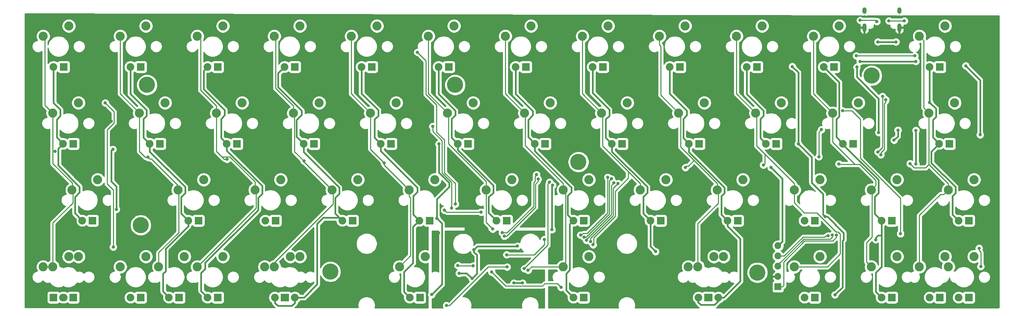
<source format=gtl>
G04 #@! TF.GenerationSoftware,KiCad,Pcbnew,5.1.5-52549c5~84~ubuntu16.04.1*
G04 #@! TF.CreationDate,2020-05-05T20:45:56-04:00*
G04 #@! TF.ProjectId,steamvan,73746561-6d76-4616-9e2e-6b696361645f,rev?*
G04 #@! TF.SameCoordinates,PX43ec160PY7dabae0*
G04 #@! TF.FileFunction,Copper,L1,Top*
G04 #@! TF.FilePolarity,Positive*
%FSLAX46Y46*%
G04 Gerber Fmt 4.6, Leading zero omitted, Abs format (unit mm)*
G04 Created by KiCad (PCBNEW 5.1.5-52549c5~84~ubuntu16.04.1) date 2020-05-05 20:45:56*
%MOMM*%
%LPD*%
G04 APERTURE LIST*
%ADD10O,1.000000X2.100000*%
%ADD11O,1.000000X1.600000*%
%ADD12C,4.000000*%
%ADD13R,1.700000X1.700000*%
%ADD14O,1.700000X1.700000*%
%ADD15R,1.905000X1.905000*%
%ADD16C,1.905000*%
%ADD17C,2.250000*%
%ADD18C,0.800000*%
%ADD19C,0.381000*%
%ADD20C,0.254000*%
G04 APERTURE END LIST*
D10*
X209042400Y71349200D03*
X217682400Y71349200D03*
D11*
X209042400Y75529200D03*
X217682400Y75529200D03*
D12*
X31618400Y57145200D03*
X30068400Y22395300D03*
X76968400Y10845300D03*
X107818400Y57145200D03*
X138305700Y38045200D03*
X210855700Y59445200D03*
X182555700Y10645300D03*
D13*
X187655200Y7112000D03*
D14*
X187655200Y9652000D03*
X187655200Y12192000D03*
X187655200Y14732000D03*
X187655200Y17272000D03*
D15*
X215798400Y4457700D03*
D16*
X213258400Y4457700D03*
D17*
X210718400Y12077700D03*
X217068400Y14617700D03*
D15*
X227704650Y4457700D03*
D16*
X225164650Y4457700D03*
D17*
X222624650Y12077700D03*
X228974650Y14617700D03*
X236118400Y14617700D03*
X229768400Y12077700D03*
D16*
X232308400Y4457700D03*
D15*
X234848400Y4457700D03*
X196748400Y4457700D03*
D16*
X194208400Y4457700D03*
D17*
X191668400Y12077700D03*
X198018400Y14617700D03*
X171824650Y14617700D03*
X165474650Y12077700D03*
D16*
X168014650Y4457700D03*
D15*
X170554650Y4457700D03*
D17*
X100387150Y14617700D03*
X94037150Y12077700D03*
D16*
X96577150Y4457700D03*
D15*
X99117150Y4457700D03*
D17*
X174205900Y14617700D03*
X167855900Y12077700D03*
D16*
X172935900Y4457700D03*
D15*
X170395900Y4457700D03*
D17*
X140868400Y14617700D03*
X134518400Y12077700D03*
D16*
X137058400Y4457700D03*
D15*
X139598400Y4457700D03*
D17*
X198018400Y33667700D03*
X191668400Y31127700D03*
D16*
X194208400Y23507700D03*
D15*
X196748400Y23507700D03*
X177698400Y23507700D03*
D16*
X175158400Y23507700D03*
D17*
X172618400Y31127700D03*
X178968400Y33667700D03*
X217068400Y33667700D03*
X210718400Y31127700D03*
D16*
X213258400Y23507700D03*
D15*
X215798400Y23507700D03*
D17*
X207543400Y52717700D03*
X201193400Y50177700D03*
D16*
X203733400Y42557700D03*
D15*
X206273400Y42557700D03*
X34823400Y42557700D03*
D16*
X32283400Y42557700D03*
D17*
X29743400Y50177700D03*
X36093400Y52717700D03*
X121818400Y33667700D03*
X115468400Y31127700D03*
D16*
X118008400Y23507700D03*
D15*
X120548400Y23507700D03*
D17*
X228974650Y71767700D03*
X222624650Y69227700D03*
D16*
X225164650Y61607700D03*
D15*
X227704650Y61607700D03*
X82448400Y23507700D03*
D16*
X79908400Y23507700D03*
D17*
X77368400Y31127700D03*
X83718400Y33667700D03*
D15*
X72923400Y42557700D03*
D16*
X70383400Y42557700D03*
D17*
X67843400Y50177700D03*
X74193400Y52717700D03*
D15*
X68160900Y61607700D03*
D16*
X65620900Y61607700D03*
D17*
X63080900Y69227700D03*
X69430900Y71767700D03*
X93243400Y52717700D03*
X86893400Y50177700D03*
D16*
X89433400Y42557700D03*
D15*
X91973400Y42557700D03*
D17*
X14662150Y52717700D03*
X8312150Y50177700D03*
D16*
X10852150Y42557700D03*
D15*
X13392150Y42557700D03*
D17*
X231355900Y52717700D03*
X225005900Y50177700D03*
D16*
X227545900Y42557700D03*
D15*
X230085900Y42557700D03*
X234848400Y23507700D03*
D16*
X232308400Y23507700D03*
D17*
X229768400Y31127700D03*
X236118400Y33667700D03*
D15*
X39585900Y4457700D03*
D16*
X37045900Y4457700D03*
D17*
X34505900Y12077700D03*
X40855900Y14617700D03*
D15*
X30060900Y4457700D03*
D16*
X27520900Y4457700D03*
D17*
X24980900Y12077700D03*
X31330900Y14617700D03*
D15*
X111023400Y42557700D03*
D16*
X108483400Y42557700D03*
D17*
X105943400Y50177700D03*
X112293400Y52717700D03*
X131343400Y52717700D03*
X124993400Y50177700D03*
D16*
X127533400Y42557700D03*
D15*
X130073400Y42557700D03*
D17*
X164680900Y71767700D03*
X158330900Y69227700D03*
D16*
X160870900Y61607700D03*
D15*
X163410900Y61607700D03*
X149123400Y42557700D03*
D16*
X146583400Y42557700D03*
D17*
X144043400Y50177700D03*
X150393400Y52717700D03*
X169443400Y52717700D03*
X163093400Y50177700D03*
D16*
X165633400Y42557700D03*
D15*
X168173400Y42557700D03*
X187223400Y42557700D03*
D16*
X184683400Y42557700D03*
D17*
X182143400Y50177700D03*
X188493400Y52717700D03*
D15*
X49110900Y4457700D03*
D16*
X46570900Y4457700D03*
D17*
X44030900Y12077700D03*
X50380900Y14617700D03*
D15*
X13392150Y4457700D03*
D16*
X10852150Y4457700D03*
D17*
X8312150Y12077700D03*
X14662150Y14617700D03*
D15*
X18154650Y23507700D03*
D16*
X15614650Y23507700D03*
D17*
X13074650Y31127700D03*
X19424650Y33667700D03*
X159918400Y33667700D03*
X153568400Y31127700D03*
D16*
X156108400Y23507700D03*
D15*
X158648400Y23507700D03*
X139598400Y23507700D03*
D16*
X137058400Y23507700D03*
D17*
X134518400Y31127700D03*
X140868400Y33667700D03*
D15*
X182460900Y61607700D03*
D16*
X179920900Y61607700D03*
D17*
X177380900Y69227700D03*
X183730900Y71767700D03*
X202780900Y71767700D03*
X196430900Y69227700D03*
D16*
X198970900Y61607700D03*
D15*
X201510900Y61607700D03*
X30060900Y61607700D03*
D16*
X27520900Y61607700D03*
D17*
X24980900Y69227700D03*
X31330900Y71767700D03*
X88480900Y71767700D03*
X82130900Y69227700D03*
D16*
X84670900Y61607700D03*
D15*
X87210900Y61607700D03*
D17*
X55143400Y52717700D03*
X48793400Y50177700D03*
D16*
X51333400Y42557700D03*
D15*
X53873400Y42557700D03*
D17*
X67049650Y14617700D03*
X60699650Y12077700D03*
D16*
X63239650Y4457700D03*
D15*
X65779650Y4457700D03*
X106260900Y61607700D03*
D16*
X103720900Y61607700D03*
D17*
X101180900Y69227700D03*
X107530900Y71767700D03*
X12280900Y71767700D03*
X5930900Y69227700D03*
D16*
X8470900Y61607700D03*
D15*
X11010900Y61607700D03*
D17*
X145630900Y71767700D03*
X139280900Y69227700D03*
D16*
X141820900Y61607700D03*
D15*
X144360900Y61607700D03*
X101498400Y23507700D03*
D16*
X98958400Y23507700D03*
D17*
X96418400Y31127700D03*
X102768400Y33667700D03*
X50380900Y71767700D03*
X44030900Y69227700D03*
D16*
X46570900Y61607700D03*
D15*
X49110900Y61607700D03*
X63398400Y23507700D03*
D16*
X60858400Y23507700D03*
D17*
X58318400Y31127700D03*
X64668400Y33667700D03*
X126580900Y71767700D03*
X120230900Y69227700D03*
D16*
X122770900Y61607700D03*
D15*
X125310900Y61607700D03*
X44348400Y23507700D03*
D16*
X41808400Y23507700D03*
D17*
X39268400Y31127700D03*
X45618400Y33667700D03*
X12280900Y14617700D03*
X5930900Y12077700D03*
D16*
X11010900Y4457700D03*
D15*
X8470900Y4457700D03*
X65620900Y4457700D03*
D16*
X68160900Y4457700D03*
D17*
X63080900Y12077700D03*
X69430900Y14617700D03*
D18*
X22758400Y48082200D03*
X19075400Y18618200D03*
X106959400Y12268200D03*
X110515400Y14427200D03*
X188112400Y56083200D03*
X191033400Y52654200D03*
X151790400Y55448198D03*
X152933400Y52273200D03*
X71145400Y56083200D03*
X84734400Y20523200D03*
X78638400Y14554200D03*
X22885400Y15189200D03*
X30759400Y17729200D03*
X113690400Y55829200D03*
X108229400Y6299200D03*
X134518400Y5283200D03*
X149631400Y6807200D03*
X149758400Y10363200D03*
X176428400Y12649200D03*
X109245400Y30048200D03*
X229666800Y38506400D03*
X204114400Y34112200D03*
X132105400Y14046200D03*
X137668000Y16052800D03*
X76225400Y20269200D03*
X71653400Y18872200D03*
X200304400Y35763200D03*
X211988400Y14935200D03*
X238404400Y35636200D03*
X41808400Y61798200D03*
X45745400Y42494200D03*
X82448400Y10109200D03*
X139979400Y43002200D03*
X57810400Y4267200D03*
X78638400Y4140200D03*
X65176400Y42621200D03*
X83718400Y42748200D03*
X144551400Y37160200D03*
X158013400Y3759200D03*
X185267600Y3149600D03*
X232816400Y13157200D03*
X223164400Y7823200D03*
X227355400Y23571200D03*
X208432400Y23698200D03*
X171475400Y23063200D03*
X55397400Y8331200D03*
X60731400Y15316200D03*
X97942400Y61671200D03*
X173761400Y61798200D03*
X156362400Y61544200D03*
X194716400Y61671200D03*
X151536400Y23698200D03*
X93751400Y23444200D03*
X33807400Y23825200D03*
X42697400Y4394200D03*
X136296400Y61417200D03*
X178587400Y42748200D03*
X171602400Y43256200D03*
X199542400Y42748200D03*
X214020400Y37414200D03*
X207416400Y4521200D03*
X154711400Y7569200D03*
X106959400Y9093200D03*
X86131400Y13411200D03*
X23139400Y4775200D03*
X5740400Y6553200D03*
X53619400Y23825200D03*
X28727400Y58496200D03*
X133629400Y24587200D03*
X43967400Y15316200D03*
X28473400Y14554200D03*
X72161400Y24333200D03*
X162077400Y24333200D03*
X147091400Y4394200D03*
X70154800Y3352800D03*
X26060400Y21158200D03*
X131876800Y4775200D03*
X99593400Y20523202D03*
X109118400Y24536400D03*
X106832400Y13995400D03*
X117805200Y13233400D03*
X111836200Y4292600D03*
X131445000Y10972800D03*
X103733600Y20472400D03*
X133553200Y22301200D03*
X142367000Y24460200D03*
X57531000Y43129200D03*
X76631800Y43332400D03*
X95707200Y43281600D03*
X90373200Y61544200D03*
X129082800Y62255400D03*
X148031200Y62357000D03*
X166395400Y62331600D03*
X186004200Y62661800D03*
X181203600Y24333200D03*
X237134400Y20320000D03*
X238074200Y24130000D03*
X222326200Y4749800D03*
X66522600Y24358600D03*
X33502600Y62280800D03*
X48107600Y24206200D03*
X85852000Y24180800D03*
X225653600Y13614400D03*
X31648400Y8001000D03*
X219506800Y24130000D03*
X93776800Y7772400D03*
X223316800Y40894000D03*
X233603800Y43110191D03*
X220268800Y47599600D03*
X222656400Y53035200D03*
X210058000Y50749200D03*
X25631038Y42542562D03*
X38379400Y43110191D03*
X100634800Y45059600D03*
X160934218Y41808400D03*
X122580400Y43434000D03*
X209863083Y43390590D03*
X204419200Y59080400D03*
X115570000Y43789600D03*
X114655600Y52324000D03*
X194564000Y14630400D03*
X190754000Y18237200D03*
X190957200Y23622000D03*
X131757634Y21284307D03*
X131927600Y32258000D03*
X221767400Y37515800D03*
X112483900Y16294100D03*
X123228100Y17195800D03*
X112001300Y9144000D03*
X108813600Y10452100D03*
X122326400Y8045410D03*
X124485400Y8045410D03*
X221767400Y45872400D03*
X185928000Y36677600D03*
X200097018Y19734809D03*
X207952340Y62964060D03*
X221734380Y62966600D03*
X211810600Y18770600D03*
X157378400Y15824200D03*
X225164650Y52812950D03*
X98501200Y65227200D03*
X107873800Y27609800D03*
X207035400Y64338200D03*
X221513400Y64338200D03*
X102260400Y46837600D03*
X106959400Y26619200D03*
X114198400Y25603200D03*
X105181400Y26111200D03*
X134010400Y6934200D03*
X116865400Y10744200D03*
X237388400Y16662400D03*
X237794800Y12141200D03*
X212361780Y67800220D03*
X216824559Y67800220D03*
X120548400Y15049500D03*
X129844800Y18821400D03*
X202133200Y19964400D03*
X201117200Y19913600D03*
X164744400Y36652200D03*
X148107400Y32715200D03*
X141274800Y18338800D03*
X184048400Y37287200D03*
X147091400Y32842200D03*
X140298499Y18629075D03*
X202717400Y37541200D03*
X146456400Y33858200D03*
X139705666Y19438385D03*
X31800800Y39198590D03*
X117119400Y21412200D03*
X145534303Y34253384D03*
X138832679Y19932679D03*
X220319600Y37642800D03*
X70408800Y38284168D03*
X90271600Y37826957D03*
X8883690Y40640000D03*
X125847471Y11211988D03*
X141935200Y17526000D03*
X51409600Y38741379D03*
X212547200Y45339000D03*
X207162400Y61544200D03*
X191198500Y61696600D03*
X199326500Y24472900D03*
X201739500Y5130800D03*
X237642400Y44780200D03*
X103784400Y42494200D03*
X103276400Y24079200D03*
X102006400Y5156200D03*
X217322400Y45923200D03*
X216357200Y43434000D03*
X23164800Y41198800D03*
X24028400Y26314400D03*
X192684400Y42538115D03*
X234086400Y61874400D03*
X131165600Y33045400D03*
X197764400Y39350990D03*
X124917706Y11588779D03*
X198399386Y46050200D03*
X207975200Y73152000D03*
X212090000Y72847200D03*
X215087200Y72999600D03*
X218897200Y72999604D03*
X105689400Y2489200D03*
X120675400Y12014200D03*
X119464860Y20520410D03*
X127939800Y34891200D03*
X213496768Y54295432D03*
X212354978Y40538320D03*
X119984251Y19662116D03*
X213080599Y39808110D03*
X128320800Y33782000D03*
X214319333Y53446081D03*
X112293400Y12268200D03*
X108483400Y12395200D03*
X23266400Y16967200D03*
X21285202Y52679600D03*
X203649168Y50717410D03*
X217957400Y20262810D03*
D19*
X19964400Y19507200D02*
X19964400Y30175200D01*
X19075400Y18618200D02*
X19964400Y19507200D01*
X19964400Y30175200D02*
X17424400Y32715200D01*
X17424400Y32715200D02*
X17424400Y42748200D01*
X17424400Y42748200D02*
X22758400Y48082200D01*
X191033400Y52781200D02*
X191033400Y52654200D01*
X188112400Y56083200D02*
X188112400Y55702200D01*
X188112400Y55702200D02*
X191033400Y52781200D01*
X152679400Y52527200D02*
X152933400Y52273200D01*
X151790400Y55448198D02*
X152679400Y54559198D01*
X152679400Y54559198D02*
X152679400Y52527200D01*
X84607400Y20523200D02*
X84734400Y20523200D01*
X78638400Y14554200D02*
X84607400Y20523200D01*
X22885400Y15189200D02*
X29108400Y15189200D01*
X30759400Y16840200D02*
X30759400Y17729200D01*
X29108400Y15189200D02*
X30759400Y16840200D01*
X109118400Y14427200D02*
X110515400Y14427200D01*
X106959400Y12268200D02*
X109118400Y14427200D01*
X108229400Y6864885D02*
X106959400Y8134885D01*
X106959400Y9093200D02*
X106959400Y12268200D01*
X106959400Y8134885D02*
X106959400Y9093200D01*
X108229400Y6299200D02*
X108229400Y6864885D01*
X149631400Y6807200D02*
X149631400Y10236200D01*
X149631400Y10236200D02*
X149758400Y10363200D01*
X134518400Y5283200D02*
X134010400Y4775200D01*
X134010400Y4775200D02*
X131876800Y4775200D01*
X109169200Y24536400D02*
X109118400Y24536400D01*
X106959400Y19284910D02*
X108070690Y20396200D01*
X110185200Y20396200D02*
X111328200Y21539200D01*
X106959400Y12268200D02*
X106959400Y19284910D01*
X111328200Y21539200D02*
X111328200Y22377400D01*
X108070690Y20396200D02*
X110185200Y20396200D01*
X111328200Y22377400D02*
X109169200Y24536400D01*
X220668799Y47999599D02*
X220668799Y48609199D01*
X220268800Y47599600D02*
X220668799Y47999599D01*
X220668799Y48609199D02*
X222656400Y50596800D01*
X222656400Y50596800D02*
X222656400Y53035200D01*
X71145400Y56083200D02*
X71145400Y55517515D01*
X72288400Y51638200D02*
X75133200Y48793400D01*
X84734400Y29540200D02*
X84734400Y20523200D01*
X72288400Y54374515D02*
X72288400Y51638200D01*
X75133200Y48793400D02*
X75133200Y39141400D01*
X71145400Y55517515D02*
X72288400Y54374515D01*
X75133200Y39141400D02*
X84734400Y29540200D01*
X113690400Y55829200D02*
X114655600Y54864000D01*
X114655600Y54864000D02*
X114655600Y52324000D01*
X112483900Y16294100D02*
X113322100Y17132300D01*
X113322100Y17132300D02*
X123164600Y17132300D01*
X123164600Y17132300D02*
X123228100Y17195800D01*
X112483900Y15728415D02*
X113233200Y14979115D01*
X112483900Y16294100D02*
X112483900Y15728415D01*
X113233200Y14979115D02*
X113233200Y10375900D01*
X113233200Y10375900D02*
X112001300Y9144000D01*
X108813600Y10452100D02*
X110693200Y10452100D01*
X110693200Y10452100D02*
X112001300Y9144000D01*
X124485400Y8045410D02*
X122326400Y8045410D01*
X221767400Y37515800D02*
X221767400Y45872400D01*
X131724400Y21317541D02*
X131757634Y21284307D01*
X131927600Y32258000D02*
X131724400Y32054800D01*
X131724400Y32054800D02*
X131724400Y21317541D01*
X188722000Y33883600D02*
X185928000Y36677600D01*
X187655200Y17272000D02*
X188722000Y18338800D01*
X188722000Y18338800D02*
X188722000Y33883600D01*
D20*
X199531333Y19734809D02*
X200097018Y19734809D01*
X199202124Y19405600D02*
X199531333Y19734809D01*
X193852800Y19405600D02*
X199202124Y19405600D01*
X187655200Y14732000D02*
X189179200Y14732000D01*
X189179200Y14732000D02*
X193852800Y19405600D01*
D19*
X167919400Y4362450D02*
X167919400Y3251200D01*
X171983400Y2616200D02*
X172999400Y3632200D01*
X168014650Y4457700D02*
X167919400Y4362450D01*
X172999400Y4394200D02*
X172935900Y4457700D01*
X168554400Y2616200D02*
X171983400Y2616200D01*
X172999400Y3632200D02*
X172999400Y4394200D01*
X167919400Y3251200D02*
X168554400Y2616200D01*
X63239650Y3110662D02*
X63988112Y2362200D01*
X63239650Y4457700D02*
X63239650Y3110662D01*
X68160900Y3110662D02*
X68160900Y4457700D01*
X67412438Y2362200D02*
X68160900Y3110662D01*
X63988112Y2362200D02*
X67412438Y2362200D01*
X35585400Y5918200D02*
X37045900Y4457700D01*
X36220400Y16572662D02*
X36220400Y10975850D01*
X36220400Y10975850D02*
X35585400Y10340850D01*
X41808400Y23507700D02*
X41808400Y22160662D01*
X35585400Y10340850D02*
X35585400Y5918200D01*
X41808400Y22160662D02*
X36220400Y16572662D01*
X30759400Y48717200D02*
X30759400Y44081700D01*
X31521400Y49479200D02*
X30759400Y48717200D01*
X30759400Y44081700D02*
X32283400Y42557700D01*
X31521400Y50876200D02*
X31521400Y49479200D01*
X27520900Y61607700D02*
X27520900Y54876700D01*
X27520900Y54876700D02*
X31521400Y50876200D01*
X225958400Y48463200D02*
X225958400Y44145200D01*
X226720400Y49225200D02*
X225958400Y48463200D01*
X225958400Y44145200D02*
X227545900Y42557700D01*
X226720400Y51257200D02*
X226720400Y49225200D01*
X225164650Y61607700D02*
X225164650Y52812950D01*
X225164650Y52812950D02*
X226720400Y51257200D01*
X211861400Y5854700D02*
X213258400Y4457700D01*
X211861400Y10617200D02*
X211861400Y5854700D01*
X213258400Y12014200D02*
X211861400Y10617200D01*
X183286400Y43954700D02*
X184683400Y42557700D01*
X179920900Y54876700D02*
X184048400Y50749200D01*
X179920900Y61607700D02*
X179920900Y54876700D01*
X184048400Y49479200D02*
X183286400Y48717200D01*
X184048400Y50749200D02*
X184048400Y49479200D01*
X183286400Y48717200D02*
X183286400Y43954700D01*
X174282938Y4457700D02*
X172935900Y4457700D01*
X178333400Y8508162D02*
X174282938Y4457700D01*
X178333400Y18985662D02*
X178333400Y8508162D01*
X175158400Y23507700D02*
X175158400Y22160662D01*
X175158400Y22160662D02*
X178333400Y18985662D01*
X145059400Y44081700D02*
X146583400Y42557700D01*
X145059400Y48590200D02*
X145059400Y44081700D01*
X145948400Y51003200D02*
X145948400Y49479200D01*
X145948400Y49479200D02*
X145059400Y48590200D01*
X141820900Y61607700D02*
X141820900Y55130700D01*
X141820900Y55130700D02*
X145948400Y51003200D01*
X125882400Y48463200D02*
X125882400Y44208700D01*
X122770900Y61607700D02*
X122770900Y54876700D01*
X127025400Y49606200D02*
X125882400Y48463200D01*
X125882400Y44208700D02*
X127533400Y42557700D01*
X127025400Y50622200D02*
X127025400Y49606200D01*
X122770900Y54876700D02*
X127025400Y50622200D01*
X106959400Y44081700D02*
X108483400Y42557700D01*
X103720900Y54876700D02*
X107848400Y50749200D01*
X103720900Y61607700D02*
X103720900Y54876700D01*
X107848400Y49606200D02*
X106959400Y48717200D01*
X107848400Y50749200D02*
X107848400Y49606200D01*
X106959400Y48717200D02*
X106959400Y44081700D01*
X164236400Y43954700D02*
X165633400Y42557700D01*
X160870900Y55003700D02*
X165125400Y50749200D01*
X160870900Y61607700D02*
X160870900Y55003700D01*
X165125400Y50749200D02*
X165125400Y49606200D01*
X165125400Y49606200D02*
X164236400Y48717200D01*
X164236400Y48717200D02*
X164236400Y43954700D01*
X87909400Y44081700D02*
X89433400Y42557700D01*
X84670900Y55003700D02*
X88798400Y50876200D01*
X88798400Y50876200D02*
X88798400Y49479200D01*
X88798400Y49479200D02*
X87909400Y48590200D01*
X87909400Y48590200D02*
X87909400Y44081700D01*
X84670900Y61607700D02*
X84670900Y55003700D01*
X97434400Y25031700D02*
X98958400Y23507700D01*
X98450400Y30556200D02*
X97434400Y29540200D01*
X98450400Y31699200D02*
X98450400Y30556200D01*
X97434400Y29540200D02*
X97434400Y25031700D01*
X89433400Y42557700D02*
X89433400Y40716200D01*
X89433400Y40716200D02*
X98450400Y31699200D01*
X207952340Y62964060D02*
X221731840Y62964060D01*
X221731840Y62964060D02*
X221734380Y62966600D01*
X202812699Y57765901D02*
X202812699Y49320499D01*
X198970900Y61607700D02*
X202812699Y57765901D01*
X202082400Y48590200D02*
X202082400Y44208700D01*
X202812699Y49320499D02*
X202082400Y48590200D01*
X202082400Y44208700D02*
X203733400Y42557700D01*
X213258400Y23507700D02*
X213258400Y19837400D01*
X213258400Y19837400D02*
X213258400Y12014200D01*
X211810600Y19240500D02*
X211810600Y18770600D01*
X213258400Y19837400D02*
X212407500Y19837400D01*
X212407500Y19837400D02*
X211810600Y19240500D01*
X156108400Y23507700D02*
X156108400Y17094200D01*
X156108400Y17094200D02*
X157378400Y15824200D01*
X230784400Y25031700D02*
X232308400Y23507700D01*
X227545900Y42557700D02*
X225577400Y40589200D01*
X225577400Y40589200D02*
X225577400Y37795200D01*
X225577400Y37795200D02*
X231546400Y31826200D01*
X231546400Y31826200D02*
X231546400Y30302200D01*
X231546400Y30302200D02*
X230784400Y29540200D01*
X230784400Y29540200D02*
X230784400Y25031700D01*
X116116111Y25399989D02*
X118008400Y23507700D01*
X108483400Y40970200D02*
X117246400Y32207200D01*
X117246400Y32207200D02*
X117246400Y30429200D01*
X116116111Y29298911D02*
X116116111Y25399989D01*
X117246400Y30429200D02*
X116116111Y29298911D01*
X108483400Y42557700D02*
X108483400Y40970200D01*
X155346400Y30429200D02*
X154330400Y29413200D01*
X155346400Y31826200D02*
X155346400Y30429200D01*
X154330400Y25285700D02*
X156108400Y23507700D01*
X146583400Y42557700D02*
X146583400Y40589200D01*
X154330400Y29413200D02*
X154330400Y25285700D01*
X146583400Y40589200D02*
X155346400Y31826200D01*
X174396400Y31699200D02*
X174396400Y30302200D01*
X173634400Y25031700D02*
X175158400Y23507700D01*
X173634400Y29540200D02*
X173634400Y25031700D01*
X165633400Y42557700D02*
X165633400Y40462200D01*
X174396400Y30302200D02*
X173634400Y29540200D01*
X165633400Y40462200D02*
X174396400Y31699200D01*
X211607400Y25158700D02*
X213258400Y23507700D01*
X211607400Y29413200D02*
X211607400Y25158700D01*
X212496400Y30302200D02*
X211607400Y29413200D01*
X203733400Y42557700D02*
X203733400Y42367200D01*
X212496400Y33604200D02*
X212496400Y30302200D01*
X203733400Y42367200D02*
X212496400Y33604200D01*
X78143111Y25272989D02*
X79908400Y23507700D01*
X70383400Y40462200D02*
X79146400Y31699200D01*
X70383400Y42557700D02*
X70383400Y40462200D01*
X79146400Y31699200D02*
X79146400Y30175200D01*
X78143111Y29171911D02*
X78143111Y25272989D01*
X79146400Y30175200D02*
X78143111Y29171911D01*
X70446900Y4457700D02*
X68160900Y4457700D01*
X73685400Y7696200D02*
X70446900Y4457700D01*
X75209400Y24206200D02*
X73685400Y22682200D01*
X73685400Y22682200D02*
X73685400Y7696200D01*
X79908400Y23507700D02*
X79209900Y24206200D01*
X79209900Y24206200D02*
X75209400Y24206200D01*
X40030400Y25285700D02*
X41808400Y23507700D01*
X32283400Y40589200D02*
X41046400Y31826200D01*
X32283400Y42557700D02*
X32283400Y40589200D01*
X41046400Y31826200D02*
X41046400Y30302200D01*
X40030400Y29286200D02*
X40030400Y25285700D01*
X41046400Y30302200D02*
X40030400Y29286200D01*
X49936400Y43954700D02*
X51333400Y42557700D01*
X45618400Y60655200D02*
X45618400Y56083200D01*
X45618400Y56083200D02*
X50825400Y50876200D01*
X46570900Y61607700D02*
X45618400Y60655200D01*
X50825400Y49606200D02*
X49936400Y48717200D01*
X50825400Y50876200D02*
X50825400Y49606200D01*
X49936400Y48717200D02*
X49936400Y43954700D01*
X68618111Y44322989D02*
X70383400Y42557700D01*
X64033400Y60020200D02*
X64033400Y56591200D01*
X64033400Y56591200D02*
X69875400Y50749200D01*
X65620900Y61607700D02*
X64033400Y60020200D01*
X69875400Y50749200D02*
X69875400Y49733200D01*
X69875400Y49733200D02*
X68618111Y48475911D01*
X68618111Y48475911D02*
X68618111Y44322989D01*
X135280400Y6235700D02*
X137058400Y4457700D01*
X135280400Y10363200D02*
X135280400Y6235700D01*
X136169400Y11252200D02*
X135280400Y10363200D01*
X137058400Y23507700D02*
X136169400Y22618700D01*
X136169400Y22618700D02*
X136169400Y11252200D01*
X127533400Y40716200D02*
X136550400Y31699200D01*
X135674111Y24891989D02*
X137058400Y23507700D01*
X127533400Y42557700D02*
X127533400Y40716200D01*
X136550400Y31699200D02*
X136550400Y30556200D01*
X136550400Y30556200D02*
X135674111Y29679911D01*
X135674111Y29679911D02*
X135674111Y24891989D01*
X95148400Y5886450D02*
X96577150Y4457700D01*
X95148400Y10744200D02*
X95148400Y5886450D01*
X97409000Y13004800D02*
X95148400Y10744200D01*
X98958400Y23507700D02*
X97409000Y21958300D01*
X97409000Y21958300D02*
X97409000Y13004800D01*
X44983400Y6045200D02*
X46570900Y4457700D01*
X44983400Y10490200D02*
X44983400Y6045200D01*
X45999400Y13030200D02*
X45999400Y11506200D01*
X51333400Y40843200D02*
X60096400Y32080200D01*
X60096400Y30175200D02*
X59093111Y29171911D01*
X51333400Y42557700D02*
X51333400Y40843200D01*
X59093111Y29171911D02*
X59093111Y26123911D01*
X60096400Y32080200D02*
X60096400Y30175200D01*
X45999400Y11506200D02*
X44983400Y10490200D01*
X59093111Y26123911D02*
X45999400Y13030200D01*
X9278400Y44131450D02*
X10852150Y42557700D01*
X9278400Y48572200D02*
X9278400Y44131450D01*
X10185400Y49479200D02*
X9278400Y48572200D01*
X10185400Y50977800D02*
X10185400Y49479200D01*
X8470900Y61607700D02*
X8470900Y52692300D01*
X8470900Y52692300D02*
X10185400Y50977800D01*
X13803627Y25318723D02*
X15614650Y23507700D01*
X9677400Y41382950D02*
X9677400Y37160200D01*
X13803627Y29348427D02*
X13803627Y25318723D01*
X9677400Y37160200D02*
X14935200Y31902400D01*
X10852150Y42557700D02*
X9677400Y41382950D01*
X14935200Y31902400D02*
X14935200Y30480000D01*
X14935200Y30480000D02*
X13803627Y29348427D01*
D20*
X207035400Y64338200D02*
X221513400Y64338200D01*
X107873800Y32675788D02*
X107873800Y27609800D01*
X105181400Y35368188D02*
X107873800Y32675788D01*
X100609400Y63119000D02*
X100609400Y54813200D01*
X100609400Y54813200D02*
X103251000Y52171600D01*
X98501200Y65227200D02*
X100609400Y63119000D01*
X105181400Y43510200D02*
X105181400Y35368188D01*
X103251000Y52171600D02*
X103251000Y45440600D01*
X103251000Y45440600D02*
X105181400Y43510200D01*
X102260400Y45643800D02*
X104597200Y43307000D01*
X106959400Y32943596D02*
X106959400Y26619200D01*
X102260400Y46837600D02*
X102260400Y45643800D01*
X104597200Y43307000D02*
X104597200Y35305796D01*
X104597200Y35305796D02*
X106959400Y32943596D01*
X114198400Y25603200D02*
X105689400Y25603200D01*
X105689400Y25603200D02*
X105181400Y26111200D01*
X129990801Y7867601D02*
X129438400Y7315200D01*
X129438400Y7315200D02*
X120294400Y7315200D01*
X134010400Y6934200D02*
X133076999Y7867601D01*
X120294400Y7315200D02*
X116865400Y10744200D01*
X133076999Y7867601D02*
X129990801Y7867601D01*
X237388400Y16662400D02*
X237388400Y16096715D01*
X237794800Y15690315D02*
X237794800Y12141200D01*
X237388400Y16096715D02*
X237794800Y15690315D01*
D19*
X212361780Y67800220D02*
X216824559Y67800220D01*
D20*
X127355600Y15049500D02*
X129844800Y17538700D01*
X120548400Y15049500D02*
X127355600Y15049500D01*
X129844800Y17538700D02*
X129844800Y18821400D01*
X202133200Y19398715D02*
X201225685Y18491200D01*
X189026800Y13258800D02*
X189026800Y7379600D01*
X188759200Y7112000D02*
X187655200Y7112000D01*
X202133200Y19964400D02*
X202133200Y19398715D01*
X201225685Y18491200D02*
X194259200Y18491200D01*
X194259200Y18491200D02*
X189026800Y13258800D01*
X189026800Y7379600D02*
X188759200Y7112000D01*
X187655200Y12547600D02*
X187655200Y12192000D01*
X194056000Y18948400D02*
X187655200Y12547600D01*
X200614419Y18948400D02*
X194056000Y18948400D01*
X201117200Y19913600D02*
X201117200Y19451181D01*
X201117200Y19451181D02*
X200614419Y18948400D01*
X158330900Y67058030D02*
X158648400Y66740530D01*
X158330900Y69227700D02*
X158330900Y67058030D01*
X158648400Y54622700D02*
X163093400Y50177700D01*
X158648400Y66740530D02*
X158648400Y54622700D01*
X164934900Y36842700D02*
X164744400Y36652200D01*
X163601400Y41732200D02*
X166903400Y38430200D01*
X163093400Y50177700D02*
X163601400Y49669700D01*
X163601400Y49669700D02*
X163601400Y41732200D01*
X165525399Y37052199D02*
X166903400Y38430200D01*
X165144399Y37052199D02*
X165525399Y37052199D01*
X164744400Y36652200D02*
X165144399Y37052199D01*
X172618400Y32715200D02*
X172618400Y31127700D01*
X166903400Y38430200D02*
X172618400Y32715200D01*
X146913600Y24790400D02*
X146913600Y31521400D01*
X146913600Y31521400D02*
X148107400Y32715200D01*
X141274800Y18338800D02*
X141274800Y19151600D01*
X141274800Y19151600D02*
X146913600Y24790400D01*
X167855900Y22821900D02*
X167855900Y12077700D01*
X172872400Y27838400D02*
X167855900Y22821900D01*
X172618400Y31127700D02*
X172872400Y30873700D01*
X172872400Y30873700D02*
X172872400Y27838400D01*
X177380900Y54940200D02*
X182143400Y50177700D01*
X177380900Y69227700D02*
X177380900Y54940200D01*
X184175400Y37414200D02*
X184048400Y37287200D01*
X191668400Y32715200D02*
X191668400Y31127700D01*
X184448399Y39935201D02*
X184429400Y39954200D01*
X184448399Y37687199D02*
X184448399Y39935201D01*
X184048400Y37287200D02*
X184448399Y37687199D01*
X184429400Y39954200D02*
X191668400Y32715200D01*
X140298499Y18629075D02*
X140298499Y18849506D01*
X146456389Y25007396D02*
X146456389Y32207189D01*
X140298499Y18849506D02*
X146456389Y25007396D01*
X146456389Y32207189D02*
X147091400Y32842200D01*
X182143400Y50177700D02*
X182372000Y49949100D01*
X182372000Y42011600D02*
X184429400Y39954200D01*
X182372000Y49949100D02*
X182372000Y42011600D01*
X197307200Y25450800D02*
X202063399Y20694601D01*
X203066601Y15259001D02*
X199885300Y12077700D01*
X194157600Y25450800D02*
X197307200Y25450800D01*
X202063399Y20694601D02*
X202534497Y20694601D01*
X191668400Y27940000D02*
X194157600Y25450800D01*
X193259390Y12077700D02*
X191668400Y12077700D01*
X199885300Y12077700D02*
X193259390Y12077700D01*
X203066601Y20162497D02*
X203066601Y15259001D01*
X191668400Y31127700D02*
X191668400Y27940000D01*
X202534497Y20694601D02*
X203066601Y20162497D01*
X196430900Y54940200D02*
X201193400Y50177700D01*
X196430900Y69227700D02*
X196430900Y54940200D01*
X206654400Y37477700D02*
X202780900Y37477700D01*
X202780900Y37477700D02*
X202717400Y37541200D01*
X211861400Y32270700D02*
X210718400Y31127700D01*
X211861400Y33477200D02*
X211861400Y32270700D01*
X207860900Y37477700D02*
X211861400Y33477200D01*
X206654400Y37477700D02*
X207860900Y37477700D01*
X201193400Y42938700D02*
X206654400Y37477700D01*
X201193400Y50177700D02*
X201193400Y42938700D01*
X145991514Y33393314D02*
X146456400Y33858200D01*
X145991514Y25214514D02*
X145991514Y33393314D01*
X139705666Y19438385D02*
X140215385Y19438385D01*
X140215385Y19438385D02*
X145991514Y25214514D01*
X209593401Y13202699D02*
X210718400Y12077700D01*
X209593401Y18078599D02*
X209593401Y13202699D01*
X210921600Y19406798D02*
X209593401Y18078599D01*
X210718400Y31127700D02*
X210921600Y30924500D01*
X210921600Y30924500D02*
X210921600Y19406798D01*
X24980900Y54940200D02*
X29743400Y50177700D01*
X24980900Y69227700D02*
X24980900Y54940200D01*
X29743400Y50177700D02*
X29743400Y40652700D01*
X29743400Y40652700D02*
X31197510Y39198590D01*
X34505900Y15594558D02*
X34505900Y12077700D01*
X39471600Y20560258D02*
X34505900Y15594558D01*
X39268400Y31127700D02*
X39471600Y30924500D01*
X39471600Y30924500D02*
X39471600Y20560258D01*
X31197510Y39198590D02*
X31800800Y39198590D01*
X39268400Y32207200D02*
X39268400Y31127700D01*
X32702500Y38773100D02*
X39268400Y32207200D01*
X32226290Y38773100D02*
X31800800Y39198590D01*
X32702500Y38773100D02*
X32226290Y38773100D01*
X101180900Y54940200D02*
X105943400Y50177700D01*
X101180900Y69227700D02*
X101180900Y54940200D01*
X115468400Y23063200D02*
X117119400Y21412200D01*
X115468400Y31127700D02*
X115468400Y23063200D01*
X115468400Y33223200D02*
X115468400Y31127700D01*
X106172000Y42519600D02*
X115468400Y33223200D01*
X105943400Y50177700D02*
X106172000Y49949100D01*
X106172000Y49949100D02*
X106172000Y42519600D01*
X223672400Y51511200D02*
X225005900Y50177700D01*
X222624650Y69227700D02*
X223672400Y68179950D01*
X223672400Y68179950D02*
X223672400Y51511200D01*
X145534303Y25403895D02*
X145534303Y34253384D01*
X138832679Y19932679D02*
X139084079Y19932679D01*
X139084079Y19932679D02*
X139464496Y20313096D01*
X139464496Y20313096D02*
X140443504Y20313096D01*
X140443504Y20313096D02*
X145534303Y25403895D01*
X222624650Y24809450D02*
X222624650Y12077700D01*
X227817901Y30002701D02*
X222624650Y24809450D01*
X229768400Y31127700D02*
X228643401Y30002701D01*
X228643401Y30002701D02*
X227817901Y30002701D01*
X229768400Y32664400D02*
X229768400Y31127700D01*
X225005900Y50177700D02*
X225005900Y37426900D01*
X225005900Y37426900D02*
X229768400Y32664400D01*
X220319600Y37642800D02*
X220319600Y37592000D01*
X220319600Y37592000D02*
X221335600Y36576000D01*
X224155000Y36576000D02*
X225005900Y37426900D01*
X221335600Y36576000D02*
X224155000Y36576000D01*
X63398400Y68910200D02*
X63080900Y69227700D01*
X63398400Y56337200D02*
X63398400Y68910200D01*
X67843400Y50177700D02*
X67843400Y51892200D01*
X67843400Y51892200D02*
X63398400Y56337200D01*
X63080900Y13093700D02*
X63080900Y12077700D01*
X77622400Y27635200D02*
X63080900Y13093700D01*
X77368400Y31127700D02*
X77622400Y30873700D01*
X77622400Y30873700D02*
X77622400Y27635200D01*
X77368400Y31127700D02*
X70408800Y38087300D01*
X70408800Y38087300D02*
X70408800Y38284168D01*
X68072000Y40620968D02*
X70408800Y38284168D01*
X67843400Y50177700D02*
X68072000Y49949100D01*
X68072000Y49949100D02*
X68072000Y40620968D01*
X82130900Y54940200D02*
X86893400Y50177700D01*
X82130900Y69227700D02*
X82130900Y54940200D01*
X96799400Y14839950D02*
X94037150Y12077700D01*
X96799400Y29155710D02*
X96799400Y14839950D01*
X96418400Y31127700D02*
X96418400Y29536710D01*
X96418400Y29536710D02*
X96799400Y29155710D01*
X96418400Y31127700D02*
X90271600Y37274500D01*
X86893400Y50177700D02*
X86893400Y41205157D01*
X86893400Y41205157D02*
X90271600Y37826957D01*
X90271600Y37274500D02*
X90271600Y37826957D01*
X8312150Y12077700D02*
X5930900Y12077700D01*
X5930900Y69227700D02*
X6375400Y68783200D01*
X6375400Y52114450D02*
X8312150Y50177700D01*
X6375400Y68783200D02*
X6375400Y52114450D01*
X8312150Y50177700D02*
X8312150Y40538400D01*
X8312150Y40634145D02*
X8318005Y40640000D01*
X8318005Y40640000D02*
X8883690Y40640000D01*
X8312150Y40538400D02*
X8312150Y40634145D01*
X13106400Y32842200D02*
X13106400Y31159450D01*
X8312150Y40538400D02*
X8312150Y37636450D01*
X13106400Y31159450D02*
X13074650Y31127700D01*
X8312150Y37636450D02*
X13106400Y32842200D01*
X8312150Y22942550D02*
X8312150Y12077700D01*
X13258800Y27889200D02*
X8312150Y22942550D01*
X13074650Y31127700D02*
X13258800Y30943550D01*
X13258800Y30943550D02*
X13258800Y27889200D01*
X120230900Y54940200D02*
X124993400Y50177700D01*
X120230900Y69227700D02*
X120230900Y54940200D01*
X126713183Y12077700D02*
X125847471Y11211988D01*
X134518400Y12077700D02*
X126713183Y12077700D01*
X135153400Y30492700D02*
X135153400Y12712700D01*
X135153400Y12712700D02*
X134518400Y12077700D01*
X134518400Y31127700D02*
X135153400Y30492700D01*
X134518400Y32715200D02*
X134518400Y31127700D01*
X125120400Y42113200D02*
X134518400Y32715200D01*
X124993400Y50177700D02*
X125120400Y50050700D01*
X125120400Y50050700D02*
X125120400Y42113200D01*
X139280900Y54940200D02*
X144043400Y50177700D01*
X139280900Y69227700D02*
X139280900Y54940200D01*
X153568400Y32715200D02*
X150647400Y35636200D01*
X153568400Y31127700D02*
X153568400Y32715200D01*
X150647400Y34048700D02*
X150647400Y35636200D01*
X142062200Y17526000D02*
X142036800Y17551400D01*
X141935200Y17526000D02*
X142062200Y17526000D01*
X142036800Y17551400D02*
X142036800Y19253200D01*
X142036800Y19253200D02*
X147370800Y24587200D01*
X147370800Y30772100D02*
X150647400Y34048700D01*
X147370800Y24587200D02*
X147370800Y30772100D01*
X144272000Y42011600D02*
X150647400Y35636200D01*
X144043400Y50177700D02*
X144272000Y49949100D01*
X144272000Y49949100D02*
X144272000Y42011600D01*
X48793400Y50177700D02*
X48793400Y40652700D01*
X48793400Y40652700D02*
X50126900Y39319200D01*
X58572400Y30873700D02*
X58572400Y26619200D01*
X58318400Y31127700D02*
X58572400Y30873700D01*
X58572400Y26619200D02*
X44030900Y12077700D01*
X58318400Y33096200D02*
X58318400Y31127700D01*
X50126900Y39319200D02*
X52095400Y39319200D01*
X52095400Y39319200D02*
X58318400Y33096200D01*
X48793400Y51892200D02*
X48793400Y50177700D01*
X44856400Y55829200D02*
X48793400Y51892200D01*
X44030900Y69227700D02*
X44856400Y68402200D01*
X44856400Y68402200D02*
X44856400Y55829200D01*
X50126900Y39319200D02*
X50704721Y38741379D01*
X50704721Y38741379D02*
X51409600Y38741379D01*
D19*
X212547200Y45339000D02*
X212547200Y53746400D01*
X212547200Y53746400D02*
X207162400Y59131200D01*
X207162400Y59131200D02*
X207162400Y61544200D01*
X103784400Y35382200D02*
X106324400Y32842200D01*
X103784400Y42494200D02*
X103784400Y35382200D01*
X106324400Y32842200D02*
X106324400Y31826200D01*
X106324400Y31826200D02*
X103276400Y28778200D01*
X103276400Y28778200D02*
X103276400Y24079200D01*
X104546400Y7696200D02*
X102006400Y5156200D01*
X103276400Y24079200D02*
X104546400Y22809200D01*
X104546400Y22809200D02*
X104546400Y7696200D01*
X217322400Y45923200D02*
X217322400Y44399200D01*
X217322400Y44399200D02*
X216357200Y43434000D01*
X22764801Y40798801D02*
X22764801Y33216799D01*
X23164800Y41198800D02*
X22764801Y40798801D01*
X22764801Y33216799D02*
X24028400Y31953200D01*
X24028400Y31953200D02*
X24028400Y26314400D01*
X198793100Y25006300D02*
X199326500Y24472900D01*
X192684400Y60210700D02*
X192684400Y42538115D01*
X191198500Y61696600D02*
X192684400Y60210700D01*
X192684400Y42538115D02*
X196024500Y39198015D01*
X196024500Y39198015D02*
X196024500Y32842200D01*
X196024500Y32842200D02*
X198793100Y30073600D01*
X198793100Y30073600D02*
X198793100Y25006300D01*
X234086400Y61874400D02*
X237642400Y58318400D01*
X237642400Y58318400D02*
X237642400Y44780200D01*
X202139499Y5530799D02*
X201739500Y5130800D01*
X203606400Y18452106D02*
X203606400Y6997700D01*
X199326500Y24472900D02*
X199892185Y24472900D01*
X203892111Y18737817D02*
X203606400Y18452106D01*
X203892111Y20472974D02*
X203892111Y18737817D01*
X203606400Y6997700D02*
X202139499Y5530799D01*
X199892185Y24472900D02*
X203892111Y20472974D01*
D20*
X198399386Y46050200D02*
X197764400Y45415214D01*
X197764400Y45415214D02*
X197764400Y39350990D01*
X130765601Y32645401D02*
X130765601Y17436674D01*
X131165600Y33045400D02*
X130765601Y32645401D01*
X130765601Y17436674D02*
X124917706Y11588779D01*
X211785200Y73152000D02*
X212090000Y72847200D01*
X207975200Y73152000D02*
X211785200Y73152000D01*
X215087200Y72999600D02*
X218897196Y72999600D01*
X218897196Y72999600D02*
X218897200Y72999604D01*
X105689400Y2489200D02*
X106451400Y2489200D01*
X106451400Y2489200D02*
X115976400Y12014200D01*
X115976400Y12014200D02*
X120675400Y12014200D01*
X213496768Y41680110D02*
X212354978Y40538320D01*
X213496768Y54295432D02*
X213496768Y41680110D01*
X120698010Y20520410D02*
X119464860Y20520410D01*
X127558800Y33274000D02*
X127228600Y32943800D01*
X127939800Y34891200D02*
X127558800Y34510200D01*
X127228600Y27051000D02*
X120698010Y20520410D01*
X127228600Y32943800D02*
X127228600Y27051000D01*
X127558800Y34510200D02*
X127558800Y33274000D01*
X128320800Y33216315D02*
X128320800Y33782000D01*
X127711200Y26823380D02*
X127711200Y32606715D01*
X119984251Y19662116D02*
X120549936Y19662116D01*
X127711200Y32606715D02*
X128320800Y33216315D01*
X120549936Y19662116D02*
X127711200Y26823380D01*
X214319333Y52880396D02*
X214319333Y53446081D01*
X213969600Y52530663D02*
X214319333Y52880396D01*
X213969600Y41198800D02*
X213969600Y52530663D01*
X213080599Y39808110D02*
X213080599Y40309799D01*
X213080599Y40309799D02*
X213969600Y41198800D01*
X112293400Y12268200D02*
X108610400Y12268200D01*
X108610400Y12268200D02*
X108483400Y12395200D01*
X23266400Y16967200D02*
X23266400Y31064200D01*
X21742400Y32588200D02*
X21742400Y45985500D01*
X21742400Y45985500D02*
X23488602Y47731702D01*
X23488602Y47731702D02*
X23488602Y50476200D01*
X23488602Y50476200D02*
X21285202Y52679600D01*
X23266400Y31064200D02*
X21742400Y32588200D01*
X205924190Y50717410D02*
X208051400Y48590200D01*
X203649168Y50717410D02*
X205924190Y50717410D01*
X208051400Y48590200D02*
X208051400Y38938200D01*
X208051400Y38938200D02*
X217957400Y29032200D01*
X217957400Y29032200D02*
X217957400Y20262810D01*
G36*
X208361661Y74316041D02*
G01*
X208517424Y74214924D01*
X208740526Y74135081D01*
X208915400Y74261246D01*
X208915400Y74314875D01*
X209169400Y74314340D01*
X209169400Y74261246D01*
X209344274Y74135081D01*
X209567376Y74214924D01*
X209718735Y74313182D01*
X217029787Y74297783D01*
X217157424Y74214924D01*
X217380526Y74135081D01*
X217555400Y74261246D01*
X217555400Y74296676D01*
X217809400Y74296141D01*
X217809400Y74261246D01*
X217984274Y74135081D01*
X218207376Y74214924D01*
X218330792Y74295042D01*
X242290072Y74244575D01*
X242341400Y74149645D01*
X242341400Y2042298D01*
X242241451Y1854320D01*
X172378029Y1891109D01*
X172444242Y1926501D01*
X172569941Y2029659D01*
X172595798Y2061166D01*
X173513133Y2978501D01*
X173687863Y3050876D01*
X173947872Y3224608D01*
X174168992Y3445728D01*
X174291482Y3629048D01*
X174323488Y3632200D01*
X174323491Y3632200D01*
X174444764Y3644144D01*
X174600372Y3691347D01*
X174743780Y3768001D01*
X174869479Y3871159D01*
X174895336Y3902666D01*
X175606725Y4614055D01*
X192620900Y4614055D01*
X192620900Y4301345D01*
X192681907Y3994643D01*
X192801576Y3705737D01*
X192975308Y3445728D01*
X193196428Y3224608D01*
X193456437Y3050876D01*
X193745343Y2931207D01*
X194052045Y2870200D01*
X194364755Y2870200D01*
X194671457Y2931207D01*
X194960363Y3050876D01*
X195220372Y3224608D01*
X195223949Y3228185D01*
X195265363Y3150706D01*
X195344715Y3054015D01*
X195441406Y2974663D01*
X195551720Y2915698D01*
X195671418Y2879388D01*
X195795900Y2867128D01*
X197700900Y2867128D01*
X197825382Y2879388D01*
X197945080Y2915698D01*
X198055394Y2974663D01*
X198152085Y3054015D01*
X198231437Y3150706D01*
X198290402Y3261020D01*
X198326712Y3380718D01*
X198338972Y3505200D01*
X198338972Y5410200D01*
X198326712Y5534682D01*
X198290402Y5654380D01*
X198231437Y5764694D01*
X198152085Y5861385D01*
X198055394Y5940737D01*
X197945080Y5999702D01*
X197825382Y6036012D01*
X197700900Y6048272D01*
X195795900Y6048272D01*
X195671418Y6036012D01*
X195551720Y5999702D01*
X195441406Y5940737D01*
X195344715Y5861385D01*
X195265363Y5764694D01*
X195223949Y5687215D01*
X195220372Y5690792D01*
X194960363Y5864524D01*
X194671457Y5984193D01*
X194364755Y6045200D01*
X194052045Y6045200D01*
X193745343Y5984193D01*
X193456437Y5864524D01*
X193196428Y5690792D01*
X192975308Y5469672D01*
X192801576Y5209663D01*
X192681907Y4920757D01*
X192620900Y4614055D01*
X175606725Y4614055D01*
X178888439Y7895769D01*
X178919941Y7921621D01*
X179002814Y8022602D01*
X179023099Y8047319D01*
X179076566Y8147349D01*
X179099753Y8190728D01*
X179146956Y8346336D01*
X179158900Y8467609D01*
X179158900Y8467611D01*
X179162894Y8508161D01*
X179158900Y8548712D01*
X179158900Y10904825D01*
X179920700Y10904825D01*
X179920700Y10385775D01*
X180021961Y9876699D01*
X180220593Y9397159D01*
X180508962Y8965585D01*
X180875985Y8598562D01*
X181307559Y8310193D01*
X181787099Y8111561D01*
X182296175Y8010300D01*
X182815225Y8010300D01*
X183324301Y8111561D01*
X183803841Y8310193D01*
X184235415Y8598562D01*
X184602438Y8965585D01*
X184890807Y9397159D01*
X185089439Y9876699D01*
X185190700Y10385775D01*
X185190700Y10904825D01*
X185089439Y11413901D01*
X184890807Y11893441D01*
X184602438Y12325015D01*
X184235415Y12692038D01*
X183803841Y12980407D01*
X183324301Y13179039D01*
X182815225Y13280300D01*
X182296175Y13280300D01*
X181787099Y13179039D01*
X181307559Y12980407D01*
X180875985Y12692038D01*
X180508962Y12325015D01*
X180220593Y11893441D01*
X180021961Y11413901D01*
X179920700Y10904825D01*
X179158900Y10904825D01*
X179158900Y18945112D01*
X179162894Y18985663D01*
X179158900Y19026215D01*
X179146956Y19147488D01*
X179099753Y19303096D01*
X179088389Y19324357D01*
X179023099Y19446505D01*
X178967970Y19513679D01*
X178919941Y19572203D01*
X178888441Y19598054D01*
X176529103Y21957392D01*
X176621418Y21929388D01*
X176745900Y21917128D01*
X178650900Y21917128D01*
X178775382Y21929388D01*
X178895080Y21965698D01*
X179005394Y22024663D01*
X179102085Y22104015D01*
X179181437Y22200706D01*
X179240402Y22311020D01*
X179276712Y22430718D01*
X179288972Y22555200D01*
X179288972Y24460200D01*
X179276712Y24584682D01*
X179240402Y24704380D01*
X179181437Y24814694D01*
X179102085Y24911385D01*
X179005394Y24990737D01*
X178895080Y25049702D01*
X178775382Y25086012D01*
X178650900Y25098272D01*
X176745900Y25098272D01*
X176621418Y25086012D01*
X176501720Y25049702D01*
X176391406Y24990737D01*
X176294715Y24911385D01*
X176215363Y24814694D01*
X176173949Y24737215D01*
X176170372Y24740792D01*
X175910363Y24914524D01*
X175621457Y25034193D01*
X175314755Y25095200D01*
X175002045Y25095200D01*
X174782085Y25051447D01*
X174459900Y25373632D01*
X174459900Y26838374D01*
X174752574Y26545700D01*
X175183149Y26257999D01*
X175661578Y26059827D01*
X176169476Y25958800D01*
X176687324Y25958800D01*
X177195222Y26059827D01*
X177673651Y26257999D01*
X178104226Y26545700D01*
X178470400Y26911874D01*
X178758101Y27342449D01*
X178956273Y27820878D01*
X179057300Y28328776D01*
X179057300Y28736422D01*
X179998400Y28736422D01*
X179998400Y28438978D01*
X180056429Y28147249D01*
X180170256Y27872447D01*
X180335507Y27625131D01*
X180545831Y27414807D01*
X180793147Y27249556D01*
X181067949Y27135729D01*
X181359678Y27077700D01*
X181657122Y27077700D01*
X181948851Y27135729D01*
X182223653Y27249556D01*
X182470969Y27414807D01*
X182681293Y27625131D01*
X182846544Y27872447D01*
X182960371Y28147249D01*
X183018400Y28438978D01*
X183018400Y28736422D01*
X182960371Y29028151D01*
X182846544Y29302953D01*
X182681293Y29550269D01*
X182470969Y29760593D01*
X182223653Y29925844D01*
X181948851Y30039671D01*
X181657122Y30097700D01*
X181359678Y30097700D01*
X181067949Y30039671D01*
X180793147Y29925844D01*
X180545831Y29760593D01*
X180335507Y29550269D01*
X180170256Y29302953D01*
X180056429Y29028151D01*
X179998400Y28736422D01*
X179057300Y28736422D01*
X179057300Y28846624D01*
X178956273Y29354522D01*
X178758101Y29832951D01*
X178470400Y30263526D01*
X178104226Y30629700D01*
X177673651Y30917401D01*
X177195222Y31115573D01*
X176687324Y31216600D01*
X176169476Y31216600D01*
X175661578Y31115573D01*
X175221900Y30933452D01*
X175221900Y31658658D01*
X175225893Y31699201D01*
X175221900Y31739744D01*
X175221900Y31739753D01*
X175209956Y31861026D01*
X175162753Y32016634D01*
X175086099Y32160042D01*
X175086098Y32160044D01*
X175036886Y32220009D01*
X174982941Y32285741D01*
X174951441Y32311592D01*
X173421988Y33841045D01*
X177208400Y33841045D01*
X177208400Y33494355D01*
X177276036Y33154327D01*
X177408708Y32834027D01*
X177601319Y32545765D01*
X177846465Y32300619D01*
X178134727Y32108008D01*
X178455027Y31975336D01*
X178795055Y31907700D01*
X179141745Y31907700D01*
X179481773Y31975336D01*
X179802073Y32108008D01*
X180090335Y32300619D01*
X180335481Y32545765D01*
X180528092Y32834027D01*
X180660764Y33154327D01*
X180728400Y33494355D01*
X180728400Y33841045D01*
X180660764Y34181073D01*
X180528092Y34501373D01*
X180335481Y34789635D01*
X180090335Y35034781D01*
X179802073Y35227392D01*
X179481773Y35360064D01*
X179141745Y35427700D01*
X178795055Y35427700D01*
X178455027Y35360064D01*
X178134727Y35227392D01*
X177846465Y35034781D01*
X177601319Y34789635D01*
X177408708Y34501373D01*
X177276036Y34181073D01*
X177208400Y33841045D01*
X173421988Y33841045D01*
X166458900Y40804132D01*
X166458900Y41200012D01*
X166645372Y41324608D01*
X166648949Y41328185D01*
X166690363Y41250706D01*
X166769715Y41154015D01*
X166866406Y41074663D01*
X166976720Y41015698D01*
X167096418Y40979388D01*
X167220900Y40967128D01*
X169125900Y40967128D01*
X169250382Y40979388D01*
X169370080Y41015698D01*
X169480394Y41074663D01*
X169577085Y41154015D01*
X169656437Y41250706D01*
X169715402Y41361020D01*
X169751712Y41480718D01*
X169763972Y41605200D01*
X169763972Y43510200D01*
X169751712Y43634682D01*
X169715402Y43754380D01*
X169656437Y43864694D01*
X169577085Y43961385D01*
X169480394Y44040737D01*
X169370080Y44099702D01*
X169250382Y44136012D01*
X169125900Y44148272D01*
X167220900Y44148272D01*
X167096418Y44136012D01*
X166976720Y44099702D01*
X166866406Y44040737D01*
X166769715Y43961385D01*
X166690363Y43864694D01*
X166648949Y43787215D01*
X166645372Y43790792D01*
X166385363Y43964524D01*
X166096457Y44084193D01*
X165789755Y44145200D01*
X165477045Y44145200D01*
X165257085Y44101447D01*
X165061900Y44296632D01*
X165061900Y45761374D01*
X165227574Y45595700D01*
X165658149Y45307999D01*
X166136578Y45109827D01*
X166644476Y45008800D01*
X167162324Y45008800D01*
X167670222Y45109827D01*
X168148651Y45307999D01*
X168579226Y45595700D01*
X168945400Y45961874D01*
X169233101Y46392449D01*
X169431273Y46870878D01*
X169532300Y47378776D01*
X169532300Y47786422D01*
X170473400Y47786422D01*
X170473400Y47488978D01*
X170531429Y47197249D01*
X170645256Y46922447D01*
X170810507Y46675131D01*
X171020831Y46464807D01*
X171268147Y46299556D01*
X171542949Y46185729D01*
X171834678Y46127700D01*
X172132122Y46127700D01*
X172423851Y46185729D01*
X172698653Y46299556D01*
X172945969Y46464807D01*
X173156293Y46675131D01*
X173321544Y46922447D01*
X173435371Y47197249D01*
X173493400Y47488978D01*
X173493400Y47786422D01*
X173435371Y48078151D01*
X173321544Y48352953D01*
X173156293Y48600269D01*
X172945969Y48810593D01*
X172698653Y48975844D01*
X172423851Y49089671D01*
X172132122Y49147700D01*
X171834678Y49147700D01*
X171542949Y49089671D01*
X171268147Y48975844D01*
X171020831Y48810593D01*
X170810507Y48600269D01*
X170645256Y48352953D01*
X170531429Y48078151D01*
X170473400Y47786422D01*
X169532300Y47786422D01*
X169532300Y47896624D01*
X169431273Y48404522D01*
X169233101Y48882951D01*
X168945400Y49313526D01*
X168579226Y49679700D01*
X168148651Y49967401D01*
X167670222Y50165573D01*
X167162324Y50266600D01*
X166644476Y50266600D01*
X166136578Y50165573D01*
X165950900Y50088663D01*
X165950900Y50708650D01*
X165954894Y50749200D01*
X165949726Y50801674D01*
X165938956Y50911026D01*
X165891753Y51066634D01*
X165876391Y51095374D01*
X165815099Y51210043D01*
X165737792Y51304242D01*
X165737789Y51304245D01*
X165711941Y51335741D01*
X165680446Y51361588D01*
X164150989Y52891045D01*
X167683400Y52891045D01*
X167683400Y52544355D01*
X167751036Y52204327D01*
X167883708Y51884027D01*
X168076319Y51595765D01*
X168321465Y51350619D01*
X168609727Y51158008D01*
X168930027Y51025336D01*
X169270055Y50957700D01*
X169616745Y50957700D01*
X169956773Y51025336D01*
X170277073Y51158008D01*
X170565335Y51350619D01*
X170810481Y51595765D01*
X171003092Y51884027D01*
X171135764Y52204327D01*
X171203400Y52544355D01*
X171203400Y52891045D01*
X171135764Y53231073D01*
X171003092Y53551373D01*
X170810481Y53839635D01*
X170565335Y54084781D01*
X170277073Y54277392D01*
X169956773Y54410064D01*
X169616745Y54477700D01*
X169270055Y54477700D01*
X168930027Y54410064D01*
X168609727Y54277392D01*
X168321465Y54084781D01*
X168076319Y53839635D01*
X167883708Y53551373D01*
X167751036Y53231073D01*
X167683400Y52891045D01*
X164150989Y52891045D01*
X161696400Y55345632D01*
X161696400Y60250012D01*
X161882872Y60374608D01*
X161886449Y60378185D01*
X161927863Y60300706D01*
X162007215Y60204015D01*
X162103906Y60124663D01*
X162214220Y60065698D01*
X162333918Y60029388D01*
X162458400Y60017128D01*
X164363400Y60017128D01*
X164487882Y60029388D01*
X164607580Y60065698D01*
X164717894Y60124663D01*
X164814585Y60204015D01*
X164893937Y60300706D01*
X164952902Y60411020D01*
X164989212Y60530718D01*
X165001472Y60655200D01*
X165001472Y62560200D01*
X164989212Y62684682D01*
X164952902Y62804380D01*
X164893937Y62914694D01*
X164814585Y63011385D01*
X164717894Y63090737D01*
X164607580Y63149702D01*
X164487882Y63186012D01*
X164363400Y63198272D01*
X162458400Y63198272D01*
X162333918Y63186012D01*
X162214220Y63149702D01*
X162103906Y63090737D01*
X162007215Y63011385D01*
X161927863Y62914694D01*
X161886449Y62837215D01*
X161882872Y62840792D01*
X161622863Y63014524D01*
X161333957Y63134193D01*
X161027255Y63195200D01*
X160714545Y63195200D01*
X160407843Y63134193D01*
X160118937Y63014524D01*
X159858928Y62840792D01*
X159637808Y62619672D01*
X159464076Y62359663D01*
X159410400Y62230078D01*
X159410400Y66703107D01*
X159414086Y66740530D01*
X159407737Y66804994D01*
X159399374Y66889908D01*
X159382170Y66946624D01*
X159512000Y66946624D01*
X159512000Y66428776D01*
X159613027Y65920878D01*
X159811199Y65442449D01*
X160098900Y65011874D01*
X160465074Y64645700D01*
X160895649Y64357999D01*
X161374078Y64159827D01*
X161881976Y64058800D01*
X162399824Y64058800D01*
X162907722Y64159827D01*
X163386151Y64357999D01*
X163816726Y64645700D01*
X164182900Y65011874D01*
X164470601Y65442449D01*
X164668773Y65920878D01*
X164769800Y66428776D01*
X164769800Y66836422D01*
X165710900Y66836422D01*
X165710900Y66538978D01*
X165768929Y66247249D01*
X165882756Y65972447D01*
X166048007Y65725131D01*
X166258331Y65514807D01*
X166505647Y65349556D01*
X166780449Y65235729D01*
X167072178Y65177700D01*
X167369622Y65177700D01*
X167661351Y65235729D01*
X167936153Y65349556D01*
X168183469Y65514807D01*
X168393793Y65725131D01*
X168559044Y65972447D01*
X168672871Y66247249D01*
X168730900Y66538978D01*
X168730900Y66836422D01*
X174600900Y66836422D01*
X174600900Y66538978D01*
X174658929Y66247249D01*
X174772756Y65972447D01*
X174938007Y65725131D01*
X175148331Y65514807D01*
X175395647Y65349556D01*
X175670449Y65235729D01*
X175962178Y65177700D01*
X176259622Y65177700D01*
X176551351Y65235729D01*
X176618900Y65263709D01*
X176618901Y54977633D01*
X176615214Y54940200D01*
X176629927Y54790822D01*
X176673499Y54647185D01*
X176744255Y54514808D01*
X176815621Y54427849D01*
X176839479Y54398778D01*
X176868549Y54374921D01*
X180480724Y50762746D01*
X180451036Y50691073D01*
X180383400Y50351045D01*
X180383400Y50004355D01*
X180451036Y49664327D01*
X180583708Y49344027D01*
X180716038Y49145981D01*
X180432949Y49089671D01*
X180158147Y48975844D01*
X179910831Y48810593D01*
X179700507Y48600269D01*
X179535256Y48352953D01*
X179421429Y48078151D01*
X179363400Y47786422D01*
X179363400Y47488978D01*
X179421429Y47197249D01*
X179535256Y46922447D01*
X179700507Y46675131D01*
X179910831Y46464807D01*
X180158147Y46299556D01*
X180432949Y46185729D01*
X180724678Y46127700D01*
X181022122Y46127700D01*
X181313851Y46185729D01*
X181588653Y46299556D01*
X181610000Y46313820D01*
X181610001Y42049033D01*
X181606314Y42011600D01*
X181621027Y41862222D01*
X181664599Y41718585D01*
X181735355Y41586208D01*
X181803548Y41503115D01*
X181830579Y41470178D01*
X181859649Y41446321D01*
X183686400Y39619569D01*
X183686399Y38257530D01*
X183558144Y38204405D01*
X183388626Y38091137D01*
X183244463Y37946974D01*
X183131195Y37777456D01*
X183053174Y37589098D01*
X183013400Y37389139D01*
X183013400Y37185261D01*
X183053174Y36985302D01*
X183131195Y36796944D01*
X183244463Y36627426D01*
X183388626Y36483263D01*
X183558144Y36369995D01*
X183746502Y36291974D01*
X183946461Y36252200D01*
X184150339Y36252200D01*
X184350298Y36291974D01*
X184538656Y36369995D01*
X184708174Y36483263D01*
X184852337Y36627426D01*
X184893000Y36688283D01*
X184893000Y36575661D01*
X184932774Y36375702D01*
X185010795Y36187344D01*
X185124063Y36017826D01*
X185268226Y35873663D01*
X185437744Y35760395D01*
X185626102Y35682374D01*
X185787996Y35650172D01*
X187896501Y33541665D01*
X187896500Y18738095D01*
X187801460Y18757000D01*
X187508940Y18757000D01*
X187222042Y18699932D01*
X186951789Y18587990D01*
X186708568Y18425475D01*
X186501725Y18218632D01*
X186339210Y17975411D01*
X186227268Y17705158D01*
X186170200Y17418260D01*
X186170200Y17125740D01*
X186227268Y16838842D01*
X186339210Y16568589D01*
X186501725Y16325368D01*
X186708568Y16118525D01*
X186882960Y16002000D01*
X186708568Y15885475D01*
X186501725Y15678632D01*
X186339210Y15435411D01*
X186227268Y15165158D01*
X186170200Y14878260D01*
X186170200Y14585740D01*
X186227268Y14298842D01*
X186339210Y14028589D01*
X186501725Y13785368D01*
X186708568Y13578525D01*
X186882960Y13462000D01*
X186708568Y13345475D01*
X186501725Y13138632D01*
X186339210Y12895411D01*
X186227268Y12625158D01*
X186170200Y12338260D01*
X186170200Y12045740D01*
X186227268Y11758842D01*
X186339210Y11488589D01*
X186501725Y11245368D01*
X186708568Y11038525D01*
X186890734Y10916805D01*
X186773845Y10847178D01*
X186557612Y10652269D01*
X186383559Y10418920D01*
X186258375Y10156099D01*
X186213724Y10008890D01*
X186335045Y9779000D01*
X187528200Y9779000D01*
X187528200Y9799000D01*
X187782200Y9799000D01*
X187782200Y9779000D01*
X187802200Y9779000D01*
X187802200Y9525000D01*
X187782200Y9525000D01*
X187782200Y9505000D01*
X187528200Y9505000D01*
X187528200Y9525000D01*
X186335045Y9525000D01*
X186213724Y9295110D01*
X186258375Y9147901D01*
X186383559Y8885080D01*
X186557612Y8651731D01*
X186641666Y8575966D01*
X186561020Y8551502D01*
X186450706Y8492537D01*
X186354015Y8413185D01*
X186274663Y8316494D01*
X186215698Y8206180D01*
X186179388Y8086482D01*
X186167128Y7962000D01*
X186167128Y6262000D01*
X186179388Y6137518D01*
X186215698Y6017820D01*
X186274663Y5907506D01*
X186354015Y5810815D01*
X186450706Y5731463D01*
X186561020Y5672498D01*
X186680718Y5636188D01*
X186805200Y5623928D01*
X188505200Y5623928D01*
X188629682Y5636188D01*
X188749380Y5672498D01*
X188859694Y5731463D01*
X188956385Y5810815D01*
X189035737Y5907506D01*
X189094702Y6017820D01*
X189131012Y6137518D01*
X189143272Y6262000D01*
X189143272Y6453269D01*
X189184592Y6475355D01*
X189300622Y6570578D01*
X189324485Y6599655D01*
X189539142Y6814312D01*
X189568222Y6838178D01*
X189663445Y6954208D01*
X189734202Y7086585D01*
X189777774Y7230222D01*
X189788800Y7342174D01*
X189788800Y7342177D01*
X189792486Y7379600D01*
X189788800Y7417023D01*
X189788800Y8155793D01*
X189957949Y8085729D01*
X190249678Y8027700D01*
X190547122Y8027700D01*
X190838851Y8085729D01*
X191113653Y8199556D01*
X191360969Y8364807D01*
X191571293Y8575131D01*
X191736544Y8822447D01*
X191850371Y9097249D01*
X191908400Y9388978D01*
X191908400Y9686422D01*
X191850371Y9978151D01*
X191736544Y10252953D01*
X191693282Y10317700D01*
X191841745Y10317700D01*
X192181773Y10385336D01*
X192502073Y10518008D01*
X192790335Y10710619D01*
X193035481Y10955765D01*
X193228092Y11244027D01*
X193257780Y11315700D01*
X193538574Y11315700D01*
X193436400Y11213526D01*
X193148699Y10782951D01*
X192950527Y10304522D01*
X192849500Y9796624D01*
X192849500Y9278776D01*
X192950527Y8770878D01*
X193148699Y8292449D01*
X193436400Y7861874D01*
X193802574Y7495700D01*
X194233149Y7207999D01*
X194711578Y7009827D01*
X195219476Y6908800D01*
X195737324Y6908800D01*
X196245222Y7009827D01*
X196723651Y7207999D01*
X197154226Y7495700D01*
X197520400Y7861874D01*
X197808101Y8292449D01*
X198006273Y8770878D01*
X198107300Y9278776D01*
X198107300Y9686422D01*
X199048400Y9686422D01*
X199048400Y9388978D01*
X199106429Y9097249D01*
X199220256Y8822447D01*
X199385507Y8575131D01*
X199595831Y8364807D01*
X199843147Y8199556D01*
X200117949Y8085729D01*
X200409678Y8027700D01*
X200707122Y8027700D01*
X200998851Y8085729D01*
X201273653Y8199556D01*
X201520969Y8364807D01*
X201731293Y8575131D01*
X201896544Y8822447D01*
X202010371Y9097249D01*
X202068400Y9388978D01*
X202068400Y9686422D01*
X202010371Y9978151D01*
X201896544Y10252953D01*
X201731293Y10500269D01*
X201520969Y10710593D01*
X201273653Y10875844D01*
X200998851Y10989671D01*
X200707122Y11047700D01*
X200409678Y11047700D01*
X200117949Y10989671D01*
X199843147Y10875844D01*
X199595831Y10710593D01*
X199385507Y10500269D01*
X199220256Y10252953D01*
X199106429Y9978151D01*
X199048400Y9686422D01*
X198107300Y9686422D01*
X198107300Y9796624D01*
X198006273Y10304522D01*
X197808101Y10782951D01*
X197520400Y11213526D01*
X197418226Y11315700D01*
X199847877Y11315700D01*
X199885300Y11312014D01*
X199922723Y11315700D01*
X199922726Y11315700D01*
X200034678Y11326726D01*
X200178315Y11370298D01*
X200310692Y11441055D01*
X200426722Y11536278D01*
X200450584Y11565354D01*
X202780900Y13895670D01*
X202780901Y7339634D01*
X201599497Y6158229D01*
X201437602Y6126026D01*
X201249244Y6048005D01*
X201079726Y5934737D01*
X200935563Y5790574D01*
X200822295Y5621056D01*
X200744274Y5432698D01*
X200704500Y5232739D01*
X200704500Y5028861D01*
X200744274Y4828902D01*
X200822295Y4640544D01*
X200935563Y4471026D01*
X201079726Y4326863D01*
X201249244Y4213595D01*
X201437602Y4135574D01*
X201637561Y4095800D01*
X201841439Y4095800D01*
X202041398Y4135574D01*
X202229756Y4213595D01*
X202399274Y4326863D01*
X202543437Y4471026D01*
X202656705Y4640544D01*
X202734726Y4828902D01*
X202766929Y4990797D01*
X204161439Y6385306D01*
X204192941Y6411159D01*
X204245625Y6475355D01*
X204296099Y6536857D01*
X204322799Y6586811D01*
X204372753Y6680266D01*
X204419956Y6835874D01*
X204431900Y6957147D01*
X204431900Y6957149D01*
X204435894Y6997699D01*
X204431900Y7038250D01*
X204431900Y18110174D01*
X204447145Y18125419D01*
X204478652Y18151276D01*
X204581810Y18276975D01*
X204658464Y18420383D01*
X204705667Y18575991D01*
X204717611Y18697264D01*
X204717611Y18697273D01*
X204721604Y18737816D01*
X204717611Y18778359D01*
X204717611Y20432424D01*
X204721605Y20472974D01*
X204716933Y20520410D01*
X204705667Y20634800D01*
X204658464Y20790408D01*
X204641413Y20822308D01*
X204581810Y20933817D01*
X204504503Y21028016D01*
X204504500Y21028019D01*
X204478652Y21059515D01*
X204447157Y21085362D01*
X200504583Y25027934D01*
X200478726Y25059441D01*
X200353027Y25162599D01*
X200209619Y25239253D01*
X200054011Y25286456D01*
X199957679Y25295944D01*
X199816756Y25390105D01*
X199628398Y25468126D01*
X199618600Y25470075D01*
X199618600Y27399593D01*
X199843147Y27249556D01*
X200117949Y27135729D01*
X200409678Y27077700D01*
X200707122Y27077700D01*
X200998851Y27135729D01*
X201273653Y27249556D01*
X201520969Y27414807D01*
X201731293Y27625131D01*
X201896544Y27872447D01*
X202010371Y28147249D01*
X202068400Y28438978D01*
X202068400Y28736422D01*
X202010371Y29028151D01*
X201896544Y29302953D01*
X201731293Y29550269D01*
X201520969Y29760593D01*
X201273653Y29925844D01*
X200998851Y30039671D01*
X200707122Y30097700D01*
X200409678Y30097700D01*
X200117949Y30039671D01*
X199843147Y29925844D01*
X199618600Y29775807D01*
X199618600Y30033050D01*
X199622594Y30073600D01*
X199618448Y30115694D01*
X199606656Y30235426D01*
X199559453Y30391034D01*
X199543810Y30420299D01*
X199482799Y30534443D01*
X199405492Y30628642D01*
X199405489Y30628645D01*
X199379641Y30660141D01*
X199348146Y30685988D01*
X198126433Y31907700D01*
X198191745Y31907700D01*
X198531773Y31975336D01*
X198852073Y32108008D01*
X199140335Y32300619D01*
X199385481Y32545765D01*
X199578092Y32834027D01*
X199710764Y33154327D01*
X199778400Y33494355D01*
X199778400Y33841045D01*
X199710764Y34181073D01*
X199578092Y34501373D01*
X199385481Y34789635D01*
X199140335Y35034781D01*
X198852073Y35227392D01*
X198531773Y35360064D01*
X198191745Y35427700D01*
X197845055Y35427700D01*
X197505027Y35360064D01*
X197184727Y35227392D01*
X196896465Y35034781D01*
X196850000Y34988316D01*
X196850000Y38856536D01*
X196960463Y38691216D01*
X197104626Y38547053D01*
X197274144Y38433785D01*
X197462502Y38355764D01*
X197662461Y38315990D01*
X197866339Y38315990D01*
X198066298Y38355764D01*
X198254656Y38433785D01*
X198424174Y38547053D01*
X198568337Y38691216D01*
X198681605Y38860734D01*
X198759626Y39049092D01*
X198799400Y39249051D01*
X198799400Y39452929D01*
X198759626Y39652888D01*
X198681605Y39841246D01*
X198568337Y40010764D01*
X198526400Y40052701D01*
X198526400Y45020188D01*
X198701284Y45054974D01*
X198889642Y45132995D01*
X199059160Y45246263D01*
X199203323Y45390426D01*
X199316591Y45559944D01*
X199394612Y45748302D01*
X199434386Y45948261D01*
X199434386Y46152139D01*
X199422744Y46210667D01*
X199482949Y46185729D01*
X199774678Y46127700D01*
X200072122Y46127700D01*
X200363851Y46185729D01*
X200431401Y46213709D01*
X200431401Y42976133D01*
X200427714Y42938700D01*
X200442427Y42789322D01*
X200485999Y42645685D01*
X200556755Y42513308D01*
X200620056Y42436176D01*
X200651979Y42397278D01*
X200681049Y42373421D01*
X204814769Y38239700D01*
X203482611Y38239700D01*
X203377174Y38345137D01*
X203207656Y38458405D01*
X203019298Y38536426D01*
X202819339Y38576200D01*
X202615461Y38576200D01*
X202415502Y38536426D01*
X202227144Y38458405D01*
X202057626Y38345137D01*
X201913463Y38200974D01*
X201800195Y38031456D01*
X201722174Y37843098D01*
X201682400Y37643139D01*
X201682400Y37439261D01*
X201722174Y37239302D01*
X201800195Y37050944D01*
X201913463Y36881426D01*
X202057626Y36737263D01*
X202227144Y36623995D01*
X202415502Y36545974D01*
X202615461Y36506200D01*
X202819339Y36506200D01*
X203019298Y36545974D01*
X203207656Y36623995D01*
X203344903Y36715700D01*
X206616976Y36715700D01*
X206654399Y36712014D01*
X206691822Y36715700D01*
X207545270Y36715700D01*
X211099400Y33161569D01*
X211099401Y32846395D01*
X210891745Y32887700D01*
X210545055Y32887700D01*
X210205027Y32820064D01*
X209884727Y32687392D01*
X209596465Y32494781D01*
X209351319Y32249635D01*
X209158708Y31961373D01*
X209026036Y31641073D01*
X208958400Y31301045D01*
X208958400Y30954355D01*
X209026036Y30614327D01*
X209158708Y30294027D01*
X209291038Y30095981D01*
X209007949Y30039671D01*
X208733147Y29925844D01*
X208485831Y29760593D01*
X208275507Y29550269D01*
X208110256Y29302953D01*
X207996429Y29028151D01*
X207938400Y28736422D01*
X207938400Y28438978D01*
X207996429Y28147249D01*
X208110256Y27872447D01*
X208275507Y27625131D01*
X208485831Y27414807D01*
X208733147Y27249556D01*
X209007949Y27135729D01*
X209299678Y27077700D01*
X209597122Y27077700D01*
X209888851Y27135729D01*
X210159600Y27247877D01*
X210159601Y19722430D01*
X209081055Y18643883D01*
X209051979Y18620021D01*
X209003542Y18561000D01*
X208956756Y18503991D01*
X208937894Y18468702D01*
X208885999Y18371613D01*
X208842427Y18227976D01*
X208835355Y18156168D01*
X208827715Y18078599D01*
X208831401Y18041176D01*
X208831402Y13240132D01*
X208827715Y13202699D01*
X208842428Y13053321D01*
X208886000Y12909684D01*
X208956756Y12777307D01*
X209022681Y12696978D01*
X209051980Y12661277D01*
X209054320Y12659357D01*
X209026036Y12591073D01*
X208958400Y12251045D01*
X208958400Y11904355D01*
X209026036Y11564327D01*
X209158708Y11244027D01*
X209291038Y11045981D01*
X209007949Y10989671D01*
X208733147Y10875844D01*
X208485831Y10710593D01*
X208275507Y10500269D01*
X208110256Y10252953D01*
X207996429Y9978151D01*
X207938400Y9686422D01*
X207938400Y9388978D01*
X207996429Y9097249D01*
X208110256Y8822447D01*
X208275507Y8575131D01*
X208485831Y8364807D01*
X208733147Y8199556D01*
X209007949Y8085729D01*
X209299678Y8027700D01*
X209597122Y8027700D01*
X209888851Y8085729D01*
X210163653Y8199556D01*
X210410969Y8364807D01*
X210621293Y8575131D01*
X210786544Y8822447D01*
X210900371Y9097249D01*
X210958400Y9388978D01*
X210958400Y9686422D01*
X210900371Y9978151D01*
X210786544Y10252953D01*
X210743282Y10317700D01*
X210891745Y10317700D01*
X211035900Y10346374D01*
X211035901Y5895260D01*
X211031906Y5854700D01*
X211047845Y5692874D01*
X211095047Y5537267D01*
X211171701Y5393858D01*
X211222747Y5331659D01*
X211274860Y5268159D01*
X211306361Y5242307D01*
X211714653Y4834015D01*
X211670900Y4614055D01*
X211670900Y4301345D01*
X211731907Y3994643D01*
X211851576Y3705737D01*
X212025308Y3445728D01*
X212246428Y3224608D01*
X212506437Y3050876D01*
X212795343Y2931207D01*
X213102045Y2870200D01*
X213414755Y2870200D01*
X213721457Y2931207D01*
X214010363Y3050876D01*
X214270372Y3224608D01*
X214273949Y3228185D01*
X214315363Y3150706D01*
X214394715Y3054015D01*
X214491406Y2974663D01*
X214601720Y2915698D01*
X214721418Y2879388D01*
X214845900Y2867128D01*
X216750900Y2867128D01*
X216875382Y2879388D01*
X216995080Y2915698D01*
X217105394Y2974663D01*
X217202085Y3054015D01*
X217281437Y3150706D01*
X217340402Y3261020D01*
X217376712Y3380718D01*
X217388972Y3505200D01*
X217388972Y4614055D01*
X223577150Y4614055D01*
X223577150Y4301345D01*
X223638157Y3994643D01*
X223757826Y3705737D01*
X223931558Y3445728D01*
X224152678Y3224608D01*
X224412687Y3050876D01*
X224701593Y2931207D01*
X225008295Y2870200D01*
X225321005Y2870200D01*
X225627707Y2931207D01*
X225916613Y3050876D01*
X226176622Y3224608D01*
X226180199Y3228185D01*
X226221613Y3150706D01*
X226300965Y3054015D01*
X226397656Y2974663D01*
X226507970Y2915698D01*
X226627668Y2879388D01*
X226752150Y2867128D01*
X228657150Y2867128D01*
X228781632Y2879388D01*
X228901330Y2915698D01*
X229011644Y2974663D01*
X229108335Y3054015D01*
X229187687Y3150706D01*
X229246652Y3261020D01*
X229282962Y3380718D01*
X229295222Y3505200D01*
X229295222Y4614055D01*
X230720900Y4614055D01*
X230720900Y4301345D01*
X230781907Y3994643D01*
X230901576Y3705737D01*
X231075308Y3445728D01*
X231296428Y3224608D01*
X231556437Y3050876D01*
X231845343Y2931207D01*
X232152045Y2870200D01*
X232464755Y2870200D01*
X232771457Y2931207D01*
X233060363Y3050876D01*
X233320372Y3224608D01*
X233323949Y3228185D01*
X233365363Y3150706D01*
X233444715Y3054015D01*
X233541406Y2974663D01*
X233651720Y2915698D01*
X233771418Y2879388D01*
X233895900Y2867128D01*
X235800900Y2867128D01*
X235925382Y2879388D01*
X236045080Y2915698D01*
X236155394Y2974663D01*
X236252085Y3054015D01*
X236331437Y3150706D01*
X236390402Y3261020D01*
X236426712Y3380718D01*
X236438972Y3505200D01*
X236438972Y5410200D01*
X236426712Y5534682D01*
X236390402Y5654380D01*
X236331437Y5764694D01*
X236252085Y5861385D01*
X236155394Y5940737D01*
X236045080Y5999702D01*
X235925382Y6036012D01*
X235800900Y6048272D01*
X233895900Y6048272D01*
X233771418Y6036012D01*
X233651720Y5999702D01*
X233541406Y5940737D01*
X233444715Y5861385D01*
X233365363Y5764694D01*
X233323949Y5687215D01*
X233320372Y5690792D01*
X233060363Y5864524D01*
X232771457Y5984193D01*
X232464755Y6045200D01*
X232152045Y6045200D01*
X231845343Y5984193D01*
X231556437Y5864524D01*
X231296428Y5690792D01*
X231075308Y5469672D01*
X230901576Y5209663D01*
X230781907Y4920757D01*
X230720900Y4614055D01*
X229295222Y4614055D01*
X229295222Y5410200D01*
X229282962Y5534682D01*
X229246652Y5654380D01*
X229187687Y5764694D01*
X229108335Y5861385D01*
X229011644Y5940737D01*
X228901330Y5999702D01*
X228781632Y6036012D01*
X228657150Y6048272D01*
X226752150Y6048272D01*
X226627668Y6036012D01*
X226507970Y5999702D01*
X226397656Y5940737D01*
X226300965Y5861385D01*
X226221613Y5764694D01*
X226180199Y5687215D01*
X226176622Y5690792D01*
X225916613Y5864524D01*
X225627707Y5984193D01*
X225321005Y6045200D01*
X225008295Y6045200D01*
X224701593Y5984193D01*
X224412687Y5864524D01*
X224152678Y5690792D01*
X223931558Y5469672D01*
X223757826Y5209663D01*
X223638157Y4920757D01*
X223577150Y4614055D01*
X217388972Y4614055D01*
X217388972Y5410200D01*
X217376712Y5534682D01*
X217340402Y5654380D01*
X217281437Y5764694D01*
X217202085Y5861385D01*
X217105394Y5940737D01*
X216995080Y5999702D01*
X216875382Y6036012D01*
X216750900Y6048272D01*
X214845900Y6048272D01*
X214721418Y6036012D01*
X214601720Y5999702D01*
X214491406Y5940737D01*
X214394715Y5861385D01*
X214315363Y5764694D01*
X214273949Y5687215D01*
X214270372Y5690792D01*
X214010363Y5864524D01*
X213721457Y5984193D01*
X213414755Y6045200D01*
X213102045Y6045200D01*
X212882085Y6001447D01*
X212686900Y6196632D01*
X212686900Y7661374D01*
X212852574Y7495700D01*
X213283149Y7207999D01*
X213761578Y7009827D01*
X214269476Y6908800D01*
X214787324Y6908800D01*
X215295222Y7009827D01*
X215773651Y7207999D01*
X216204226Y7495700D01*
X216570400Y7861874D01*
X216858101Y8292449D01*
X217056273Y8770878D01*
X217157300Y9278776D01*
X217157300Y9796624D01*
X217056273Y10304522D01*
X216858101Y10782951D01*
X216570400Y11213526D01*
X216204226Y11579700D01*
X215773651Y11867401D01*
X215295222Y12065573D01*
X214787324Y12166600D01*
X214269476Y12166600D01*
X214083900Y12129687D01*
X214083900Y14791045D01*
X215308400Y14791045D01*
X215308400Y14444355D01*
X215376036Y14104327D01*
X215508708Y13784027D01*
X215701319Y13495765D01*
X215946465Y13250619D01*
X216234727Y13058008D01*
X216555027Y12925336D01*
X216895055Y12857700D01*
X217241745Y12857700D01*
X217581773Y12925336D01*
X217902073Y13058008D01*
X218190335Y13250619D01*
X218435481Y13495765D01*
X218628092Y13784027D01*
X218760764Y14104327D01*
X218828400Y14444355D01*
X218828400Y14791045D01*
X218760764Y15131073D01*
X218628092Y15451373D01*
X218435481Y15739635D01*
X218190335Y15984781D01*
X217902073Y16177392D01*
X217581773Y16310064D01*
X217241745Y16377700D01*
X216895055Y16377700D01*
X216555027Y16310064D01*
X216234727Y16177392D01*
X215946465Y15984781D01*
X215701319Y15739635D01*
X215508708Y15451373D01*
X215376036Y15131073D01*
X215308400Y14791045D01*
X214083900Y14791045D01*
X214083900Y19796847D01*
X214087894Y19837400D01*
X214083900Y19877953D01*
X214083900Y22150012D01*
X214270372Y22274608D01*
X214273949Y22278185D01*
X214315363Y22200706D01*
X214394715Y22104015D01*
X214491406Y22024663D01*
X214601720Y21965698D01*
X214721418Y21929388D01*
X214845900Y21917128D01*
X216750900Y21917128D01*
X216875382Y21929388D01*
X216995080Y21965698D01*
X217105394Y22024663D01*
X217195401Y22098529D01*
X217195401Y20964522D01*
X217153463Y20922584D01*
X217040195Y20753066D01*
X216962174Y20564708D01*
X216922400Y20364749D01*
X216922400Y20160871D01*
X216962174Y19960912D01*
X217040195Y19772554D01*
X217153463Y19603036D01*
X217297626Y19458873D01*
X217467144Y19345605D01*
X217655502Y19267584D01*
X217855461Y19227810D01*
X218059339Y19227810D01*
X218259298Y19267584D01*
X218447656Y19345605D01*
X218617174Y19458873D01*
X218761337Y19603036D01*
X218874605Y19772554D01*
X218952626Y19960912D01*
X218992400Y20160871D01*
X218992400Y20364749D01*
X218952626Y20564708D01*
X218874605Y20753066D01*
X218761337Y20922584D01*
X218719400Y20964521D01*
X218719400Y27365650D01*
X218893147Y27249556D01*
X219167949Y27135729D01*
X219459678Y27077700D01*
X219757122Y27077700D01*
X220048851Y27135729D01*
X220323653Y27249556D01*
X220570969Y27414807D01*
X220781293Y27625131D01*
X220946544Y27872447D01*
X221060371Y28147249D01*
X221118400Y28438978D01*
X221118400Y28736422D01*
X221060371Y29028151D01*
X220946544Y29302953D01*
X220781293Y29550269D01*
X220570969Y29760593D01*
X220323653Y29925844D01*
X220048851Y30039671D01*
X219757122Y30097700D01*
X219459678Y30097700D01*
X219167949Y30039671D01*
X218893147Y29925844D01*
X218645831Y29760593D01*
X218476873Y29591635D01*
X218469747Y29597483D01*
X214226185Y33841045D01*
X215308400Y33841045D01*
X215308400Y33494355D01*
X215376036Y33154327D01*
X215508708Y32834027D01*
X215701319Y32545765D01*
X215946465Y32300619D01*
X216234727Y32108008D01*
X216555027Y31975336D01*
X216895055Y31907700D01*
X217241745Y31907700D01*
X217581773Y31975336D01*
X217902073Y32108008D01*
X218190335Y32300619D01*
X218435481Y32545765D01*
X218628092Y32834027D01*
X218760764Y33154327D01*
X218828400Y33494355D01*
X218828400Y33841045D01*
X218760764Y34181073D01*
X218628092Y34501373D01*
X218435481Y34789635D01*
X218190335Y35034781D01*
X217902073Y35227392D01*
X217581773Y35360064D01*
X217241745Y35427700D01*
X216895055Y35427700D01*
X216555027Y35360064D01*
X216234727Y35227392D01*
X215946465Y35034781D01*
X215701319Y34789635D01*
X215508708Y34501373D01*
X215376036Y34181073D01*
X215308400Y33841045D01*
X214226185Y33841045D01*
X208813400Y39253830D01*
X208813400Y46820462D01*
X208910507Y46675131D01*
X209120831Y46464807D01*
X209368147Y46299556D01*
X209642949Y46185729D01*
X209934678Y46127700D01*
X210232122Y46127700D01*
X210523851Y46185729D01*
X210798653Y46299556D01*
X211045969Y46464807D01*
X211256293Y46675131D01*
X211421544Y46922447D01*
X211535371Y47197249D01*
X211593400Y47488978D01*
X211593400Y47786422D01*
X211535371Y48078151D01*
X211421544Y48352953D01*
X211256293Y48600269D01*
X211045969Y48810593D01*
X210798653Y48975844D01*
X210523851Y49089671D01*
X210232122Y49147700D01*
X209934678Y49147700D01*
X209642949Y49089671D01*
X209368147Y48975844D01*
X209120831Y48810593D01*
X208910507Y48600269D01*
X208813400Y48454938D01*
X208813400Y48552778D01*
X208817086Y48590201D01*
X208811225Y48649706D01*
X208802374Y48739578D01*
X208758802Y48883215D01*
X208688045Y49015592D01*
X208592822Y49131622D01*
X208563753Y49155478D01*
X206489474Y51229756D01*
X206465612Y51258832D01*
X206349582Y51354055D01*
X206217205Y51424812D01*
X206073568Y51468384D01*
X205961616Y51479410D01*
X205961613Y51479410D01*
X205924190Y51483096D01*
X205886767Y51479410D01*
X204350879Y51479410D01*
X204308942Y51521347D01*
X204139424Y51634615D01*
X203951066Y51712636D01*
X203751107Y51752410D01*
X203638199Y51752410D01*
X203638199Y52891045D01*
X205783400Y52891045D01*
X205783400Y52544355D01*
X205851036Y52204327D01*
X205983708Y51884027D01*
X206176319Y51595765D01*
X206421465Y51350619D01*
X206709727Y51158008D01*
X207030027Y51025336D01*
X207370055Y50957700D01*
X207716745Y50957700D01*
X208056773Y51025336D01*
X208377073Y51158008D01*
X208665335Y51350619D01*
X208910481Y51595765D01*
X209103092Y51884027D01*
X209235764Y52204327D01*
X209303400Y52544355D01*
X209303400Y52891045D01*
X209235764Y53231073D01*
X209103092Y53551373D01*
X208910481Y53839635D01*
X208665335Y54084781D01*
X208377073Y54277392D01*
X208056773Y54410064D01*
X207716745Y54477700D01*
X207370055Y54477700D01*
X207030027Y54410064D01*
X206709727Y54277392D01*
X206421465Y54084781D01*
X206176319Y53839635D01*
X205983708Y53551373D01*
X205851036Y53231073D01*
X205783400Y52891045D01*
X203638199Y52891045D01*
X203638199Y57725351D01*
X203642193Y57765902D01*
X203638199Y57806454D01*
X203626255Y57927727D01*
X203579052Y58083335D01*
X203502399Y58226742D01*
X203502398Y58226744D01*
X203440878Y58301706D01*
X203399240Y58352442D01*
X203367740Y58378293D01*
X201728905Y60017128D01*
X202463400Y60017128D01*
X202587882Y60029388D01*
X202707580Y60065698D01*
X202817894Y60124663D01*
X202914585Y60204015D01*
X202993937Y60300706D01*
X203052902Y60411020D01*
X203089212Y60530718D01*
X203101472Y60655200D01*
X203101472Y62560200D01*
X203089212Y62684682D01*
X203052902Y62804380D01*
X202993937Y62914694D01*
X202914585Y63011385D01*
X202817894Y63090737D01*
X202707580Y63149702D01*
X202587882Y63186012D01*
X202463400Y63198272D01*
X200558400Y63198272D01*
X200433918Y63186012D01*
X200314220Y63149702D01*
X200203906Y63090737D01*
X200107215Y63011385D01*
X200027863Y62914694D01*
X199986449Y62837215D01*
X199982872Y62840792D01*
X199722863Y63014524D01*
X199433957Y63134193D01*
X199127255Y63195200D01*
X198814545Y63195200D01*
X198507843Y63134193D01*
X198218937Y63014524D01*
X197958928Y62840792D01*
X197737808Y62619672D01*
X197564076Y62359663D01*
X197444407Y62070757D01*
X197383400Y61764055D01*
X197383400Y61451345D01*
X197444407Y61144643D01*
X197564076Y60855737D01*
X197737808Y60595728D01*
X197958928Y60374608D01*
X198218937Y60200876D01*
X198507843Y60081207D01*
X198814545Y60020200D01*
X199127255Y60020200D01*
X199347215Y60063953D01*
X201987199Y57423968D01*
X201987200Y51753908D01*
X201706773Y51870064D01*
X201366745Y51937700D01*
X201020055Y51937700D01*
X200680027Y51870064D01*
X200608354Y51840376D01*
X197192900Y55255830D01*
X197192900Y66946624D01*
X197612000Y66946624D01*
X197612000Y66428776D01*
X197713027Y65920878D01*
X197911199Y65442449D01*
X198198900Y65011874D01*
X198565074Y64645700D01*
X198995649Y64357999D01*
X199474078Y64159827D01*
X199981976Y64058800D01*
X200499824Y64058800D01*
X201007722Y64159827D01*
X201486151Y64357999D01*
X201609082Y64440139D01*
X206000400Y64440139D01*
X206000400Y64236261D01*
X206040174Y64036302D01*
X206118195Y63847944D01*
X206231463Y63678426D01*
X206375626Y63534263D01*
X206545144Y63420995D01*
X206733502Y63342974D01*
X206933461Y63303200D01*
X206972540Y63303200D01*
X206957114Y63265958D01*
X206917340Y63065999D01*
X206917340Y62862121D01*
X206957114Y62662162D01*
X206996729Y62566523D01*
X206860502Y62539426D01*
X206672144Y62461405D01*
X206502626Y62348137D01*
X206358463Y62203974D01*
X206245195Y62034456D01*
X206167174Y61846098D01*
X206127400Y61646139D01*
X206127400Y61442261D01*
X206167174Y61242302D01*
X206245195Y61053944D01*
X206336901Y60916696D01*
X206336900Y59171751D01*
X206332906Y59131200D01*
X206336900Y59090650D01*
X206336900Y59090648D01*
X206348844Y58969375D01*
X206368390Y58904941D01*
X206396047Y58813767D01*
X206472701Y58670358D01*
X206501035Y58635833D01*
X206575859Y58544659D01*
X206607366Y58518802D01*
X211721701Y53404466D01*
X211721700Y45966503D01*
X211629995Y45829256D01*
X211551974Y45640898D01*
X211512200Y45440939D01*
X211512200Y45237061D01*
X211551974Y45037102D01*
X211629995Y44848744D01*
X211743263Y44679226D01*
X211887426Y44535063D01*
X212056944Y44421795D01*
X212245302Y44343774D01*
X212445261Y44304000D01*
X212649139Y44304000D01*
X212734769Y44321033D01*
X212734769Y41995742D01*
X212312348Y41573320D01*
X212253039Y41573320D01*
X212053080Y41533546D01*
X211864722Y41455525D01*
X211695204Y41342257D01*
X211551041Y41198094D01*
X211437773Y41028576D01*
X211359752Y40840218D01*
X211319978Y40640259D01*
X211319978Y40436381D01*
X211359752Y40236422D01*
X211437773Y40048064D01*
X211551041Y39878546D01*
X211695204Y39734383D01*
X211864722Y39621115D01*
X212053080Y39543094D01*
X212079065Y39537925D01*
X212085373Y39506212D01*
X212163394Y39317854D01*
X212276662Y39148336D01*
X212420825Y39004173D01*
X212590343Y38890905D01*
X212778701Y38812884D01*
X212978660Y38773110D01*
X213182538Y38773110D01*
X213382497Y38812884D01*
X213570855Y38890905D01*
X213740373Y39004173D01*
X213884536Y39148336D01*
X213997804Y39317854D01*
X214075825Y39506212D01*
X214115599Y39706171D01*
X214115599Y39910049D01*
X214075825Y40110008D01*
X214041443Y40193013D01*
X214481953Y40633522D01*
X214511022Y40657378D01*
X214606245Y40773408D01*
X214677002Y40905785D01*
X214720574Y41049422D01*
X214731600Y41161374D01*
X214731600Y41161376D01*
X214735286Y41198799D01*
X214731600Y41236222D01*
X214731600Y43535939D01*
X215322200Y43535939D01*
X215322200Y43332061D01*
X215361974Y43132102D01*
X215439995Y42943744D01*
X215553263Y42774226D01*
X215697426Y42630063D01*
X215866944Y42516795D01*
X216055302Y42438774D01*
X216255261Y42399000D01*
X216459139Y42399000D01*
X216659098Y42438774D01*
X216847456Y42516795D01*
X217016974Y42630063D01*
X217161137Y42774226D01*
X217274405Y42943744D01*
X217352426Y43132102D01*
X217384628Y43293996D01*
X217877439Y43786806D01*
X217908941Y43812659D01*
X218000526Y43924256D01*
X218012099Y43938357D01*
X218088753Y44081766D01*
X218108927Y44148272D01*
X218135956Y44237374D01*
X218147900Y44358647D01*
X218147900Y44358649D01*
X218151894Y44399200D01*
X218147900Y44439750D01*
X218147900Y45295697D01*
X218239605Y45432944D01*
X218317626Y45621302D01*
X218357400Y45821261D01*
X218357400Y46025139D01*
X218317626Y46225098D01*
X218239605Y46413456D01*
X218126337Y46582974D01*
X217982174Y46727137D01*
X217812656Y46840405D01*
X217624298Y46918426D01*
X217424339Y46958200D01*
X217220461Y46958200D01*
X217020502Y46918426D01*
X216832144Y46840405D01*
X216662626Y46727137D01*
X216518463Y46582974D01*
X216405195Y46413456D01*
X216327174Y46225098D01*
X216287400Y46025139D01*
X216287400Y45821261D01*
X216327174Y45621302D01*
X216405195Y45432944D01*
X216496900Y45295697D01*
X216496901Y44741133D01*
X216217196Y44461428D01*
X216055302Y44429226D01*
X215866944Y44351205D01*
X215697426Y44237937D01*
X215553263Y44093774D01*
X215439995Y43924256D01*
X215361974Y43735898D01*
X215322200Y43535939D01*
X214731600Y43535939D01*
X214731600Y52215033D01*
X214831680Y52315113D01*
X214860755Y52338974D01*
X214955978Y52455004D01*
X215026735Y52587381D01*
X215070307Y52731018D01*
X215070561Y52733598D01*
X215123270Y52786307D01*
X215236538Y52955825D01*
X215314559Y53144183D01*
X215354333Y53344142D01*
X215354333Y53548020D01*
X215314559Y53747979D01*
X215236538Y53936337D01*
X215123270Y54105855D01*
X214979107Y54250018D01*
X214809589Y54363286D01*
X214621231Y54441307D01*
X214518983Y54461645D01*
X214491994Y54597330D01*
X214413973Y54785688D01*
X214300705Y54955206D01*
X214156542Y55099369D01*
X213987024Y55212637D01*
X213798666Y55290658D01*
X213598707Y55330432D01*
X213394829Y55330432D01*
X213194870Y55290658D01*
X213006512Y55212637D01*
X212836994Y55099369D01*
X212692831Y54955206D01*
X212617928Y54843105D01*
X210650833Y56810200D01*
X211115225Y56810200D01*
X211624301Y56911461D01*
X212103841Y57110093D01*
X212535415Y57398462D01*
X212902438Y57765485D01*
X213190807Y58197059D01*
X213389439Y58676599D01*
X213490700Y59185675D01*
X213490700Y59704725D01*
X213389439Y60213801D01*
X213190807Y60693341D01*
X212902438Y61124915D01*
X212535415Y61491938D01*
X212103841Y61780307D01*
X211624301Y61978939D01*
X211115225Y62080200D01*
X210596175Y62080200D01*
X210087099Y61978939D01*
X209607559Y61780307D01*
X209175985Y61491938D01*
X208808962Y61124915D01*
X208520593Y60693341D01*
X208321961Y60213801D01*
X208220700Y59704725D01*
X208220700Y59240332D01*
X207987900Y59473132D01*
X207987900Y60916697D01*
X208079605Y61053944D01*
X208157626Y61242302D01*
X208197400Y61442261D01*
X208197400Y61646139D01*
X208157626Y61846098D01*
X208118011Y61941737D01*
X208254238Y61968834D01*
X208442596Y62046855D01*
X208579843Y62138560D01*
X221110679Y62138560D01*
X221244124Y62049395D01*
X221432482Y61971374D01*
X221632441Y61931600D01*
X221836319Y61931600D01*
X222036278Y61971374D01*
X222224636Y62049395D01*
X222394154Y62162663D01*
X222538317Y62306826D01*
X222651585Y62476344D01*
X222729606Y62664702D01*
X222769380Y62864661D01*
X222769380Y63068539D01*
X222729606Y63268498D01*
X222651585Y63456856D01*
X222538317Y63626374D01*
X222394154Y63770537D01*
X222383597Y63777591D01*
X222430605Y63847944D01*
X222508626Y64036302D01*
X222548400Y64236261D01*
X222548400Y64440139D01*
X222508626Y64640098D01*
X222430605Y64828456D01*
X222317337Y64997974D01*
X222173174Y65142137D01*
X222003656Y65255405D01*
X221923130Y65288760D01*
X222069903Y65349556D01*
X222317219Y65514807D01*
X222527543Y65725131D01*
X222692794Y65972447D01*
X222806621Y66247249D01*
X222864650Y66538978D01*
X222864650Y66836422D01*
X222806621Y67128151D01*
X222692794Y67402953D01*
X222649532Y67467700D01*
X222797995Y67467700D01*
X222910400Y67490059D01*
X222910401Y51548633D01*
X222906714Y51511200D01*
X222921427Y51361822D01*
X222964999Y51218185D01*
X223035755Y51085808D01*
X223107121Y50998849D01*
X223130979Y50969778D01*
X223160049Y50945921D01*
X223343224Y50762746D01*
X223313536Y50691073D01*
X223245900Y50351045D01*
X223245900Y50004355D01*
X223313536Y49664327D01*
X223446208Y49344027D01*
X223578538Y49145981D01*
X223295449Y49089671D01*
X223020647Y48975844D01*
X222773331Y48810593D01*
X222563007Y48600269D01*
X222397756Y48352953D01*
X222283929Y48078151D01*
X222225900Y47786422D01*
X222225900Y47488978D01*
X222283929Y47197249D01*
X222397756Y46922447D01*
X222563007Y46675131D01*
X222773331Y46464807D01*
X223020647Y46299556D01*
X223295449Y46185729D01*
X223587178Y46127700D01*
X223884622Y46127700D01*
X224176351Y46185729D01*
X224243900Y46213709D01*
X224243901Y37742532D01*
X223839370Y37338000D01*
X222787310Y37338000D01*
X222802400Y37413861D01*
X222802400Y37617739D01*
X222762626Y37817698D01*
X222684605Y38006056D01*
X222592900Y38143303D01*
X222592900Y45244897D01*
X222684605Y45382144D01*
X222762626Y45570502D01*
X222802400Y45770461D01*
X222802400Y45974339D01*
X222762626Y46174298D01*
X222684605Y46362656D01*
X222571337Y46532174D01*
X222427174Y46676337D01*
X222257656Y46789605D01*
X222069298Y46867626D01*
X221869339Y46907400D01*
X221665461Y46907400D01*
X221465502Y46867626D01*
X221277144Y46789605D01*
X221107626Y46676337D01*
X220963463Y46532174D01*
X220850195Y46362656D01*
X220772174Y46174298D01*
X220732400Y45974339D01*
X220732400Y45770461D01*
X220772174Y45570502D01*
X220850195Y45382144D01*
X220941901Y45244896D01*
X220941900Y38471776D01*
X220809856Y38560005D01*
X220621498Y38638026D01*
X220421539Y38677800D01*
X220217661Y38677800D01*
X220017702Y38638026D01*
X219829344Y38560005D01*
X219659826Y38446737D01*
X219515663Y38302574D01*
X219402395Y38133056D01*
X219324374Y37944698D01*
X219284600Y37744739D01*
X219284600Y37540861D01*
X219324374Y37340902D01*
X219402395Y37152544D01*
X219515663Y36983026D01*
X219659826Y36838863D01*
X219829344Y36725595D01*
X220017702Y36647574D01*
X220217661Y36607800D01*
X220226170Y36607800D01*
X220770321Y36063649D01*
X220794178Y36034578D01*
X220823248Y36010721D01*
X220910207Y35939355D01*
X220934819Y35926200D01*
X221042585Y35868598D01*
X221186222Y35825026D01*
X221298174Y35814000D01*
X221298177Y35814000D01*
X221335600Y35810314D01*
X221373023Y35814000D01*
X224117577Y35814000D01*
X224155000Y35810314D01*
X224192423Y35814000D01*
X224192426Y35814000D01*
X224304378Y35825026D01*
X224448015Y35868598D01*
X224580392Y35939355D01*
X224696422Y36034578D01*
X224720284Y36063653D01*
X225005900Y36349270D01*
X228774702Y32580467D01*
X228646465Y32494781D01*
X228401319Y32249635D01*
X228208708Y31961373D01*
X228076036Y31641073D01*
X228008400Y31301045D01*
X228008400Y30954355D01*
X228046125Y30764701D01*
X227855324Y30764701D01*
X227817901Y30768387D01*
X227780478Y30764701D01*
X227780475Y30764701D01*
X227668523Y30753675D01*
X227524886Y30710103D01*
X227510303Y30702308D01*
X227392508Y30639346D01*
X227327846Y30586279D01*
X227276479Y30544123D01*
X227252622Y30515053D01*
X222112304Y25374734D01*
X222083228Y25350872D01*
X222041817Y25300412D01*
X221988005Y25234842D01*
X221957520Y25177808D01*
X221917248Y25102464D01*
X221873676Y24958827D01*
X221863734Y24857881D01*
X221858964Y24809450D01*
X221862650Y24772027D01*
X221862651Y13667080D01*
X221790977Y13637392D01*
X221502715Y13444781D01*
X221257569Y13199635D01*
X221064958Y12911373D01*
X220932286Y12591073D01*
X220864650Y12251045D01*
X220864650Y11904355D01*
X220932286Y11564327D01*
X221064958Y11244027D01*
X221197288Y11045981D01*
X220914199Y10989671D01*
X220639397Y10875844D01*
X220481525Y10770357D01*
X220323653Y10875844D01*
X220048851Y10989671D01*
X219757122Y11047700D01*
X219459678Y11047700D01*
X219167949Y10989671D01*
X218893147Y10875844D01*
X218645831Y10710593D01*
X218435507Y10500269D01*
X218270256Y10252953D01*
X218156429Y9978151D01*
X218098400Y9686422D01*
X218098400Y9388978D01*
X218156429Y9097249D01*
X218270256Y8822447D01*
X218435507Y8575131D01*
X218645831Y8364807D01*
X218893147Y8199556D01*
X219167949Y8085729D01*
X219459678Y8027700D01*
X219757122Y8027700D01*
X220048851Y8085729D01*
X220323653Y8199556D01*
X220481525Y8305043D01*
X220639397Y8199556D01*
X220914199Y8085729D01*
X221205928Y8027700D01*
X221503372Y8027700D01*
X221795101Y8085729D01*
X222069903Y8199556D01*
X222317219Y8364807D01*
X222527543Y8575131D01*
X222692794Y8822447D01*
X222806621Y9097249D01*
X222864650Y9388978D01*
X222864650Y9686422D01*
X222842730Y9796624D01*
X223805750Y9796624D01*
X223805750Y9278776D01*
X223906777Y8770878D01*
X224104949Y8292449D01*
X224392650Y7861874D01*
X224758824Y7495700D01*
X225189399Y7207999D01*
X225667828Y7009827D01*
X226175726Y6908800D01*
X226693574Y6908800D01*
X227201472Y7009827D01*
X227679901Y7207999D01*
X228110476Y7495700D01*
X228476650Y7861874D01*
X228587451Y8027700D01*
X228647122Y8027700D01*
X228938851Y8085729D01*
X229213653Y8199556D01*
X229460969Y8364807D01*
X229671293Y8575131D01*
X229836544Y8822447D01*
X229950371Y9097249D01*
X230006525Y9379552D01*
X230062679Y9097249D01*
X230176506Y8822447D01*
X230341757Y8575131D01*
X230552081Y8364807D01*
X230799397Y8199556D01*
X231074199Y8085729D01*
X231365928Y8027700D01*
X231425599Y8027700D01*
X231536400Y7861874D01*
X231902574Y7495700D01*
X232333149Y7207999D01*
X232811578Y7009827D01*
X233319476Y6908800D01*
X233837324Y6908800D01*
X234345222Y7009827D01*
X234823651Y7207999D01*
X235254226Y7495700D01*
X235620400Y7861874D01*
X235908101Y8292449D01*
X236106273Y8770878D01*
X236207300Y9278776D01*
X236207300Y9686422D01*
X237148400Y9686422D01*
X237148400Y9388978D01*
X237206429Y9097249D01*
X237320256Y8822447D01*
X237485507Y8575131D01*
X237695831Y8364807D01*
X237943147Y8199556D01*
X238217949Y8085729D01*
X238509678Y8027700D01*
X238807122Y8027700D01*
X239098851Y8085729D01*
X239373653Y8199556D01*
X239620969Y8364807D01*
X239831293Y8575131D01*
X239996544Y8822447D01*
X240110371Y9097249D01*
X240168400Y9388978D01*
X240168400Y9686422D01*
X240110371Y9978151D01*
X239996544Y10252953D01*
X239831293Y10500269D01*
X239620969Y10710593D01*
X239373653Y10875844D01*
X239098851Y10989671D01*
X238807122Y11047700D01*
X238509678Y11047700D01*
X238217949Y10989671D01*
X237943147Y10875844D01*
X237695831Y10710593D01*
X237485507Y10500269D01*
X237320256Y10252953D01*
X237206429Y9978151D01*
X237148400Y9686422D01*
X236207300Y9686422D01*
X236207300Y9796624D01*
X236106273Y10304522D01*
X235908101Y10782951D01*
X235620400Y11213526D01*
X235254226Y11579700D01*
X234823651Y11867401D01*
X234345222Y12065573D01*
X233837324Y12166600D01*
X233319476Y12166600D01*
X232811578Y12065573D01*
X232333149Y11867401D01*
X231902574Y11579700D01*
X231536400Y11213526D01*
X231425599Y11047700D01*
X231365928Y11047700D01*
X231171003Y11008927D01*
X231328092Y11244027D01*
X231460764Y11564327D01*
X231528400Y11904355D01*
X231528400Y12251045D01*
X231460764Y12591073D01*
X231328092Y12911373D01*
X231135481Y13199635D01*
X230890335Y13444781D01*
X230602073Y13637392D01*
X230472285Y13691152D01*
X230534342Y13784027D01*
X230667014Y14104327D01*
X230734650Y14444355D01*
X230734650Y14791045D01*
X234358400Y14791045D01*
X234358400Y14444355D01*
X234426036Y14104327D01*
X234558708Y13784027D01*
X234751319Y13495765D01*
X234996465Y13250619D01*
X235284727Y13058008D01*
X235605027Y12925336D01*
X235945055Y12857700D01*
X236291745Y12857700D01*
X236631773Y12925336D01*
X236952073Y13058008D01*
X237032801Y13111949D01*
X237032801Y12842912D01*
X236990863Y12800974D01*
X236877595Y12631456D01*
X236799574Y12443098D01*
X236759800Y12243139D01*
X236759800Y12039261D01*
X236799574Y11839302D01*
X236877595Y11650944D01*
X236990863Y11481426D01*
X237135026Y11337263D01*
X237304544Y11223995D01*
X237492902Y11145974D01*
X237692861Y11106200D01*
X237896739Y11106200D01*
X238096698Y11145974D01*
X238285056Y11223995D01*
X238454574Y11337263D01*
X238598737Y11481426D01*
X238712005Y11650944D01*
X238790026Y11839302D01*
X238829800Y12039261D01*
X238829800Y12243139D01*
X238790026Y12443098D01*
X238712005Y12631456D01*
X238598737Y12800974D01*
X238556800Y12842911D01*
X238556800Y15652893D01*
X238560486Y15690316D01*
X238556800Y15727741D01*
X238545774Y15839693D01*
X238502202Y15983330D01*
X238431445Y16115707D01*
X238336222Y16231737D01*
X238331794Y16235371D01*
X238383626Y16360502D01*
X238423400Y16560461D01*
X238423400Y16764339D01*
X238383626Y16964298D01*
X238305605Y17152656D01*
X238192337Y17322174D01*
X238048174Y17466337D01*
X237878656Y17579605D01*
X237690298Y17657626D01*
X237490339Y17697400D01*
X237286461Y17697400D01*
X237086502Y17657626D01*
X236898144Y17579605D01*
X236728626Y17466337D01*
X236584463Y17322174D01*
X236471195Y17152656D01*
X236393174Y16964298D01*
X236353400Y16764339D01*
X236353400Y16560461D01*
X236393174Y16360502D01*
X236394518Y16357257D01*
X236291745Y16377700D01*
X235945055Y16377700D01*
X235605027Y16310064D01*
X235284727Y16177392D01*
X234996465Y15984781D01*
X234751319Y15739635D01*
X234558708Y15451373D01*
X234426036Y15131073D01*
X234358400Y14791045D01*
X230734650Y14791045D01*
X230667014Y15131073D01*
X230534342Y15451373D01*
X230341731Y15739635D01*
X230096585Y15984781D01*
X229808323Y16177392D01*
X229488023Y16310064D01*
X229147995Y16377700D01*
X228801305Y16377700D01*
X228461277Y16310064D01*
X228140977Y16177392D01*
X227852715Y15984781D01*
X227607569Y15739635D01*
X227414958Y15451373D01*
X227282286Y15131073D01*
X227214650Y14791045D01*
X227214650Y14444355D01*
X227282286Y14104327D01*
X227414958Y13784027D01*
X227607569Y13495765D01*
X227852715Y13250619D01*
X228140977Y13058008D01*
X228270765Y13004248D01*
X228208708Y12911373D01*
X228076036Y12591073D01*
X228008400Y12251045D01*
X228008400Y11904355D01*
X228067230Y11608596D01*
X227679901Y11867401D01*
X227201472Y12065573D01*
X226693574Y12166600D01*
X226175726Y12166600D01*
X225667828Y12065573D01*
X225189399Y11867401D01*
X224758824Y11579700D01*
X224392650Y11213526D01*
X224104949Y10782951D01*
X223906777Y10304522D01*
X223805750Y9796624D01*
X222842730Y9796624D01*
X222806621Y9978151D01*
X222692794Y10252953D01*
X222649532Y10317700D01*
X222797995Y10317700D01*
X223138023Y10385336D01*
X223458323Y10518008D01*
X223746585Y10710619D01*
X223991731Y10955765D01*
X224184342Y11244027D01*
X224317014Y11564327D01*
X224384650Y11904355D01*
X224384650Y12251045D01*
X224317014Y12591073D01*
X224184342Y12911373D01*
X223991731Y13199635D01*
X223746585Y13444781D01*
X223458323Y13637392D01*
X223386650Y13667080D01*
X223386650Y24493820D01*
X227045376Y28152545D01*
X227046429Y28147249D01*
X227160256Y27872447D01*
X227325507Y27625131D01*
X227535831Y27414807D01*
X227783147Y27249556D01*
X228057949Y27135729D01*
X228349678Y27077700D01*
X228647122Y27077700D01*
X228938851Y27135729D01*
X229213653Y27249556D01*
X229460969Y27414807D01*
X229671293Y27625131D01*
X229836544Y27872447D01*
X229950371Y28147249D01*
X229958900Y28190128D01*
X229958901Y25072260D01*
X229954906Y25031700D01*
X229970845Y24869874D01*
X230018047Y24714267D01*
X230094701Y24570858D01*
X230147017Y24507112D01*
X230197860Y24445159D01*
X230229361Y24419307D01*
X230764653Y23884015D01*
X230720900Y23664055D01*
X230720900Y23351345D01*
X230781907Y23044643D01*
X230901576Y22755737D01*
X231075308Y22495728D01*
X231296428Y22274608D01*
X231556437Y22100876D01*
X231845343Y21981207D01*
X232152045Y21920200D01*
X232464755Y21920200D01*
X232771457Y21981207D01*
X233060363Y22100876D01*
X233320372Y22274608D01*
X233323949Y22278185D01*
X233365363Y22200706D01*
X233444715Y22104015D01*
X233541406Y22024663D01*
X233651720Y21965698D01*
X233771418Y21929388D01*
X233895900Y21917128D01*
X235800900Y21917128D01*
X235925382Y21929388D01*
X236045080Y21965698D01*
X236155394Y22024663D01*
X236252085Y22104015D01*
X236331437Y22200706D01*
X236390402Y22311020D01*
X236426712Y22430718D01*
X236438972Y22555200D01*
X236438972Y24460200D01*
X236426712Y24584682D01*
X236390402Y24704380D01*
X236331437Y24814694D01*
X236252085Y24911385D01*
X236155394Y24990737D01*
X236045080Y25049702D01*
X235925382Y25086012D01*
X235800900Y25098272D01*
X233895900Y25098272D01*
X233771418Y25086012D01*
X233651720Y25049702D01*
X233541406Y24990737D01*
X233444715Y24911385D01*
X233365363Y24814694D01*
X233323949Y24737215D01*
X233320372Y24740792D01*
X233060363Y24914524D01*
X232771457Y25034193D01*
X232464755Y25095200D01*
X232152045Y25095200D01*
X231932085Y25051447D01*
X231609900Y25373632D01*
X231609900Y26838374D01*
X231902574Y26545700D01*
X232333149Y26257999D01*
X232811578Y26059827D01*
X233319476Y25958800D01*
X233837324Y25958800D01*
X234345222Y26059827D01*
X234823651Y26257999D01*
X235254226Y26545700D01*
X235620400Y26911874D01*
X235908101Y27342449D01*
X236106273Y27820878D01*
X236207300Y28328776D01*
X236207300Y28736422D01*
X237148400Y28736422D01*
X237148400Y28438978D01*
X237206429Y28147249D01*
X237320256Y27872447D01*
X237485507Y27625131D01*
X237695831Y27414807D01*
X237943147Y27249556D01*
X238217949Y27135729D01*
X238509678Y27077700D01*
X238807122Y27077700D01*
X239098851Y27135729D01*
X239373653Y27249556D01*
X239620969Y27414807D01*
X239831293Y27625131D01*
X239996544Y27872447D01*
X240110371Y28147249D01*
X240168400Y28438978D01*
X240168400Y28736422D01*
X240110371Y29028151D01*
X239996544Y29302953D01*
X239831293Y29550269D01*
X239620969Y29760593D01*
X239373653Y29925844D01*
X239098851Y30039671D01*
X238807122Y30097700D01*
X238509678Y30097700D01*
X238217949Y30039671D01*
X237943147Y29925844D01*
X237695831Y29760593D01*
X237485507Y29550269D01*
X237320256Y29302953D01*
X237206429Y29028151D01*
X237148400Y28736422D01*
X236207300Y28736422D01*
X236207300Y28846624D01*
X236106273Y29354522D01*
X235908101Y29832951D01*
X235620400Y30263526D01*
X235254226Y30629700D01*
X234823651Y30917401D01*
X234345222Y31115573D01*
X233837324Y31216600D01*
X233319476Y31216600D01*
X232811578Y31115573D01*
X232371900Y30933452D01*
X232371900Y31785650D01*
X232375894Y31826200D01*
X232370623Y31879715D01*
X232359956Y31988026D01*
X232312753Y32143634D01*
X232236099Y32287043D01*
X232158792Y32381242D01*
X232158789Y32381245D01*
X232132941Y32412741D01*
X232101446Y32438588D01*
X230698989Y33841045D01*
X234358400Y33841045D01*
X234358400Y33494355D01*
X234426036Y33154327D01*
X234558708Y32834027D01*
X234751319Y32545765D01*
X234996465Y32300619D01*
X235284727Y32108008D01*
X235605027Y31975336D01*
X235945055Y31907700D01*
X236291745Y31907700D01*
X236631773Y31975336D01*
X236952073Y32108008D01*
X237240335Y32300619D01*
X237485481Y32545765D01*
X237678092Y32834027D01*
X237810764Y33154327D01*
X237878400Y33494355D01*
X237878400Y33841045D01*
X237810764Y34181073D01*
X237678092Y34501373D01*
X237485481Y34789635D01*
X237240335Y35034781D01*
X236952073Y35227392D01*
X236631773Y35360064D01*
X236291745Y35427700D01*
X235945055Y35427700D01*
X235605027Y35360064D01*
X235284727Y35227392D01*
X234996465Y35034781D01*
X234751319Y34789635D01*
X234558708Y34501373D01*
X234426036Y34181073D01*
X234358400Y33841045D01*
X230698989Y33841045D01*
X226402900Y38137132D01*
X226402900Y40247268D01*
X227169585Y41013953D01*
X227389545Y40970200D01*
X227702255Y40970200D01*
X228008957Y41031207D01*
X228297863Y41150876D01*
X228557872Y41324608D01*
X228561449Y41328185D01*
X228602863Y41250706D01*
X228682215Y41154015D01*
X228778906Y41074663D01*
X228889220Y41015698D01*
X229008918Y40979388D01*
X229133400Y40967128D01*
X231038400Y40967128D01*
X231162882Y40979388D01*
X231282580Y41015698D01*
X231392894Y41074663D01*
X231489585Y41154015D01*
X231568937Y41250706D01*
X231627902Y41361020D01*
X231664212Y41480718D01*
X231676472Y41605200D01*
X231676472Y43510200D01*
X231664212Y43634682D01*
X231627902Y43754380D01*
X231568937Y43864694D01*
X231489585Y43961385D01*
X231392894Y44040737D01*
X231282580Y44099702D01*
X231162882Y44136012D01*
X231038400Y44148272D01*
X229133400Y44148272D01*
X229008918Y44136012D01*
X228889220Y44099702D01*
X228778906Y44040737D01*
X228682215Y43961385D01*
X228602863Y43864694D01*
X228561449Y43787215D01*
X228557872Y43790792D01*
X228297863Y43964524D01*
X228008957Y44084193D01*
X227702255Y44145200D01*
X227389545Y44145200D01*
X227169585Y44101447D01*
X226783900Y44487132D01*
X226783900Y45951874D01*
X227140074Y45595700D01*
X227570649Y45307999D01*
X228049078Y45109827D01*
X228556976Y45008800D01*
X229074824Y45008800D01*
X229582722Y45109827D01*
X230061151Y45307999D01*
X230491726Y45595700D01*
X230857900Y45961874D01*
X231145601Y46392449D01*
X231343773Y46870878D01*
X231444800Y47378776D01*
X231444800Y47786422D01*
X232385900Y47786422D01*
X232385900Y47488978D01*
X232443929Y47197249D01*
X232557756Y46922447D01*
X232723007Y46675131D01*
X232933331Y46464807D01*
X233180647Y46299556D01*
X233455449Y46185729D01*
X233747178Y46127700D01*
X234044622Y46127700D01*
X234336351Y46185729D01*
X234611153Y46299556D01*
X234858469Y46464807D01*
X235068793Y46675131D01*
X235234044Y46922447D01*
X235347871Y47197249D01*
X235405900Y47488978D01*
X235405900Y47786422D01*
X235347871Y48078151D01*
X235234044Y48352953D01*
X235068793Y48600269D01*
X234858469Y48810593D01*
X234611153Y48975844D01*
X234336351Y49089671D01*
X234044622Y49147700D01*
X233747178Y49147700D01*
X233455449Y49089671D01*
X233180647Y48975844D01*
X232933331Y48810593D01*
X232723007Y48600269D01*
X232557756Y48352953D01*
X232443929Y48078151D01*
X232385900Y47786422D01*
X231444800Y47786422D01*
X231444800Y47896624D01*
X231343773Y48404522D01*
X231145601Y48882951D01*
X230857900Y49313526D01*
X230491726Y49679700D01*
X230061151Y49967401D01*
X229582722Y50165573D01*
X229074824Y50266600D01*
X228556976Y50266600D01*
X228049078Y50165573D01*
X227570649Y49967401D01*
X227545900Y49950864D01*
X227545900Y51216650D01*
X227549894Y51257200D01*
X227545900Y51297753D01*
X227533956Y51419026D01*
X227486753Y51574634D01*
X227473630Y51599185D01*
X227410099Y51718043D01*
X227332792Y51812242D01*
X227332789Y51812245D01*
X227306941Y51843741D01*
X227275446Y51869588D01*
X226253988Y52891045D01*
X229595900Y52891045D01*
X229595900Y52544355D01*
X229663536Y52204327D01*
X229796208Y51884027D01*
X229988819Y51595765D01*
X230233965Y51350619D01*
X230522227Y51158008D01*
X230842527Y51025336D01*
X231182555Y50957700D01*
X231529245Y50957700D01*
X231869273Y51025336D01*
X232189573Y51158008D01*
X232477835Y51350619D01*
X232722981Y51595765D01*
X232915592Y51884027D01*
X233048264Y52204327D01*
X233115900Y52544355D01*
X233115900Y52891045D01*
X233048264Y53231073D01*
X232915592Y53551373D01*
X232722981Y53839635D01*
X232477835Y54084781D01*
X232189573Y54277392D01*
X231869273Y54410064D01*
X231529245Y54477700D01*
X231182555Y54477700D01*
X230842527Y54410064D01*
X230522227Y54277392D01*
X230233965Y54084781D01*
X229988819Y53839635D01*
X229796208Y53551373D01*
X229663536Y53231073D01*
X229595900Y52891045D01*
X226253988Y52891045D01*
X226192078Y52952954D01*
X226159876Y53114848D01*
X226081855Y53303206D01*
X225990150Y53440453D01*
X225990150Y60250012D01*
X226176622Y60374608D01*
X226180199Y60378185D01*
X226221613Y60300706D01*
X226300965Y60204015D01*
X226397656Y60124663D01*
X226507970Y60065698D01*
X226627668Y60029388D01*
X226752150Y60017128D01*
X228657150Y60017128D01*
X228781632Y60029388D01*
X228901330Y60065698D01*
X229011644Y60124663D01*
X229108335Y60204015D01*
X229187687Y60300706D01*
X229246652Y60411020D01*
X229282962Y60530718D01*
X229295222Y60655200D01*
X229295222Y61976339D01*
X233051400Y61976339D01*
X233051400Y61772461D01*
X233091174Y61572502D01*
X233169195Y61384144D01*
X233282463Y61214626D01*
X233426626Y61070463D01*
X233596144Y60957195D01*
X233784502Y60879174D01*
X233946396Y60846971D01*
X236816900Y57976467D01*
X236816901Y45407704D01*
X236725195Y45270456D01*
X236647174Y45082098D01*
X236607400Y44882139D01*
X236607400Y44678261D01*
X236647174Y44478302D01*
X236725195Y44289944D01*
X236838463Y44120426D01*
X236982626Y43976263D01*
X237152144Y43862995D01*
X237340502Y43784974D01*
X237540461Y43745200D01*
X237744339Y43745200D01*
X237944298Y43784974D01*
X238132656Y43862995D01*
X238302174Y43976263D01*
X238446337Y44120426D01*
X238559605Y44289944D01*
X238637626Y44478302D01*
X238677400Y44678261D01*
X238677400Y44882139D01*
X238637626Y45082098D01*
X238559605Y45270456D01*
X238467900Y45407703D01*
X238467900Y58277858D01*
X238471893Y58318401D01*
X238467900Y58358944D01*
X238467900Y58358953D01*
X238455956Y58480226D01*
X238408753Y58635834D01*
X238332099Y58779242D01*
X238332098Y58779244D01*
X238254791Y58873442D01*
X238228941Y58904941D01*
X238197441Y58930792D01*
X235113829Y62014404D01*
X235081626Y62176298D01*
X235003605Y62364656D01*
X234890337Y62534174D01*
X234746174Y62678337D01*
X234576656Y62791605D01*
X234388298Y62869626D01*
X234188339Y62909400D01*
X233984461Y62909400D01*
X233784502Y62869626D01*
X233596144Y62791605D01*
X233426626Y62678337D01*
X233282463Y62534174D01*
X233169195Y62364656D01*
X233091174Y62176298D01*
X233051400Y61976339D01*
X229295222Y61976339D01*
X229295222Y62560200D01*
X229282962Y62684682D01*
X229246652Y62804380D01*
X229187687Y62914694D01*
X229108335Y63011385D01*
X229011644Y63090737D01*
X228901330Y63149702D01*
X228781632Y63186012D01*
X228657150Y63198272D01*
X226752150Y63198272D01*
X226627668Y63186012D01*
X226507970Y63149702D01*
X226397656Y63090737D01*
X226300965Y63011385D01*
X226221613Y62914694D01*
X226180199Y62837215D01*
X226176622Y62840792D01*
X225916613Y63014524D01*
X225627707Y63134193D01*
X225321005Y63195200D01*
X225008295Y63195200D01*
X224701593Y63134193D01*
X224434400Y63023518D01*
X224434400Y64970124D01*
X224758824Y64645700D01*
X225189399Y64357999D01*
X225667828Y64159827D01*
X226175726Y64058800D01*
X226693574Y64058800D01*
X227201472Y64159827D01*
X227679901Y64357999D01*
X228110476Y64645700D01*
X228476650Y65011874D01*
X228764351Y65442449D01*
X228962523Y65920878D01*
X229063550Y66428776D01*
X229063550Y66836422D01*
X230004650Y66836422D01*
X230004650Y66538978D01*
X230062679Y66247249D01*
X230176506Y65972447D01*
X230341757Y65725131D01*
X230552081Y65514807D01*
X230799397Y65349556D01*
X231074199Y65235729D01*
X231365928Y65177700D01*
X231663372Y65177700D01*
X231955101Y65235729D01*
X232229903Y65349556D01*
X232477219Y65514807D01*
X232687543Y65725131D01*
X232852794Y65972447D01*
X232966621Y66247249D01*
X233024650Y66538978D01*
X233024650Y66836422D01*
X232966621Y67128151D01*
X232852794Y67402953D01*
X232687543Y67650269D01*
X232477219Y67860593D01*
X232229903Y68025844D01*
X231955101Y68139671D01*
X231663372Y68197700D01*
X231365928Y68197700D01*
X231074199Y68139671D01*
X230799397Y68025844D01*
X230552081Y67860593D01*
X230341757Y67650269D01*
X230176506Y67402953D01*
X230062679Y67128151D01*
X230004650Y66836422D01*
X229063550Y66836422D01*
X229063550Y66946624D01*
X228962523Y67454522D01*
X228764351Y67932951D01*
X228476650Y68363526D01*
X228110476Y68729700D01*
X227679901Y69017401D01*
X227201472Y69215573D01*
X226693574Y69316600D01*
X226175726Y69316600D01*
X225667828Y69215573D01*
X225189399Y69017401D01*
X224758824Y68729700D01*
X224408264Y68379140D01*
X224379802Y68472965D01*
X224309045Y68605342D01*
X224284340Y68635445D01*
X224317014Y68714327D01*
X224384650Y69054355D01*
X224384650Y69401045D01*
X224317014Y69741073D01*
X224184342Y70061373D01*
X223991731Y70349635D01*
X223746585Y70594781D01*
X223458323Y70787392D01*
X223138023Y70920064D01*
X222797995Y70987700D01*
X222451305Y70987700D01*
X222111277Y70920064D01*
X221790977Y70787392D01*
X221502715Y70594781D01*
X221257569Y70349635D01*
X221064958Y70061373D01*
X220932286Y69741073D01*
X220864650Y69401045D01*
X220864650Y69054355D01*
X220932286Y68714327D01*
X221064958Y68394027D01*
X221197288Y68195981D01*
X220914199Y68139671D01*
X220639397Y68025844D01*
X220392081Y67860593D01*
X220181757Y67650269D01*
X220016506Y67402953D01*
X219902679Y67128151D01*
X219844650Y66836422D01*
X219844650Y66538978D01*
X219902679Y66247249D01*
X220016506Y65972447D01*
X220181757Y65725131D01*
X220392081Y65514807D01*
X220639397Y65349556D01*
X220914199Y65235729D01*
X220975460Y65223543D01*
X220853626Y65142137D01*
X220811689Y65100200D01*
X207737111Y65100200D01*
X207695174Y65142137D01*
X207525656Y65255405D01*
X207337298Y65333426D01*
X207137339Y65373200D01*
X206933461Y65373200D01*
X206733502Y65333426D01*
X206545144Y65255405D01*
X206375626Y65142137D01*
X206231463Y64997974D01*
X206118195Y64828456D01*
X206040174Y64640098D01*
X206000400Y64440139D01*
X201609082Y64440139D01*
X201916726Y64645700D01*
X202282900Y65011874D01*
X202570601Y65442449D01*
X202768773Y65920878D01*
X202869800Y66428776D01*
X202869800Y66836422D01*
X203810900Y66836422D01*
X203810900Y66538978D01*
X203868929Y66247249D01*
X203982756Y65972447D01*
X204148007Y65725131D01*
X204358331Y65514807D01*
X204605647Y65349556D01*
X204880449Y65235729D01*
X205172178Y65177700D01*
X205469622Y65177700D01*
X205761351Y65235729D01*
X206036153Y65349556D01*
X206283469Y65514807D01*
X206493793Y65725131D01*
X206659044Y65972447D01*
X206772871Y66247249D01*
X206830900Y66538978D01*
X206830900Y66836422D01*
X206772871Y67128151D01*
X206659044Y67402953D01*
X206493793Y67650269D01*
X206283469Y67860593D01*
X206221261Y67902159D01*
X211326780Y67902159D01*
X211326780Y67698281D01*
X211366554Y67498322D01*
X211444575Y67309964D01*
X211557843Y67140446D01*
X211702006Y66996283D01*
X211871524Y66883015D01*
X212059882Y66804994D01*
X212259841Y66765220D01*
X212463719Y66765220D01*
X212663678Y66804994D01*
X212852036Y66883015D01*
X212989283Y66974720D01*
X216197056Y66974720D01*
X216334303Y66883015D01*
X216522661Y66804994D01*
X216722620Y66765220D01*
X216926498Y66765220D01*
X217126457Y66804994D01*
X217314815Y66883015D01*
X217484333Y66996283D01*
X217628496Y67140446D01*
X217741764Y67309964D01*
X217819785Y67498322D01*
X217859559Y67698281D01*
X217859559Y67902159D01*
X217819785Y68102118D01*
X217741764Y68290476D01*
X217628496Y68459994D01*
X217484333Y68604157D01*
X217314815Y68717425D01*
X217126457Y68795446D01*
X216926498Y68835220D01*
X216722620Y68835220D01*
X216522661Y68795446D01*
X216334303Y68717425D01*
X216197056Y68625720D01*
X212989283Y68625720D01*
X212852036Y68717425D01*
X212663678Y68795446D01*
X212463719Y68835220D01*
X212259841Y68835220D01*
X212059882Y68795446D01*
X211871524Y68717425D01*
X211702006Y68604157D01*
X211557843Y68459994D01*
X211444575Y68290476D01*
X211366554Y68102118D01*
X211326780Y67902159D01*
X206221261Y67902159D01*
X206036153Y68025844D01*
X205761351Y68139671D01*
X205469622Y68197700D01*
X205172178Y68197700D01*
X204880449Y68139671D01*
X204605647Y68025844D01*
X204358331Y67860593D01*
X204148007Y67650269D01*
X203982756Y67402953D01*
X203868929Y67128151D01*
X203810900Y66836422D01*
X202869800Y66836422D01*
X202869800Y66946624D01*
X202768773Y67454522D01*
X202570601Y67932951D01*
X202282900Y68363526D01*
X201916726Y68729700D01*
X201486151Y69017401D01*
X201007722Y69215573D01*
X200499824Y69316600D01*
X199981976Y69316600D01*
X199474078Y69215573D01*
X198995649Y69017401D01*
X198565074Y68729700D01*
X198198900Y68363526D01*
X197911199Y67932951D01*
X197713027Y67454522D01*
X197612000Y66946624D01*
X197192900Y66946624D01*
X197192900Y67638320D01*
X197264573Y67668008D01*
X197552835Y67860619D01*
X197797981Y68105765D01*
X197990592Y68394027D01*
X198123264Y68714327D01*
X198190900Y69054355D01*
X198190900Y69401045D01*
X198123264Y69741073D01*
X197990592Y70061373D01*
X197797981Y70349635D01*
X197552835Y70594781D01*
X197264573Y70787392D01*
X196944273Y70920064D01*
X196604245Y70987700D01*
X196257555Y70987700D01*
X195917527Y70920064D01*
X195597227Y70787392D01*
X195308965Y70594781D01*
X195063819Y70349635D01*
X194871208Y70061373D01*
X194738536Y69741073D01*
X194670900Y69401045D01*
X194670900Y69054355D01*
X194738536Y68714327D01*
X194871208Y68394027D01*
X195003538Y68195981D01*
X194720449Y68139671D01*
X194445647Y68025844D01*
X194198331Y67860593D01*
X193988007Y67650269D01*
X193822756Y67402953D01*
X193708929Y67128151D01*
X193650900Y66836422D01*
X193650900Y66538978D01*
X193708929Y66247249D01*
X193822756Y65972447D01*
X193988007Y65725131D01*
X194198331Y65514807D01*
X194445647Y65349556D01*
X194720449Y65235729D01*
X195012178Y65177700D01*
X195309622Y65177700D01*
X195601351Y65235729D01*
X195668900Y65263709D01*
X195668901Y54977633D01*
X195665214Y54940200D01*
X195679927Y54790822D01*
X195723499Y54647185D01*
X195794255Y54514808D01*
X195865621Y54427849D01*
X195889479Y54398778D01*
X195918549Y54374921D01*
X199530724Y50762746D01*
X199501036Y50691073D01*
X199433400Y50351045D01*
X199433400Y50004355D01*
X199501036Y49664327D01*
X199633708Y49344027D01*
X199766038Y49145981D01*
X199482949Y49089671D01*
X199208147Y48975844D01*
X198960831Y48810593D01*
X198750507Y48600269D01*
X198585256Y48352953D01*
X198471429Y48078151D01*
X198413400Y47786422D01*
X198413400Y47488978D01*
X198471429Y47197249D01*
X198519324Y47081620D01*
X198501325Y47085200D01*
X198297447Y47085200D01*
X198097488Y47045426D01*
X197909130Y46967405D01*
X197739612Y46854137D01*
X197595449Y46709974D01*
X197482181Y46540456D01*
X197404160Y46352098D01*
X197364386Y46152139D01*
X197364386Y46092830D01*
X197252053Y45980497D01*
X197222978Y45956636D01*
X197167383Y45888892D01*
X197127755Y45840606D01*
X197107441Y45802600D01*
X197056998Y45708228D01*
X197013426Y45564591D01*
X197002400Y45452640D01*
X196998714Y45415214D01*
X197002400Y45377791D01*
X197002401Y40052702D01*
X196960463Y40010764D01*
X196847195Y39841246D01*
X196769174Y39652888D01*
X196755130Y39582282D01*
X196714199Y39658858D01*
X196636892Y39753057D01*
X196636889Y39753060D01*
X196611041Y39784556D01*
X196579546Y39810403D01*
X193711829Y42678119D01*
X193679626Y42840013D01*
X193601605Y43028371D01*
X193509900Y43165618D01*
X193509900Y60170150D01*
X193513894Y60210700D01*
X193505029Y60300706D01*
X193497956Y60372526D01*
X193450753Y60528134D01*
X193414623Y60595728D01*
X193374099Y60671543D01*
X193296791Y60765742D01*
X193270941Y60797241D01*
X193239441Y60823092D01*
X192225928Y61836604D01*
X192193726Y61998498D01*
X192115705Y62186856D01*
X192002437Y62356374D01*
X191858274Y62500537D01*
X191688756Y62613805D01*
X191500398Y62691826D01*
X191300439Y62731600D01*
X191096561Y62731600D01*
X190896602Y62691826D01*
X190708244Y62613805D01*
X190538726Y62500537D01*
X190394563Y62356374D01*
X190281295Y62186856D01*
X190203274Y61998498D01*
X190163500Y61798539D01*
X190163500Y61594661D01*
X190203274Y61394702D01*
X190281295Y61206344D01*
X190394563Y61036826D01*
X190538726Y60892663D01*
X190708244Y60779395D01*
X190896602Y60701374D01*
X191058496Y60669172D01*
X191858900Y59868767D01*
X191858901Y48902179D01*
X191748653Y48975844D01*
X191473851Y49089671D01*
X191182122Y49147700D01*
X190884678Y49147700D01*
X190592949Y49089671D01*
X190318147Y48975844D01*
X190070831Y48810593D01*
X189860507Y48600269D01*
X189695256Y48352953D01*
X189581429Y48078151D01*
X189523400Y47786422D01*
X189523400Y47488978D01*
X189581429Y47197249D01*
X189695256Y46922447D01*
X189860507Y46675131D01*
X190070831Y46464807D01*
X190318147Y46299556D01*
X190592949Y46185729D01*
X190884678Y46127700D01*
X191182122Y46127700D01*
X191473851Y46185729D01*
X191748653Y46299556D01*
X191858901Y46373221D01*
X191858901Y43165619D01*
X191767195Y43028371D01*
X191689174Y42840013D01*
X191649400Y42640054D01*
X191649400Y42436176D01*
X191689174Y42236217D01*
X191767195Y42047859D01*
X191880463Y41878341D01*
X192024626Y41734178D01*
X192194144Y41620910D01*
X192382502Y41542889D01*
X192544396Y41510686D01*
X195199000Y38856081D01*
X195199001Y32882760D01*
X195195006Y32842200D01*
X195210945Y32680374D01*
X195258147Y32524767D01*
X195334801Y32381358D01*
X195376528Y32330514D01*
X195437960Y32255659D01*
X195469461Y32229807D01*
X196899092Y30800175D01*
X196723651Y30917401D01*
X196245222Y31115573D01*
X195737324Y31216600D01*
X195219476Y31216600D01*
X194711578Y31115573D01*
X194233149Y30917401D01*
X193802574Y30629700D01*
X193436400Y30263526D01*
X193148699Y29832951D01*
X192950527Y29354522D01*
X192849500Y28846624D01*
X192849500Y28328776D01*
X192950527Y27820878D01*
X193010896Y27675134D01*
X192430400Y28255630D01*
X192430400Y29538320D01*
X192502073Y29568008D01*
X192790335Y29760619D01*
X193035481Y30005765D01*
X193228092Y30294027D01*
X193360764Y30614327D01*
X193428400Y30954355D01*
X193428400Y31301045D01*
X193360764Y31641073D01*
X193228092Y31961373D01*
X193035481Y32249635D01*
X192790335Y32494781D01*
X192502073Y32687392D01*
X192434050Y32715568D01*
X192430072Y32755957D01*
X192419374Y32864578D01*
X192375802Y33008215D01*
X192340734Y33073822D01*
X192305045Y33140593D01*
X192233679Y33227552D01*
X192209822Y33256622D01*
X192180752Y33280479D01*
X185013683Y40447547D01*
X184989821Y40476623D01*
X184960751Y40500480D01*
X184482088Y40979142D01*
X184527045Y40970200D01*
X184839755Y40970200D01*
X185146457Y41031207D01*
X185435363Y41150876D01*
X185695372Y41324608D01*
X185698949Y41328185D01*
X185740363Y41250706D01*
X185819715Y41154015D01*
X185916406Y41074663D01*
X186026720Y41015698D01*
X186146418Y40979388D01*
X186270900Y40967128D01*
X188175900Y40967128D01*
X188300382Y40979388D01*
X188420080Y41015698D01*
X188530394Y41074663D01*
X188627085Y41154015D01*
X188706437Y41250706D01*
X188765402Y41361020D01*
X188801712Y41480718D01*
X188813972Y41605200D01*
X188813972Y43510200D01*
X188801712Y43634682D01*
X188765402Y43754380D01*
X188706437Y43864694D01*
X188627085Y43961385D01*
X188530394Y44040737D01*
X188420080Y44099702D01*
X188300382Y44136012D01*
X188175900Y44148272D01*
X186270900Y44148272D01*
X186146418Y44136012D01*
X186026720Y44099702D01*
X185916406Y44040737D01*
X185819715Y43961385D01*
X185740363Y43864694D01*
X185698949Y43787215D01*
X185695372Y43790792D01*
X185435363Y43964524D01*
X185146457Y44084193D01*
X184839755Y44145200D01*
X184527045Y44145200D01*
X184307085Y44101447D01*
X184111900Y44296632D01*
X184111900Y45761374D01*
X184277574Y45595700D01*
X184708149Y45307999D01*
X185186578Y45109827D01*
X185694476Y45008800D01*
X186212324Y45008800D01*
X186720222Y45109827D01*
X187198651Y45307999D01*
X187629226Y45595700D01*
X187995400Y45961874D01*
X188283101Y46392449D01*
X188481273Y46870878D01*
X188582300Y47378776D01*
X188582300Y47896624D01*
X188481273Y48404522D01*
X188283101Y48882951D01*
X187995400Y49313526D01*
X187629226Y49679700D01*
X187198651Y49967401D01*
X186720222Y50165573D01*
X186212324Y50266600D01*
X185694476Y50266600D01*
X185186578Y50165573D01*
X184873900Y50036057D01*
X184873900Y50708658D01*
X184877893Y50749201D01*
X184873900Y50789744D01*
X184873900Y50789753D01*
X184861956Y50911026D01*
X184814753Y51066634D01*
X184738099Y51210042D01*
X184738098Y51210044D01*
X184668184Y51295234D01*
X184634941Y51335741D01*
X184603441Y51361592D01*
X183073988Y52891045D01*
X186733400Y52891045D01*
X186733400Y52544355D01*
X186801036Y52204327D01*
X186933708Y51884027D01*
X187126319Y51595765D01*
X187371465Y51350619D01*
X187659727Y51158008D01*
X187980027Y51025336D01*
X188320055Y50957700D01*
X188666745Y50957700D01*
X189006773Y51025336D01*
X189327073Y51158008D01*
X189615335Y51350619D01*
X189860481Y51595765D01*
X190053092Y51884027D01*
X190185764Y52204327D01*
X190253400Y52544355D01*
X190253400Y52891045D01*
X190185764Y53231073D01*
X190053092Y53551373D01*
X189860481Y53839635D01*
X189615335Y54084781D01*
X189327073Y54277392D01*
X189006773Y54410064D01*
X188666745Y54477700D01*
X188320055Y54477700D01*
X187980027Y54410064D01*
X187659727Y54277392D01*
X187371465Y54084781D01*
X187126319Y53839635D01*
X186933708Y53551373D01*
X186801036Y53231073D01*
X186733400Y52891045D01*
X183073988Y52891045D01*
X180746400Y55218632D01*
X180746400Y60250012D01*
X180932872Y60374608D01*
X180936449Y60378185D01*
X180977863Y60300706D01*
X181057215Y60204015D01*
X181153906Y60124663D01*
X181264220Y60065698D01*
X181383918Y60029388D01*
X181508400Y60017128D01*
X183413400Y60017128D01*
X183537882Y60029388D01*
X183657580Y60065698D01*
X183767894Y60124663D01*
X183864585Y60204015D01*
X183943937Y60300706D01*
X184002902Y60411020D01*
X184039212Y60530718D01*
X184051472Y60655200D01*
X184051472Y62560200D01*
X184039212Y62684682D01*
X184002902Y62804380D01*
X183943937Y62914694D01*
X183864585Y63011385D01*
X183767894Y63090737D01*
X183657580Y63149702D01*
X183537882Y63186012D01*
X183413400Y63198272D01*
X181508400Y63198272D01*
X181383918Y63186012D01*
X181264220Y63149702D01*
X181153906Y63090737D01*
X181057215Y63011385D01*
X180977863Y62914694D01*
X180936449Y62837215D01*
X180932872Y62840792D01*
X180672863Y63014524D01*
X180383957Y63134193D01*
X180077255Y63195200D01*
X179764545Y63195200D01*
X179457843Y63134193D01*
X179168937Y63014524D01*
X178908928Y62840792D01*
X178687808Y62619672D01*
X178514076Y62359663D01*
X178394407Y62070757D01*
X178333400Y61764055D01*
X178333400Y61451345D01*
X178394407Y61144643D01*
X178514076Y60855737D01*
X178687808Y60595728D01*
X178908928Y60374608D01*
X179095400Y60250012D01*
X179095401Y54917260D01*
X179091406Y54876700D01*
X179107345Y54714874D01*
X179154547Y54559267D01*
X179231201Y54415858D01*
X179292763Y54340846D01*
X179334360Y54290159D01*
X179365861Y54264307D01*
X181738522Y51891645D01*
X181630027Y51870064D01*
X181558354Y51840376D01*
X178142900Y55255830D01*
X178142900Y66946624D01*
X178562000Y66946624D01*
X178562000Y66428776D01*
X178663027Y65920878D01*
X178861199Y65442449D01*
X179148900Y65011874D01*
X179515074Y64645700D01*
X179945649Y64357999D01*
X180424078Y64159827D01*
X180931976Y64058800D01*
X181449824Y64058800D01*
X181957722Y64159827D01*
X182436151Y64357999D01*
X182866726Y64645700D01*
X183232900Y65011874D01*
X183520601Y65442449D01*
X183718773Y65920878D01*
X183819800Y66428776D01*
X183819800Y66836422D01*
X184760900Y66836422D01*
X184760900Y66538978D01*
X184818929Y66247249D01*
X184932756Y65972447D01*
X185098007Y65725131D01*
X185308331Y65514807D01*
X185555647Y65349556D01*
X185830449Y65235729D01*
X186122178Y65177700D01*
X186419622Y65177700D01*
X186711351Y65235729D01*
X186986153Y65349556D01*
X187233469Y65514807D01*
X187443793Y65725131D01*
X187609044Y65972447D01*
X187722871Y66247249D01*
X187780900Y66538978D01*
X187780900Y66836422D01*
X187722871Y67128151D01*
X187609044Y67402953D01*
X187443793Y67650269D01*
X187233469Y67860593D01*
X186986153Y68025844D01*
X186711351Y68139671D01*
X186419622Y68197700D01*
X186122178Y68197700D01*
X185830449Y68139671D01*
X185555647Y68025844D01*
X185308331Y67860593D01*
X185098007Y67650269D01*
X184932756Y67402953D01*
X184818929Y67128151D01*
X184760900Y66836422D01*
X183819800Y66836422D01*
X183819800Y66946624D01*
X183718773Y67454522D01*
X183520601Y67932951D01*
X183232900Y68363526D01*
X182866726Y68729700D01*
X182436151Y69017401D01*
X181957722Y69215573D01*
X181449824Y69316600D01*
X180931976Y69316600D01*
X180424078Y69215573D01*
X179945649Y69017401D01*
X179515074Y68729700D01*
X179148900Y68363526D01*
X178861199Y67932951D01*
X178663027Y67454522D01*
X178562000Y66946624D01*
X178142900Y66946624D01*
X178142900Y67638320D01*
X178214573Y67668008D01*
X178502835Y67860619D01*
X178747981Y68105765D01*
X178940592Y68394027D01*
X179073264Y68714327D01*
X179140900Y69054355D01*
X179140900Y69401045D01*
X179073264Y69741073D01*
X178940592Y70061373D01*
X178747981Y70349635D01*
X178502835Y70594781D01*
X178214573Y70787392D01*
X177894273Y70920064D01*
X177554245Y70987700D01*
X177207555Y70987700D01*
X176867527Y70920064D01*
X176547227Y70787392D01*
X176258965Y70594781D01*
X176013819Y70349635D01*
X175821208Y70061373D01*
X175688536Y69741073D01*
X175620900Y69401045D01*
X175620900Y69054355D01*
X175688536Y68714327D01*
X175821208Y68394027D01*
X175953538Y68195981D01*
X175670449Y68139671D01*
X175395647Y68025844D01*
X175148331Y67860593D01*
X174938007Y67650269D01*
X174772756Y67402953D01*
X174658929Y67128151D01*
X174600900Y66836422D01*
X168730900Y66836422D01*
X168672871Y67128151D01*
X168559044Y67402953D01*
X168393793Y67650269D01*
X168183469Y67860593D01*
X167936153Y68025844D01*
X167661351Y68139671D01*
X167369622Y68197700D01*
X167072178Y68197700D01*
X166780449Y68139671D01*
X166505647Y68025844D01*
X166258331Y67860593D01*
X166048007Y67650269D01*
X165882756Y67402953D01*
X165768929Y67128151D01*
X165710900Y66836422D01*
X164769800Y66836422D01*
X164769800Y66946624D01*
X164668773Y67454522D01*
X164470601Y67932951D01*
X164182900Y68363526D01*
X163816726Y68729700D01*
X163386151Y69017401D01*
X162907722Y69215573D01*
X162399824Y69316600D01*
X161881976Y69316600D01*
X161374078Y69215573D01*
X160895649Y69017401D01*
X160465074Y68729700D01*
X160098900Y68363526D01*
X159811199Y67932951D01*
X159613027Y67454522D01*
X159512000Y66946624D01*
X159382170Y66946624D01*
X159355802Y67033545D01*
X159285045Y67165922D01*
X159189822Y67281952D01*
X159160747Y67305813D01*
X159092900Y67373660D01*
X159092900Y67638320D01*
X159164573Y67668008D01*
X159452835Y67860619D01*
X159697981Y68105765D01*
X159890592Y68394027D01*
X160023264Y68714327D01*
X160090900Y69054355D01*
X160090900Y69401045D01*
X160023264Y69741073D01*
X159890592Y70061373D01*
X159697981Y70349635D01*
X159452835Y70594781D01*
X159164573Y70787392D01*
X158844273Y70920064D01*
X158504245Y70987700D01*
X158157555Y70987700D01*
X157817527Y70920064D01*
X157497227Y70787392D01*
X157208965Y70594781D01*
X156963819Y70349635D01*
X156771208Y70061373D01*
X156638536Y69741073D01*
X156570900Y69401045D01*
X156570900Y69054355D01*
X156638536Y68714327D01*
X156771208Y68394027D01*
X156903538Y68195981D01*
X156620449Y68139671D01*
X156345647Y68025844D01*
X156098331Y67860593D01*
X155888007Y67650269D01*
X155722756Y67402953D01*
X155608929Y67128151D01*
X155550900Y66836422D01*
X155550900Y66538978D01*
X155608929Y66247249D01*
X155722756Y65972447D01*
X155888007Y65725131D01*
X156098331Y65514807D01*
X156345647Y65349556D01*
X156620449Y65235729D01*
X156912178Y65177700D01*
X157209622Y65177700D01*
X157501351Y65235729D01*
X157776153Y65349556D01*
X157886400Y65423221D01*
X157886401Y54660133D01*
X157882714Y54622700D01*
X157897427Y54473322D01*
X157940999Y54329685D01*
X158011755Y54197308D01*
X158047722Y54153483D01*
X158106979Y54081278D01*
X158136049Y54057421D01*
X161430724Y50762746D01*
X161401036Y50691073D01*
X161333400Y50351045D01*
X161333400Y50004355D01*
X161401036Y49664327D01*
X161533708Y49344027D01*
X161666038Y49145981D01*
X161382949Y49089671D01*
X161108147Y48975844D01*
X160860831Y48810593D01*
X160650507Y48600269D01*
X160485256Y48352953D01*
X160371429Y48078151D01*
X160313400Y47786422D01*
X160313400Y47488978D01*
X160371429Y47197249D01*
X160485256Y46922447D01*
X160650507Y46675131D01*
X160860831Y46464807D01*
X161108147Y46299556D01*
X161382949Y46185729D01*
X161674678Y46127700D01*
X161972122Y46127700D01*
X162263851Y46185729D01*
X162538653Y46299556D01*
X162785969Y46464807D01*
X162839400Y46518238D01*
X162839401Y41769633D01*
X162835714Y41732200D01*
X162850427Y41582822D01*
X162893999Y41439185D01*
X162964755Y41306808D01*
X163014730Y41245914D01*
X163059979Y41190778D01*
X163089049Y41166921D01*
X165825770Y38430200D01*
X165209769Y37814199D01*
X165181821Y37814199D01*
X165144398Y37817885D01*
X165106975Y37814199D01*
X165106973Y37814199D01*
X164995021Y37803173D01*
X164851384Y37759601D01*
X164719007Y37688844D01*
X164717004Y37687200D01*
X164642461Y37687200D01*
X164442502Y37647426D01*
X164254144Y37569405D01*
X164084626Y37456137D01*
X163940463Y37311974D01*
X163827195Y37142456D01*
X163749174Y36954098D01*
X163709400Y36754139D01*
X163709400Y36550261D01*
X163749174Y36350302D01*
X163827195Y36161944D01*
X163940463Y35992426D01*
X164084626Y35848263D01*
X164254144Y35734995D01*
X164442502Y35656974D01*
X164642461Y35617200D01*
X164846339Y35617200D01*
X165046298Y35656974D01*
X165234656Y35734995D01*
X165404174Y35848263D01*
X165548337Y35992426D01*
X165661605Y36161944D01*
X165725695Y36316671D01*
X165818414Y36344797D01*
X165950791Y36415554D01*
X166066821Y36510777D01*
X166090683Y36539853D01*
X166903400Y37352570D01*
X171655155Y32600815D01*
X171496465Y32494781D01*
X171251319Y32249635D01*
X171058708Y31961373D01*
X170926036Y31641073D01*
X170858400Y31301045D01*
X170858400Y30954355D01*
X170926036Y30614327D01*
X171058708Y30294027D01*
X171191038Y30095981D01*
X170907949Y30039671D01*
X170633147Y29925844D01*
X170385831Y29760593D01*
X170175507Y29550269D01*
X170010256Y29302953D01*
X169896429Y29028151D01*
X169838400Y28736422D01*
X169838400Y28438978D01*
X169896429Y28147249D01*
X170010256Y27872447D01*
X170175507Y27625131D01*
X170385831Y27414807D01*
X170633147Y27249556D01*
X170907949Y27135729D01*
X171061546Y27105176D01*
X167343554Y23387184D01*
X167314478Y23363322D01*
X167258883Y23295578D01*
X167219255Y23247292D01*
X167196779Y23205241D01*
X167148498Y23114914D01*
X167104926Y22971277D01*
X167097444Y22895309D01*
X167090214Y22821900D01*
X167093900Y22784477D01*
X167093901Y13667080D01*
X167022227Y13637392D01*
X166733965Y13444781D01*
X166665275Y13376091D01*
X166596585Y13444781D01*
X166308323Y13637392D01*
X165988023Y13770064D01*
X165647995Y13837700D01*
X165301305Y13837700D01*
X164961277Y13770064D01*
X164640977Y13637392D01*
X164352715Y13444781D01*
X164107569Y13199635D01*
X163914958Y12911373D01*
X163782286Y12591073D01*
X163714650Y12251045D01*
X163714650Y11904355D01*
X163782286Y11564327D01*
X163914958Y11244027D01*
X164047288Y11045981D01*
X163764199Y10989671D01*
X163489397Y10875844D01*
X163242081Y10710593D01*
X163031757Y10500269D01*
X162866506Y10252953D01*
X162752679Y9978151D01*
X162694650Y9686422D01*
X162694650Y9388978D01*
X162752679Y9097249D01*
X162866506Y8822447D01*
X163031757Y8575131D01*
X163242081Y8364807D01*
X163489397Y8199556D01*
X163764199Y8085729D01*
X164055928Y8027700D01*
X164353372Y8027700D01*
X164645101Y8085729D01*
X164919903Y8199556D01*
X165167219Y8364807D01*
X165377543Y8575131D01*
X165395275Y8601669D01*
X165413007Y8575131D01*
X165623331Y8364807D01*
X165870647Y8199556D01*
X166145449Y8085729D01*
X166437178Y8027700D01*
X166734622Y8027700D01*
X167026351Y8085729D01*
X167078611Y8107376D01*
X167242650Y7861874D01*
X167608824Y7495700D01*
X168039399Y7207999D01*
X168517828Y7009827D01*
X169025726Y6908800D01*
X169543574Y6908800D01*
X170051472Y7009827D01*
X170475275Y7185372D01*
X170899078Y7009827D01*
X171406976Y6908800D01*
X171924824Y6908800D01*
X172432722Y7009827D01*
X172911151Y7207999D01*
X173341726Y7495700D01*
X173707900Y7861874D01*
X173871939Y8107376D01*
X173924199Y8085729D01*
X174215928Y8027700D01*
X174513372Y8027700D01*
X174805101Y8085729D01*
X175079903Y8199556D01*
X175327219Y8364807D01*
X175537543Y8575131D01*
X175555275Y8601669D01*
X175573007Y8575131D01*
X175783331Y8364807D01*
X176030647Y8199556D01*
X176305449Y8085729D01*
X176597178Y8027700D01*
X176685505Y8027700D01*
X174148235Y5490429D01*
X173947872Y5690792D01*
X173687863Y5864524D01*
X173398957Y5984193D01*
X173092255Y6045200D01*
X172779545Y6045200D01*
X172472843Y5984193D01*
X172183937Y5864524D01*
X172036569Y5766056D01*
X171958335Y5861385D01*
X171861644Y5940737D01*
X171751330Y5999702D01*
X171631632Y6036012D01*
X171507150Y6048272D01*
X169443400Y6048272D01*
X169318918Y6036012D01*
X169199220Y5999702D01*
X169088906Y5940737D01*
X168992215Y5861385D01*
X168913981Y5766056D01*
X168766613Y5864524D01*
X168477707Y5984193D01*
X168171005Y6045200D01*
X167858295Y6045200D01*
X167551593Y5984193D01*
X167262687Y5864524D01*
X167002678Y5690792D01*
X166781558Y5469672D01*
X166607826Y5209663D01*
X166488157Y4920757D01*
X166427150Y4614055D01*
X166427150Y4301345D01*
X166488157Y3994643D01*
X166607826Y3705737D01*
X166781558Y3445728D01*
X167002678Y3224608D01*
X167098855Y3160345D01*
X167105845Y3089374D01*
X167153047Y2933767D01*
X167229701Y2790358D01*
X167250231Y2765343D01*
X167332860Y2664659D01*
X167364361Y2638807D01*
X167942010Y2061156D01*
X167967859Y2029659D01*
X167999355Y2003811D01*
X167999358Y2003808D01*
X168093557Y1926501D01*
X168155611Y1893333D01*
X152333616Y1901664D01*
X152342430Y1922943D01*
X152425400Y2340057D01*
X152425400Y2765343D01*
X152342430Y3182457D01*
X152179681Y3575370D01*
X151943404Y3928982D01*
X151642682Y4229704D01*
X151289070Y4465981D01*
X150896157Y4628730D01*
X150479043Y4711700D01*
X150053757Y4711700D01*
X149636643Y4628730D01*
X149243730Y4465981D01*
X148890118Y4229704D01*
X148589396Y3928982D01*
X148353119Y3575370D01*
X148190370Y3182457D01*
X148107400Y2765343D01*
X148107400Y2340057D01*
X148190370Y1922943D01*
X148198282Y1903842D01*
X130886200Y1912958D01*
X130886200Y7105601D01*
X132761369Y7105601D01*
X132975400Y6891570D01*
X132975400Y6832261D01*
X133015174Y6632302D01*
X133093195Y6443944D01*
X133206463Y6274426D01*
X133350626Y6130263D01*
X133520144Y6016995D01*
X133708502Y5938974D01*
X133908461Y5899200D01*
X134112339Y5899200D01*
X134312298Y5938974D01*
X134485947Y6010902D01*
X134514047Y5918267D01*
X134590701Y5774858D01*
X134642911Y5711241D01*
X134693860Y5649159D01*
X134725361Y5623307D01*
X135514653Y4834014D01*
X135470900Y4614055D01*
X135470900Y4301345D01*
X135531907Y3994643D01*
X135651576Y3705737D01*
X135825308Y3445728D01*
X136046428Y3224608D01*
X136306437Y3050876D01*
X136595343Y2931207D01*
X136902045Y2870200D01*
X137214755Y2870200D01*
X137521457Y2931207D01*
X137810363Y3050876D01*
X138070372Y3224608D01*
X138073949Y3228185D01*
X138115363Y3150706D01*
X138194715Y3054015D01*
X138291406Y2974663D01*
X138401720Y2915698D01*
X138521418Y2879388D01*
X138645900Y2867128D01*
X140550900Y2867128D01*
X140675382Y2879388D01*
X140795080Y2915698D01*
X140905394Y2974663D01*
X141002085Y3054015D01*
X141081437Y3150706D01*
X141140402Y3261020D01*
X141176712Y3380718D01*
X141188972Y3505200D01*
X141188972Y5410200D01*
X141176712Y5534682D01*
X141140402Y5654380D01*
X141081437Y5764694D01*
X141002085Y5861385D01*
X140905394Y5940737D01*
X140795080Y5999702D01*
X140675382Y6036012D01*
X140550900Y6048272D01*
X138645900Y6048272D01*
X138521418Y6036012D01*
X138401720Y5999702D01*
X138291406Y5940737D01*
X138194715Y5861385D01*
X138115363Y5764694D01*
X138073949Y5687215D01*
X138070372Y5690792D01*
X137810363Y5864524D01*
X137521457Y5984193D01*
X137214755Y6045200D01*
X136902045Y6045200D01*
X136682086Y6001447D01*
X136105900Y6577632D01*
X136105900Y8132011D01*
X136286400Y7861874D01*
X136652574Y7495700D01*
X137083149Y7207999D01*
X137561578Y7009827D01*
X138069476Y6908800D01*
X138587324Y6908800D01*
X139095222Y7009827D01*
X139573651Y7207999D01*
X140004226Y7495700D01*
X140370400Y7861874D01*
X140658101Y8292449D01*
X140856273Y8770878D01*
X140957300Y9278776D01*
X140957300Y9686422D01*
X141898400Y9686422D01*
X141898400Y9388978D01*
X141956429Y9097249D01*
X142070256Y8822447D01*
X142235507Y8575131D01*
X142445831Y8364807D01*
X142693147Y8199556D01*
X142967949Y8085729D01*
X143259678Y8027700D01*
X143557122Y8027700D01*
X143848851Y8085729D01*
X144123653Y8199556D01*
X144370969Y8364807D01*
X144581293Y8575131D01*
X144746544Y8822447D01*
X144860371Y9097249D01*
X144918400Y9388978D01*
X144918400Y9686422D01*
X144860371Y9978151D01*
X144746544Y10252953D01*
X144581293Y10500269D01*
X144370969Y10710593D01*
X144123653Y10875844D01*
X143848851Y10989671D01*
X143557122Y11047700D01*
X143259678Y11047700D01*
X142967949Y10989671D01*
X142693147Y10875844D01*
X142445831Y10710593D01*
X142235507Y10500269D01*
X142070256Y10252953D01*
X141956429Y9978151D01*
X141898400Y9686422D01*
X140957300Y9686422D01*
X140957300Y9796624D01*
X140856273Y10304522D01*
X140658101Y10782951D01*
X140370400Y11213526D01*
X140004226Y11579700D01*
X139573651Y11867401D01*
X139095222Y12065573D01*
X138587324Y12166600D01*
X138069476Y12166600D01*
X137561578Y12065573D01*
X137083149Y11867401D01*
X136994900Y11808435D01*
X136994900Y14791045D01*
X139108400Y14791045D01*
X139108400Y14444355D01*
X139176036Y14104327D01*
X139308708Y13784027D01*
X139501319Y13495765D01*
X139746465Y13250619D01*
X140034727Y13058008D01*
X140355027Y12925336D01*
X140695055Y12857700D01*
X141041745Y12857700D01*
X141381773Y12925336D01*
X141702073Y13058008D01*
X141990335Y13250619D01*
X142235481Y13495765D01*
X142428092Y13784027D01*
X142560764Y14104327D01*
X142628400Y14444355D01*
X142628400Y14791045D01*
X142560764Y15131073D01*
X142428092Y15451373D01*
X142235481Y15739635D01*
X141990335Y15984781D01*
X141702073Y16177392D01*
X141381773Y16310064D01*
X141041745Y16377700D01*
X140695055Y16377700D01*
X140355027Y16310064D01*
X140034727Y16177392D01*
X139746465Y15984781D01*
X139501319Y15739635D01*
X139308708Y15451373D01*
X139176036Y15131073D01*
X139108400Y14791045D01*
X136994900Y14791045D01*
X136994900Y21920200D01*
X137214755Y21920200D01*
X137521457Y21981207D01*
X137810363Y22100876D01*
X138070372Y22274608D01*
X138073949Y22278185D01*
X138115363Y22200706D01*
X138194715Y22104015D01*
X138291406Y22024663D01*
X138401720Y21965698D01*
X138521418Y21929388D01*
X138645900Y21917128D01*
X140550900Y21917128D01*
X140675382Y21929388D01*
X140795080Y21965698D01*
X140905394Y22024663D01*
X141002085Y22104015D01*
X141081437Y22200706D01*
X141140402Y22311020D01*
X141176712Y22430718D01*
X141188972Y22555200D01*
X141188972Y24460200D01*
X141176712Y24584682D01*
X141140402Y24704380D01*
X141081437Y24814694D01*
X141002085Y24911385D01*
X140905394Y24990737D01*
X140795080Y25049702D01*
X140675382Y25086012D01*
X140550900Y25098272D01*
X138645900Y25098272D01*
X138521418Y25086012D01*
X138401720Y25049702D01*
X138291406Y24990737D01*
X138194715Y24911385D01*
X138115363Y24814694D01*
X138073949Y24737215D01*
X138070372Y24740792D01*
X137810363Y24914524D01*
X137521457Y25034193D01*
X137214755Y25095200D01*
X136902045Y25095200D01*
X136682085Y25051447D01*
X136499611Y25233921D01*
X136499611Y26698663D01*
X136652574Y26545700D01*
X137083149Y26257999D01*
X137561578Y26059827D01*
X138069476Y25958800D01*
X138587324Y25958800D01*
X139095222Y26059827D01*
X139573651Y26257999D01*
X140004226Y26545700D01*
X140370400Y26911874D01*
X140658101Y27342449D01*
X140856273Y27820878D01*
X140957300Y28328776D01*
X140957300Y28846624D01*
X140856273Y29354522D01*
X140658101Y29832951D01*
X140370400Y30263526D01*
X140004226Y30629700D01*
X139573651Y30917401D01*
X139095222Y31115573D01*
X138587324Y31216600D01*
X138069476Y31216600D01*
X137561578Y31115573D01*
X137375900Y31038663D01*
X137375900Y31658650D01*
X137379894Y31699200D01*
X137375249Y31746358D01*
X137363956Y31861026D01*
X137316753Y32016634D01*
X137291314Y32064227D01*
X137240099Y32160043D01*
X137162792Y32254242D01*
X137162789Y32254245D01*
X137136941Y32285741D01*
X137105446Y32311588D01*
X135575989Y33841045D01*
X139108400Y33841045D01*
X139108400Y33494355D01*
X139176036Y33154327D01*
X139308708Y32834027D01*
X139501319Y32545765D01*
X139746465Y32300619D01*
X140034727Y32108008D01*
X140355027Y31975336D01*
X140695055Y31907700D01*
X141041745Y31907700D01*
X141381773Y31975336D01*
X141702073Y32108008D01*
X141990335Y32300619D01*
X142235481Y32545765D01*
X142428092Y32834027D01*
X142560764Y33154327D01*
X142628400Y33494355D01*
X142628400Y33841045D01*
X142560764Y34181073D01*
X142428092Y34501373D01*
X142235481Y34789635D01*
X141990335Y35034781D01*
X141702073Y35227392D01*
X141381773Y35360064D01*
X141041745Y35427700D01*
X140695055Y35427700D01*
X140355027Y35360064D01*
X140034727Y35227392D01*
X139746465Y35034781D01*
X139501319Y34789635D01*
X139308708Y34501373D01*
X139176036Y34181073D01*
X139108400Y33841045D01*
X135575989Y33841045D01*
X131112308Y38304725D01*
X135670700Y38304725D01*
X135670700Y37785675D01*
X135771961Y37276599D01*
X135970593Y36797059D01*
X136258962Y36365485D01*
X136625985Y35998462D01*
X137057559Y35710093D01*
X137537099Y35511461D01*
X138046175Y35410200D01*
X138565225Y35410200D01*
X139074301Y35511461D01*
X139553841Y35710093D01*
X139985415Y35998462D01*
X140352438Y36365485D01*
X140640807Y36797059D01*
X140839439Y37276599D01*
X140940700Y37785675D01*
X140940700Y38304725D01*
X140839439Y38813801D01*
X140640807Y39293341D01*
X140352438Y39724915D01*
X139985415Y40091938D01*
X139553841Y40380307D01*
X139074301Y40578939D01*
X138565225Y40680200D01*
X138046175Y40680200D01*
X137537099Y40578939D01*
X137057559Y40380307D01*
X136625985Y40091938D01*
X136258962Y39724915D01*
X135970593Y39293341D01*
X135771961Y38813801D01*
X135670700Y38304725D01*
X131112308Y38304725D01*
X128358900Y41058132D01*
X128358900Y41200012D01*
X128545372Y41324608D01*
X128548949Y41328185D01*
X128590363Y41250706D01*
X128669715Y41154015D01*
X128766406Y41074663D01*
X128876720Y41015698D01*
X128996418Y40979388D01*
X129120900Y40967128D01*
X131025900Y40967128D01*
X131150382Y40979388D01*
X131270080Y41015698D01*
X131380394Y41074663D01*
X131477085Y41154015D01*
X131556437Y41250706D01*
X131615402Y41361020D01*
X131651712Y41480718D01*
X131663972Y41605200D01*
X131663972Y43510200D01*
X131651712Y43634682D01*
X131615402Y43754380D01*
X131556437Y43864694D01*
X131477085Y43961385D01*
X131380394Y44040737D01*
X131270080Y44099702D01*
X131150382Y44136012D01*
X131025900Y44148272D01*
X129120900Y44148272D01*
X128996418Y44136012D01*
X128876720Y44099702D01*
X128766406Y44040737D01*
X128669715Y43961385D01*
X128590363Y43864694D01*
X128548949Y43787215D01*
X128545372Y43790792D01*
X128285363Y43964524D01*
X127996457Y44084193D01*
X127689755Y44145200D01*
X127377045Y44145200D01*
X127157086Y44101447D01*
X126707900Y44550632D01*
X126707900Y46041942D01*
X126761400Y45961874D01*
X127127574Y45595700D01*
X127558149Y45307999D01*
X128036578Y45109827D01*
X128544476Y45008800D01*
X129062324Y45008800D01*
X129570222Y45109827D01*
X130048651Y45307999D01*
X130479226Y45595700D01*
X130845400Y45961874D01*
X131133101Y46392449D01*
X131331273Y46870878D01*
X131432300Y47378776D01*
X131432300Y47786422D01*
X132373400Y47786422D01*
X132373400Y47488978D01*
X132431429Y47197249D01*
X132545256Y46922447D01*
X132710507Y46675131D01*
X132920831Y46464807D01*
X133168147Y46299556D01*
X133442949Y46185729D01*
X133734678Y46127700D01*
X134032122Y46127700D01*
X134323851Y46185729D01*
X134598653Y46299556D01*
X134845969Y46464807D01*
X135056293Y46675131D01*
X135221544Y46922447D01*
X135335371Y47197249D01*
X135393400Y47488978D01*
X135393400Y47786422D01*
X135335371Y48078151D01*
X135221544Y48352953D01*
X135056293Y48600269D01*
X134845969Y48810593D01*
X134598653Y48975844D01*
X134323851Y49089671D01*
X134032122Y49147700D01*
X133734678Y49147700D01*
X133442949Y49089671D01*
X133168147Y48975844D01*
X132920831Y48810593D01*
X132710507Y48600269D01*
X132545256Y48352953D01*
X132431429Y48078151D01*
X132373400Y47786422D01*
X131432300Y47786422D01*
X131432300Y47896624D01*
X131331273Y48404522D01*
X131133101Y48882951D01*
X130845400Y49313526D01*
X130479226Y49679700D01*
X130048651Y49967401D01*
X129570222Y50165573D01*
X129062324Y50266600D01*
X128544476Y50266600D01*
X128036578Y50165573D01*
X127850900Y50088663D01*
X127850900Y50581650D01*
X127854894Y50622200D01*
X127848211Y50690052D01*
X127838956Y50784026D01*
X127791753Y50939634D01*
X127791682Y50939767D01*
X127715099Y51083043D01*
X127637792Y51177242D01*
X127637789Y51177245D01*
X127611941Y51208741D01*
X127580446Y51234588D01*
X125923989Y52891045D01*
X129583400Y52891045D01*
X129583400Y52544355D01*
X129651036Y52204327D01*
X129783708Y51884027D01*
X129976319Y51595765D01*
X130221465Y51350619D01*
X130509727Y51158008D01*
X130830027Y51025336D01*
X131170055Y50957700D01*
X131516745Y50957700D01*
X131856773Y51025336D01*
X132177073Y51158008D01*
X132465335Y51350619D01*
X132710481Y51595765D01*
X132903092Y51884027D01*
X133035764Y52204327D01*
X133103400Y52544355D01*
X133103400Y52891045D01*
X133035764Y53231073D01*
X132903092Y53551373D01*
X132710481Y53839635D01*
X132465335Y54084781D01*
X132177073Y54277392D01*
X131856773Y54410064D01*
X131516745Y54477700D01*
X131170055Y54477700D01*
X130830027Y54410064D01*
X130509727Y54277392D01*
X130221465Y54084781D01*
X129976319Y53839635D01*
X129783708Y53551373D01*
X129651036Y53231073D01*
X129583400Y52891045D01*
X125923989Y52891045D01*
X123596400Y55218632D01*
X123596400Y60250012D01*
X123782872Y60374608D01*
X123786449Y60378185D01*
X123827863Y60300706D01*
X123907215Y60204015D01*
X124003906Y60124663D01*
X124114220Y60065698D01*
X124233918Y60029388D01*
X124358400Y60017128D01*
X126263400Y60017128D01*
X126387882Y60029388D01*
X126507580Y60065698D01*
X126617894Y60124663D01*
X126714585Y60204015D01*
X126793937Y60300706D01*
X126852902Y60411020D01*
X126889212Y60530718D01*
X126901472Y60655200D01*
X126901472Y62560200D01*
X126889212Y62684682D01*
X126852902Y62804380D01*
X126793937Y62914694D01*
X126714585Y63011385D01*
X126617894Y63090737D01*
X126507580Y63149702D01*
X126387882Y63186012D01*
X126263400Y63198272D01*
X124358400Y63198272D01*
X124233918Y63186012D01*
X124114220Y63149702D01*
X124003906Y63090737D01*
X123907215Y63011385D01*
X123827863Y62914694D01*
X123786449Y62837215D01*
X123782872Y62840792D01*
X123522863Y63014524D01*
X123233957Y63134193D01*
X122927255Y63195200D01*
X122614545Y63195200D01*
X122307843Y63134193D01*
X122018937Y63014524D01*
X121758928Y62840792D01*
X121537808Y62619672D01*
X121364076Y62359663D01*
X121244407Y62070757D01*
X121183400Y61764055D01*
X121183400Y61451345D01*
X121244407Y61144643D01*
X121364076Y60855737D01*
X121537808Y60595728D01*
X121758928Y60374608D01*
X121945400Y60250012D01*
X121945401Y54917260D01*
X121941406Y54876700D01*
X121957345Y54714874D01*
X122004547Y54559267D01*
X122081201Y54415858D01*
X122142763Y54340846D01*
X122184360Y54290159D01*
X122215861Y54264307D01*
X124588522Y51891645D01*
X124480027Y51870064D01*
X124408354Y51840376D01*
X120992900Y55255830D01*
X120992900Y66946624D01*
X121412000Y66946624D01*
X121412000Y66428776D01*
X121513027Y65920878D01*
X121711199Y65442449D01*
X121998900Y65011874D01*
X122365074Y64645700D01*
X122795649Y64357999D01*
X123274078Y64159827D01*
X123781976Y64058800D01*
X124299824Y64058800D01*
X124807722Y64159827D01*
X125286151Y64357999D01*
X125716726Y64645700D01*
X126082900Y65011874D01*
X126370601Y65442449D01*
X126568773Y65920878D01*
X126669800Y66428776D01*
X126669800Y66836422D01*
X127610900Y66836422D01*
X127610900Y66538978D01*
X127668929Y66247249D01*
X127782756Y65972447D01*
X127948007Y65725131D01*
X128158331Y65514807D01*
X128405647Y65349556D01*
X128680449Y65235729D01*
X128972178Y65177700D01*
X129269622Y65177700D01*
X129561351Y65235729D01*
X129836153Y65349556D01*
X130083469Y65514807D01*
X130293793Y65725131D01*
X130459044Y65972447D01*
X130572871Y66247249D01*
X130630900Y66538978D01*
X130630900Y66836422D01*
X136500900Y66836422D01*
X136500900Y66538978D01*
X136558929Y66247249D01*
X136672756Y65972447D01*
X136838007Y65725131D01*
X137048331Y65514807D01*
X137295647Y65349556D01*
X137570449Y65235729D01*
X137862178Y65177700D01*
X138159622Y65177700D01*
X138451351Y65235729D01*
X138518900Y65263709D01*
X138518901Y54977633D01*
X138515214Y54940200D01*
X138529927Y54790822D01*
X138573499Y54647185D01*
X138644255Y54514808D01*
X138715621Y54427849D01*
X138739479Y54398778D01*
X138768549Y54374921D01*
X142380724Y50762746D01*
X142351036Y50691073D01*
X142283400Y50351045D01*
X142283400Y50004355D01*
X142351036Y49664327D01*
X142483708Y49344027D01*
X142616038Y49145981D01*
X142332949Y49089671D01*
X142058147Y48975844D01*
X141810831Y48810593D01*
X141600507Y48600269D01*
X141435256Y48352953D01*
X141321429Y48078151D01*
X141263400Y47786422D01*
X141263400Y47488978D01*
X141321429Y47197249D01*
X141435256Y46922447D01*
X141600507Y46675131D01*
X141810831Y46464807D01*
X142058147Y46299556D01*
X142332949Y46185729D01*
X142624678Y46127700D01*
X142922122Y46127700D01*
X143213851Y46185729D01*
X143488653Y46299556D01*
X143510000Y46313820D01*
X143510001Y42049033D01*
X143506314Y42011600D01*
X143521027Y41862222D01*
X143564599Y41718585D01*
X143635355Y41586208D01*
X143703548Y41503115D01*
X143730579Y41470178D01*
X143759649Y41446321D01*
X149885401Y35320568D01*
X149885400Y34364331D01*
X148903690Y33382621D01*
X148767174Y33519137D01*
X148597656Y33632405D01*
X148409298Y33710426D01*
X148209339Y33750200D01*
X148005461Y33750200D01*
X147805502Y33710426D01*
X147712569Y33671932D01*
X147581656Y33759405D01*
X147491400Y33796791D01*
X147491400Y33960139D01*
X147451626Y34160098D01*
X147373605Y34348456D01*
X147260337Y34517974D01*
X147116174Y34662137D01*
X146946656Y34775405D01*
X146758298Y34853426D01*
X146558339Y34893200D01*
X146354461Y34893200D01*
X146351914Y34892693D01*
X146338240Y34913158D01*
X146194077Y35057321D01*
X146024559Y35170589D01*
X145836201Y35248610D01*
X145636242Y35288384D01*
X145432364Y35288384D01*
X145232405Y35248610D01*
X145044047Y35170589D01*
X144874529Y35057321D01*
X144730366Y34913158D01*
X144617098Y34743640D01*
X144539077Y34555282D01*
X144499303Y34355323D01*
X144499303Y34151445D01*
X144539077Y33951486D01*
X144617098Y33763128D01*
X144730366Y33593610D01*
X144772304Y33551672D01*
X144772303Y29240764D01*
X144746544Y29302953D01*
X144581293Y29550269D01*
X144370969Y29760593D01*
X144123653Y29925844D01*
X143848851Y30039671D01*
X143557122Y30097700D01*
X143259678Y30097700D01*
X142967949Y30039671D01*
X142693147Y29925844D01*
X142445831Y29760593D01*
X142235507Y29550269D01*
X142070256Y29302953D01*
X141956429Y29028151D01*
X141898400Y28736422D01*
X141898400Y28438978D01*
X141956429Y28147249D01*
X142070256Y27872447D01*
X142235507Y27625131D01*
X142445831Y27414807D01*
X142693147Y27249556D01*
X142967949Y27135729D01*
X143259678Y27077700D01*
X143557122Y27077700D01*
X143848851Y27135729D01*
X144123653Y27249556D01*
X144370969Y27414807D01*
X144581293Y27625131D01*
X144746544Y27872447D01*
X144772303Y27934635D01*
X144772303Y25719526D01*
X140127874Y21075096D01*
X139501919Y21075096D01*
X139464496Y21078782D01*
X139427073Y21075096D01*
X139427070Y21075096D01*
X139315118Y21064070D01*
X139171481Y21020498D01*
X139039104Y20949741D01*
X139036313Y20947451D01*
X138934618Y20967679D01*
X138730740Y20967679D01*
X138530781Y20927905D01*
X138342423Y20849884D01*
X138172905Y20736616D01*
X138028742Y20592453D01*
X137915474Y20422935D01*
X137837453Y20234577D01*
X137797679Y20034618D01*
X137797679Y19830740D01*
X137837453Y19630781D01*
X137915474Y19442423D01*
X138028742Y19272905D01*
X138172905Y19128742D01*
X138342423Y19015474D01*
X138530781Y18937453D01*
X138730740Y18897679D01*
X138822171Y18897679D01*
X138901729Y18778611D01*
X139045892Y18634448D01*
X139215410Y18521180D01*
X139269108Y18498937D01*
X139303273Y18327177D01*
X139381294Y18138819D01*
X139494562Y17969301D01*
X139638725Y17825138D01*
X139808243Y17711870D01*
X139996601Y17633849D01*
X140196560Y17594075D01*
X140400438Y17594075D01*
X140530036Y17619853D01*
X140615026Y17534863D01*
X140784544Y17421595D01*
X140911119Y17369165D01*
X140939974Y17224102D01*
X141017995Y17035744D01*
X141131263Y16866226D01*
X141275426Y16722063D01*
X141444944Y16608795D01*
X141633302Y16530774D01*
X141833261Y16491000D01*
X142037139Y16491000D01*
X142237098Y16530774D01*
X142425456Y16608795D01*
X142594974Y16722063D01*
X142739137Y16866226D01*
X142852405Y17035744D01*
X142930426Y17224102D01*
X142970200Y17424061D01*
X142970200Y17627939D01*
X142930426Y17827898D01*
X142852405Y18016256D01*
X142828773Y18051624D01*
X147637500Y18051624D01*
X147637500Y17533776D01*
X147738527Y17025878D01*
X147936699Y16547449D01*
X148224400Y16116874D01*
X148590574Y15750700D01*
X149021149Y15462999D01*
X149499578Y15264827D01*
X150007476Y15163800D01*
X150525324Y15163800D01*
X151033222Y15264827D01*
X151511651Y15462999D01*
X151942226Y15750700D01*
X152308400Y16116874D01*
X152596101Y16547449D01*
X152794273Y17025878D01*
X152895300Y17533776D01*
X152895300Y18051624D01*
X152794273Y18559522D01*
X152596101Y19037951D01*
X152308400Y19468526D01*
X151942226Y19834700D01*
X151511651Y20122401D01*
X151033222Y20320573D01*
X150525324Y20421600D01*
X150007476Y20421600D01*
X149499578Y20320573D01*
X149021149Y20122401D01*
X148590574Y19834700D01*
X148224400Y19468526D01*
X147936699Y19037951D01*
X147738527Y18559522D01*
X147637500Y18051624D01*
X142828773Y18051624D01*
X142798800Y18096482D01*
X142798800Y18937570D01*
X147883153Y24021922D01*
X147912222Y24045778D01*
X148007445Y24161808D01*
X148078202Y24294185D01*
X148121774Y24437822D01*
X148132800Y24549774D01*
X148132800Y24549776D01*
X148136486Y24587199D01*
X148132800Y24624622D01*
X148132800Y30456470D01*
X151159753Y33483422D01*
X151188822Y33507278D01*
X151284045Y33623308D01*
X151354802Y33755685D01*
X151377025Y33828944D01*
X152605155Y32600814D01*
X152446465Y32494781D01*
X152201319Y32249635D01*
X152008708Y31961373D01*
X151876036Y31641073D01*
X151808400Y31301045D01*
X151808400Y30954355D01*
X151876036Y30614327D01*
X152008708Y30294027D01*
X152141038Y30095981D01*
X151857949Y30039671D01*
X151583147Y29925844D01*
X151335831Y29760593D01*
X151125507Y29550269D01*
X150960256Y29302953D01*
X150846429Y29028151D01*
X150788400Y28736422D01*
X150788400Y28438978D01*
X150846429Y28147249D01*
X150960256Y27872447D01*
X151125507Y27625131D01*
X151335831Y27414807D01*
X151583147Y27249556D01*
X151857949Y27135729D01*
X152149678Y27077700D01*
X152447122Y27077700D01*
X152738851Y27135729D01*
X153013653Y27249556D01*
X153260969Y27414807D01*
X153471293Y27625131D01*
X153504900Y27675428D01*
X153504901Y25326260D01*
X153500906Y25285700D01*
X153516845Y25123874D01*
X153564047Y24968267D01*
X153640701Y24824858D01*
X153699695Y24752975D01*
X153743860Y24699159D01*
X153775361Y24673307D01*
X154564653Y23884014D01*
X154520900Y23664055D01*
X154520900Y23351345D01*
X154581907Y23044643D01*
X154701576Y22755737D01*
X154875308Y22495728D01*
X155096428Y22274608D01*
X155282900Y22150012D01*
X155282901Y17134760D01*
X155278906Y17094200D01*
X155294845Y16932374D01*
X155342047Y16776767D01*
X155418701Y16633358D01*
X155471856Y16568589D01*
X155521860Y16507659D01*
X155553361Y16481807D01*
X156350972Y15684196D01*
X156383174Y15522302D01*
X156461195Y15333944D01*
X156574463Y15164426D01*
X156718626Y15020263D01*
X156888144Y14906995D01*
X157076502Y14828974D01*
X157276461Y14789200D01*
X157480339Y14789200D01*
X157680298Y14828974D01*
X157868656Y14906995D01*
X158038174Y15020263D01*
X158182337Y15164426D01*
X158295605Y15333944D01*
X158373626Y15522302D01*
X158413400Y15722261D01*
X158413400Y15926139D01*
X158373626Y16126098D01*
X158295605Y16314456D01*
X158182337Y16483974D01*
X158038174Y16628137D01*
X157868656Y16741405D01*
X157680298Y16819426D01*
X157518404Y16851628D01*
X156933900Y17436132D01*
X156933900Y22150012D01*
X157120372Y22274608D01*
X157123949Y22278185D01*
X157165363Y22200706D01*
X157244715Y22104015D01*
X157341406Y22024663D01*
X157451720Y21965698D01*
X157571418Y21929388D01*
X157695900Y21917128D01*
X159600900Y21917128D01*
X159725382Y21929388D01*
X159845080Y21965698D01*
X159955394Y22024663D01*
X160052085Y22104015D01*
X160131437Y22200706D01*
X160190402Y22311020D01*
X160226712Y22430718D01*
X160238972Y22555200D01*
X160238972Y24460200D01*
X160226712Y24584682D01*
X160190402Y24704380D01*
X160131437Y24814694D01*
X160052085Y24911385D01*
X159955394Y24990737D01*
X159845080Y25049702D01*
X159725382Y25086012D01*
X159600900Y25098272D01*
X157695900Y25098272D01*
X157571418Y25086012D01*
X157451720Y25049702D01*
X157341406Y24990737D01*
X157244715Y24911385D01*
X157165363Y24814694D01*
X157123949Y24737215D01*
X157120372Y24740792D01*
X156860363Y24914524D01*
X156571457Y25034193D01*
X156264755Y25095200D01*
X155952045Y25095200D01*
X155732086Y25051447D01*
X155155900Y25627632D01*
X155155900Y27182011D01*
X155336400Y26911874D01*
X155702574Y26545700D01*
X156133149Y26257999D01*
X156611578Y26059827D01*
X157119476Y25958800D01*
X157637324Y25958800D01*
X158145222Y26059827D01*
X158623651Y26257999D01*
X159054226Y26545700D01*
X159420400Y26911874D01*
X159708101Y27342449D01*
X159906273Y27820878D01*
X160007300Y28328776D01*
X160007300Y28736422D01*
X160948400Y28736422D01*
X160948400Y28438978D01*
X161006429Y28147249D01*
X161120256Y27872447D01*
X161285507Y27625131D01*
X161495831Y27414807D01*
X161743147Y27249556D01*
X162017949Y27135729D01*
X162309678Y27077700D01*
X162607122Y27077700D01*
X162898851Y27135729D01*
X163173653Y27249556D01*
X163420969Y27414807D01*
X163631293Y27625131D01*
X163796544Y27872447D01*
X163910371Y28147249D01*
X163968400Y28438978D01*
X163968400Y28736422D01*
X163910371Y29028151D01*
X163796544Y29302953D01*
X163631293Y29550269D01*
X163420969Y29760593D01*
X163173653Y29925844D01*
X162898851Y30039671D01*
X162607122Y30097700D01*
X162309678Y30097700D01*
X162017949Y30039671D01*
X161743147Y29925844D01*
X161495831Y29760593D01*
X161285507Y29550269D01*
X161120256Y29302953D01*
X161006429Y29028151D01*
X160948400Y28736422D01*
X160007300Y28736422D01*
X160007300Y28846624D01*
X159906273Y29354522D01*
X159708101Y29832951D01*
X159420400Y30263526D01*
X159054226Y30629700D01*
X158623651Y30917401D01*
X158145222Y31115573D01*
X157637324Y31216600D01*
X157119476Y31216600D01*
X156611578Y31115573D01*
X156171900Y30933452D01*
X156171900Y31785658D01*
X156175893Y31826201D01*
X156171900Y31866744D01*
X156171900Y31866753D01*
X156159956Y31988026D01*
X156112753Y32143634D01*
X156036099Y32287042D01*
X156036098Y32287044D01*
X155988348Y32345227D01*
X155932941Y32412741D01*
X155901441Y32438592D01*
X154498988Y33841045D01*
X158158400Y33841045D01*
X158158400Y33494355D01*
X158226036Y33154327D01*
X158358708Y32834027D01*
X158551319Y32545765D01*
X158796465Y32300619D01*
X159084727Y32108008D01*
X159405027Y31975336D01*
X159745055Y31907700D01*
X160091745Y31907700D01*
X160431773Y31975336D01*
X160752073Y32108008D01*
X161040335Y32300619D01*
X161285481Y32545765D01*
X161478092Y32834027D01*
X161610764Y33154327D01*
X161678400Y33494355D01*
X161678400Y33841045D01*
X161610764Y34181073D01*
X161478092Y34501373D01*
X161285481Y34789635D01*
X161040335Y35034781D01*
X160752073Y35227392D01*
X160431773Y35360064D01*
X160091745Y35427700D01*
X159745055Y35427700D01*
X159405027Y35360064D01*
X159084727Y35227392D01*
X158796465Y35034781D01*
X158551319Y34789635D01*
X158358708Y34501373D01*
X158226036Y34181073D01*
X158158400Y33841045D01*
X154498988Y33841045D01*
X147408900Y40931132D01*
X147408900Y41200012D01*
X147595372Y41324608D01*
X147598949Y41328185D01*
X147640363Y41250706D01*
X147719715Y41154015D01*
X147816406Y41074663D01*
X147926720Y41015698D01*
X148046418Y40979388D01*
X148170900Y40967128D01*
X150075900Y40967128D01*
X150200382Y40979388D01*
X150320080Y41015698D01*
X150430394Y41074663D01*
X150527085Y41154015D01*
X150606437Y41250706D01*
X150665402Y41361020D01*
X150701712Y41480718D01*
X150713972Y41605200D01*
X150713972Y43510200D01*
X150701712Y43634682D01*
X150665402Y43754380D01*
X150606437Y43864694D01*
X150527085Y43961385D01*
X150430394Y44040737D01*
X150320080Y44099702D01*
X150200382Y44136012D01*
X150075900Y44148272D01*
X148170900Y44148272D01*
X148046418Y44136012D01*
X147926720Y44099702D01*
X147816406Y44040737D01*
X147719715Y43961385D01*
X147640363Y43864694D01*
X147598949Y43787215D01*
X147595372Y43790792D01*
X147335363Y43964524D01*
X147046457Y44084193D01*
X146739755Y44145200D01*
X146427045Y44145200D01*
X146207085Y44101447D01*
X145884900Y44423632D01*
X145884900Y45888374D01*
X146177574Y45595700D01*
X146608149Y45307999D01*
X147086578Y45109827D01*
X147594476Y45008800D01*
X148112324Y45008800D01*
X148620222Y45109827D01*
X149098651Y45307999D01*
X149529226Y45595700D01*
X149895400Y45961874D01*
X150183101Y46392449D01*
X150381273Y46870878D01*
X150482300Y47378776D01*
X150482300Y47786422D01*
X151423400Y47786422D01*
X151423400Y47488978D01*
X151481429Y47197249D01*
X151595256Y46922447D01*
X151760507Y46675131D01*
X151970831Y46464807D01*
X152218147Y46299556D01*
X152492949Y46185729D01*
X152784678Y46127700D01*
X153082122Y46127700D01*
X153373851Y46185729D01*
X153648653Y46299556D01*
X153895969Y46464807D01*
X154106293Y46675131D01*
X154271544Y46922447D01*
X154385371Y47197249D01*
X154443400Y47488978D01*
X154443400Y47786422D01*
X154385371Y48078151D01*
X154271544Y48352953D01*
X154106293Y48600269D01*
X153895969Y48810593D01*
X153648653Y48975844D01*
X153373851Y49089671D01*
X153082122Y49147700D01*
X152784678Y49147700D01*
X152492949Y49089671D01*
X152218147Y48975844D01*
X151970831Y48810593D01*
X151760507Y48600269D01*
X151595256Y48352953D01*
X151481429Y48078151D01*
X151423400Y47786422D01*
X150482300Y47786422D01*
X150482300Y47896624D01*
X150381273Y48404522D01*
X150183101Y48882951D01*
X149895400Y49313526D01*
X149529226Y49679700D01*
X149098651Y49967401D01*
X148620222Y50165573D01*
X148112324Y50266600D01*
X147594476Y50266600D01*
X147086578Y50165573D01*
X146773900Y50036057D01*
X146773900Y50962658D01*
X146777893Y51003201D01*
X146773900Y51043744D01*
X146773900Y51043753D01*
X146761956Y51165026D01*
X146714753Y51320634D01*
X146638099Y51464042D01*
X146638098Y51464044D01*
X146591070Y51521347D01*
X146534941Y51589741D01*
X146503441Y51615592D01*
X145227988Y52891045D01*
X148633400Y52891045D01*
X148633400Y52544355D01*
X148701036Y52204327D01*
X148833708Y51884027D01*
X149026319Y51595765D01*
X149271465Y51350619D01*
X149559727Y51158008D01*
X149880027Y51025336D01*
X150220055Y50957700D01*
X150566745Y50957700D01*
X150906773Y51025336D01*
X151227073Y51158008D01*
X151515335Y51350619D01*
X151760481Y51595765D01*
X151953092Y51884027D01*
X152085764Y52204327D01*
X152153400Y52544355D01*
X152153400Y52891045D01*
X152085764Y53231073D01*
X151953092Y53551373D01*
X151760481Y53839635D01*
X151515335Y54084781D01*
X151227073Y54277392D01*
X150906773Y54410064D01*
X150566745Y54477700D01*
X150220055Y54477700D01*
X149880027Y54410064D01*
X149559727Y54277392D01*
X149271465Y54084781D01*
X149026319Y53839635D01*
X148833708Y53551373D01*
X148701036Y53231073D01*
X148633400Y52891045D01*
X145227988Y52891045D01*
X142646400Y55472632D01*
X142646400Y60250012D01*
X142832872Y60374608D01*
X142836449Y60378185D01*
X142877863Y60300706D01*
X142957215Y60204015D01*
X143053906Y60124663D01*
X143164220Y60065698D01*
X143283918Y60029388D01*
X143408400Y60017128D01*
X145313400Y60017128D01*
X145437882Y60029388D01*
X145557580Y60065698D01*
X145667894Y60124663D01*
X145764585Y60204015D01*
X145843937Y60300706D01*
X145902902Y60411020D01*
X145939212Y60530718D01*
X145951472Y60655200D01*
X145951472Y62560200D01*
X145939212Y62684682D01*
X145902902Y62804380D01*
X145843937Y62914694D01*
X145764585Y63011385D01*
X145667894Y63090737D01*
X145557580Y63149702D01*
X145437882Y63186012D01*
X145313400Y63198272D01*
X143408400Y63198272D01*
X143283918Y63186012D01*
X143164220Y63149702D01*
X143053906Y63090737D01*
X142957215Y63011385D01*
X142877863Y62914694D01*
X142836449Y62837215D01*
X142832872Y62840792D01*
X142572863Y63014524D01*
X142283957Y63134193D01*
X141977255Y63195200D01*
X141664545Y63195200D01*
X141357843Y63134193D01*
X141068937Y63014524D01*
X140808928Y62840792D01*
X140587808Y62619672D01*
X140414076Y62359663D01*
X140294407Y62070757D01*
X140233400Y61764055D01*
X140233400Y61451345D01*
X140294407Y61144643D01*
X140414076Y60855737D01*
X140587808Y60595728D01*
X140808928Y60374608D01*
X140995400Y60250012D01*
X140995401Y55171260D01*
X140991406Y55130700D01*
X141007345Y54968874D01*
X141054547Y54813267D01*
X141131201Y54669858D01*
X141169903Y54622700D01*
X141234360Y54544159D01*
X141265861Y54518307D01*
X143850381Y51933787D01*
X143530027Y51870064D01*
X143458354Y51840376D01*
X140042900Y55255830D01*
X140042900Y66946624D01*
X140462000Y66946624D01*
X140462000Y66428776D01*
X140563027Y65920878D01*
X140761199Y65442449D01*
X141048900Y65011874D01*
X141415074Y64645700D01*
X141845649Y64357999D01*
X142324078Y64159827D01*
X142831976Y64058800D01*
X143349824Y64058800D01*
X143857722Y64159827D01*
X144336151Y64357999D01*
X144766726Y64645700D01*
X145132900Y65011874D01*
X145420601Y65442449D01*
X145618773Y65920878D01*
X145719800Y66428776D01*
X145719800Y66836422D01*
X146660900Y66836422D01*
X146660900Y66538978D01*
X146718929Y66247249D01*
X146832756Y65972447D01*
X146998007Y65725131D01*
X147208331Y65514807D01*
X147455647Y65349556D01*
X147730449Y65235729D01*
X148022178Y65177700D01*
X148319622Y65177700D01*
X148611351Y65235729D01*
X148886153Y65349556D01*
X149133469Y65514807D01*
X149343793Y65725131D01*
X149509044Y65972447D01*
X149622871Y66247249D01*
X149680900Y66538978D01*
X149680900Y66836422D01*
X149622871Y67128151D01*
X149509044Y67402953D01*
X149343793Y67650269D01*
X149133469Y67860593D01*
X148886153Y68025844D01*
X148611351Y68139671D01*
X148319622Y68197700D01*
X148022178Y68197700D01*
X147730449Y68139671D01*
X147455647Y68025844D01*
X147208331Y67860593D01*
X146998007Y67650269D01*
X146832756Y67402953D01*
X146718929Y67128151D01*
X146660900Y66836422D01*
X145719800Y66836422D01*
X145719800Y66946624D01*
X145618773Y67454522D01*
X145420601Y67932951D01*
X145132900Y68363526D01*
X144766726Y68729700D01*
X144336151Y69017401D01*
X143857722Y69215573D01*
X143349824Y69316600D01*
X142831976Y69316600D01*
X142324078Y69215573D01*
X141845649Y69017401D01*
X141415074Y68729700D01*
X141048900Y68363526D01*
X140761199Y67932951D01*
X140563027Y67454522D01*
X140462000Y66946624D01*
X140042900Y66946624D01*
X140042900Y67638320D01*
X140114573Y67668008D01*
X140402835Y67860619D01*
X140647981Y68105765D01*
X140840592Y68394027D01*
X140973264Y68714327D01*
X141040900Y69054355D01*
X141040900Y69401045D01*
X140973264Y69741073D01*
X140840592Y70061373D01*
X140647981Y70349635D01*
X140402835Y70594781D01*
X140114573Y70787392D01*
X139794273Y70920064D01*
X139454245Y70987700D01*
X139107555Y70987700D01*
X138767527Y70920064D01*
X138447227Y70787392D01*
X138158965Y70594781D01*
X137913819Y70349635D01*
X137721208Y70061373D01*
X137588536Y69741073D01*
X137520900Y69401045D01*
X137520900Y69054355D01*
X137588536Y68714327D01*
X137721208Y68394027D01*
X137853538Y68195981D01*
X137570449Y68139671D01*
X137295647Y68025844D01*
X137048331Y67860593D01*
X136838007Y67650269D01*
X136672756Y67402953D01*
X136558929Y67128151D01*
X136500900Y66836422D01*
X130630900Y66836422D01*
X130572871Y67128151D01*
X130459044Y67402953D01*
X130293793Y67650269D01*
X130083469Y67860593D01*
X129836153Y68025844D01*
X129561351Y68139671D01*
X129269622Y68197700D01*
X128972178Y68197700D01*
X128680449Y68139671D01*
X128405647Y68025844D01*
X128158331Y67860593D01*
X127948007Y67650269D01*
X127782756Y67402953D01*
X127668929Y67128151D01*
X127610900Y66836422D01*
X126669800Y66836422D01*
X126669800Y66946624D01*
X126568773Y67454522D01*
X126370601Y67932951D01*
X126082900Y68363526D01*
X125716726Y68729700D01*
X125286151Y69017401D01*
X124807722Y69215573D01*
X124299824Y69316600D01*
X123781976Y69316600D01*
X123274078Y69215573D01*
X122795649Y69017401D01*
X122365074Y68729700D01*
X121998900Y68363526D01*
X121711199Y67932951D01*
X121513027Y67454522D01*
X121412000Y66946624D01*
X120992900Y66946624D01*
X120992900Y67638320D01*
X121064573Y67668008D01*
X121352835Y67860619D01*
X121597981Y68105765D01*
X121790592Y68394027D01*
X121923264Y68714327D01*
X121990900Y69054355D01*
X121990900Y69401045D01*
X121923264Y69741073D01*
X121790592Y70061373D01*
X121597981Y70349635D01*
X121352835Y70594781D01*
X121064573Y70787392D01*
X120744273Y70920064D01*
X120404245Y70987700D01*
X120057555Y70987700D01*
X119717527Y70920064D01*
X119397227Y70787392D01*
X119108965Y70594781D01*
X118863819Y70349635D01*
X118671208Y70061373D01*
X118538536Y69741073D01*
X118470900Y69401045D01*
X118470900Y69054355D01*
X118538536Y68714327D01*
X118671208Y68394027D01*
X118803538Y68195981D01*
X118520449Y68139671D01*
X118245647Y68025844D01*
X117998331Y67860593D01*
X117788007Y67650269D01*
X117622756Y67402953D01*
X117508929Y67128151D01*
X117450900Y66836422D01*
X117450900Y66538978D01*
X117508929Y66247249D01*
X117622756Y65972447D01*
X117788007Y65725131D01*
X117998331Y65514807D01*
X118245647Y65349556D01*
X118520449Y65235729D01*
X118812178Y65177700D01*
X119109622Y65177700D01*
X119401351Y65235729D01*
X119468900Y65263709D01*
X119468901Y54977633D01*
X119465214Y54940200D01*
X119479927Y54790822D01*
X119523499Y54647185D01*
X119594255Y54514808D01*
X119665621Y54427849D01*
X119689479Y54398778D01*
X119718549Y54374921D01*
X123330724Y50762746D01*
X123301036Y50691073D01*
X123233400Y50351045D01*
X123233400Y50004355D01*
X123301036Y49664327D01*
X123433708Y49344027D01*
X123566038Y49145981D01*
X123282949Y49089671D01*
X123008147Y48975844D01*
X122760831Y48810593D01*
X122550507Y48600269D01*
X122385256Y48352953D01*
X122271429Y48078151D01*
X122213400Y47786422D01*
X122213400Y47488978D01*
X122271429Y47197249D01*
X122385256Y46922447D01*
X122550507Y46675131D01*
X122760831Y46464807D01*
X123008147Y46299556D01*
X123282949Y46185729D01*
X123574678Y46127700D01*
X123872122Y46127700D01*
X124163851Y46185729D01*
X124358400Y46266314D01*
X124358401Y42150633D01*
X124354714Y42113200D01*
X124369427Y41963822D01*
X124412999Y41820185D01*
X124483755Y41687808D01*
X124545677Y41612357D01*
X124578979Y41571778D01*
X124608049Y41547921D01*
X133555155Y32600814D01*
X133396465Y32494781D01*
X133151319Y32249635D01*
X132958708Y31961373D01*
X132826036Y31641073D01*
X132758400Y31301045D01*
X132758400Y30954355D01*
X132826036Y30614327D01*
X132958708Y30294027D01*
X133091038Y30095981D01*
X132807949Y30039671D01*
X132549900Y29932783D01*
X132549900Y31429024D01*
X132587374Y31454063D01*
X132731537Y31598226D01*
X132844805Y31767744D01*
X132922826Y31956102D01*
X132962600Y32156061D01*
X132962600Y32359939D01*
X132922826Y32559898D01*
X132844805Y32748256D01*
X132731537Y32917774D01*
X132587374Y33061937D01*
X132417856Y33175205D01*
X132229498Y33253226D01*
X132177480Y33263573D01*
X132160826Y33347298D01*
X132082805Y33535656D01*
X131969537Y33705174D01*
X131825374Y33849337D01*
X131655856Y33962605D01*
X131467498Y34040626D01*
X131267539Y34080400D01*
X131063661Y34080400D01*
X130863702Y34040626D01*
X130675344Y33962605D01*
X130505826Y33849337D01*
X130361663Y33705174D01*
X130248395Y33535656D01*
X130170374Y33347298D01*
X130130600Y33147339D01*
X130130600Y33072796D01*
X130128956Y33070793D01*
X130108278Y33032107D01*
X130058199Y32938415D01*
X130014627Y32794778D01*
X130004051Y32687392D01*
X129999915Y32645401D01*
X130003601Y32607978D01*
X130003602Y21920200D01*
X123885650Y21920200D01*
X128223547Y26258097D01*
X128252622Y26281958D01*
X128320937Y26365200D01*
X128347845Y26397987D01*
X128407491Y26509578D01*
X128418602Y26530365D01*
X128462174Y26674002D01*
X128473200Y26785954D01*
X128473200Y26785957D01*
X128476886Y26823380D01*
X128473200Y26860803D01*
X128473200Y32291085D01*
X128833147Y32651032D01*
X128862222Y32674893D01*
X128940109Y32769799D01*
X128957445Y32790922D01*
X128998834Y32868356D01*
X129028202Y32923300D01*
X129071774Y33066937D01*
X129072028Y33069517D01*
X129124737Y33122226D01*
X129238005Y33291744D01*
X129316026Y33480102D01*
X129355800Y33680061D01*
X129355800Y33883939D01*
X129316026Y34083898D01*
X129238005Y34272256D01*
X129124737Y34441774D01*
X128980574Y34585937D01*
X128939779Y34613195D01*
X128974800Y34789261D01*
X128974800Y34993139D01*
X128935026Y35193098D01*
X128857005Y35381456D01*
X128743737Y35550974D01*
X128599574Y35695137D01*
X128430056Y35808405D01*
X128241698Y35886426D01*
X128041739Y35926200D01*
X127837861Y35926200D01*
X127637902Y35886426D01*
X127449544Y35808405D01*
X127280026Y35695137D01*
X127135863Y35550974D01*
X127022595Y35381456D01*
X126944574Y35193098D01*
X126904800Y34993139D01*
X126904800Y34903123D01*
X126895235Y34885227D01*
X126851398Y34803214D01*
X126807826Y34659577D01*
X126796806Y34547686D01*
X126793114Y34510200D01*
X126796800Y34472776D01*
X126796801Y33589631D01*
X126716254Y33509084D01*
X126687178Y33485222D01*
X126641930Y33430086D01*
X126591955Y33369192D01*
X126569843Y33327822D01*
X126521198Y33236814D01*
X126477626Y33093177D01*
X126467620Y32991579D01*
X126462914Y32943800D01*
X126466600Y32906377D01*
X126466601Y27366632D01*
X122138972Y23039002D01*
X122138972Y24460200D01*
X122126712Y24584682D01*
X122090402Y24704380D01*
X122031437Y24814694D01*
X121952085Y24911385D01*
X121855394Y24990737D01*
X121745080Y25049702D01*
X121625382Y25086012D01*
X121500900Y25098272D01*
X119595900Y25098272D01*
X119471418Y25086012D01*
X119351720Y25049702D01*
X119241406Y24990737D01*
X119144715Y24911385D01*
X119065363Y24814694D01*
X119023949Y24737215D01*
X119020372Y24740792D01*
X118760363Y24914524D01*
X118471457Y25034193D01*
X118164755Y25095200D01*
X117852045Y25095200D01*
X117632086Y25051447D01*
X116941611Y25741921D01*
X116941611Y27359561D01*
X116948699Y27342449D01*
X117236400Y26911874D01*
X117602574Y26545700D01*
X118033149Y26257999D01*
X118511578Y26059827D01*
X119019476Y25958800D01*
X119537324Y25958800D01*
X120045222Y26059827D01*
X120523651Y26257999D01*
X120954226Y26545700D01*
X121320400Y26911874D01*
X121608101Y27342449D01*
X121806273Y27820878D01*
X121907300Y28328776D01*
X121907300Y28736422D01*
X122848400Y28736422D01*
X122848400Y28438978D01*
X122906429Y28147249D01*
X123020256Y27872447D01*
X123185507Y27625131D01*
X123395831Y27414807D01*
X123643147Y27249556D01*
X123917949Y27135729D01*
X124209678Y27077700D01*
X124507122Y27077700D01*
X124798851Y27135729D01*
X125073653Y27249556D01*
X125320969Y27414807D01*
X125531293Y27625131D01*
X125696544Y27872447D01*
X125810371Y28147249D01*
X125868400Y28438978D01*
X125868400Y28736422D01*
X125810371Y29028151D01*
X125696544Y29302953D01*
X125531293Y29550269D01*
X125320969Y29760593D01*
X125073653Y29925844D01*
X124798851Y30039671D01*
X124507122Y30097700D01*
X124209678Y30097700D01*
X123917949Y30039671D01*
X123643147Y29925844D01*
X123395831Y29760593D01*
X123185507Y29550269D01*
X123020256Y29302953D01*
X122906429Y29028151D01*
X122848400Y28736422D01*
X121907300Y28736422D01*
X121907300Y28846624D01*
X121806273Y29354522D01*
X121608101Y29832951D01*
X121320400Y30263526D01*
X120954226Y30629700D01*
X120523651Y30917401D01*
X120045222Y31115573D01*
X119537324Y31216600D01*
X119019476Y31216600D01*
X118511578Y31115573D01*
X118071900Y30933452D01*
X118071900Y32166658D01*
X118075893Y32207201D01*
X118071900Y32247744D01*
X118071900Y32247753D01*
X118059956Y32369026D01*
X118012753Y32524634D01*
X117936099Y32668042D01*
X117936098Y32668044D01*
X117883136Y32732578D01*
X117832941Y32793741D01*
X117801441Y32819592D01*
X116779988Y33841045D01*
X120058400Y33841045D01*
X120058400Y33494355D01*
X120126036Y33154327D01*
X120258708Y32834027D01*
X120451319Y32545765D01*
X120696465Y32300619D01*
X120984727Y32108008D01*
X121305027Y31975336D01*
X121645055Y31907700D01*
X121991745Y31907700D01*
X122331773Y31975336D01*
X122652073Y32108008D01*
X122940335Y32300619D01*
X123185481Y32545765D01*
X123378092Y32834027D01*
X123510764Y33154327D01*
X123578400Y33494355D01*
X123578400Y33841045D01*
X123510764Y34181073D01*
X123378092Y34501373D01*
X123185481Y34789635D01*
X122940335Y35034781D01*
X122652073Y35227392D01*
X122331773Y35360064D01*
X121991745Y35427700D01*
X121645055Y35427700D01*
X121305027Y35360064D01*
X120984727Y35227392D01*
X120696465Y35034781D01*
X120451319Y34789635D01*
X120258708Y34501373D01*
X120126036Y34181073D01*
X120058400Y33841045D01*
X116779988Y33841045D01*
X109376111Y41244921D01*
X109495372Y41324608D01*
X109498949Y41328185D01*
X109540363Y41250706D01*
X109619715Y41154015D01*
X109716406Y41074663D01*
X109826720Y41015698D01*
X109946418Y40979388D01*
X110070900Y40967128D01*
X111975900Y40967128D01*
X112100382Y40979388D01*
X112220080Y41015698D01*
X112330394Y41074663D01*
X112427085Y41154015D01*
X112506437Y41250706D01*
X112565402Y41361020D01*
X112601712Y41480718D01*
X112613972Y41605200D01*
X112613972Y43510200D01*
X112601712Y43634682D01*
X112565402Y43754380D01*
X112506437Y43864694D01*
X112427085Y43961385D01*
X112330394Y44040737D01*
X112220080Y44099702D01*
X112100382Y44136012D01*
X111975900Y44148272D01*
X110070900Y44148272D01*
X109946418Y44136012D01*
X109826720Y44099702D01*
X109716406Y44040737D01*
X109619715Y43961385D01*
X109540363Y43864694D01*
X109498949Y43787215D01*
X109495372Y43790792D01*
X109235363Y43964524D01*
X108946457Y44084193D01*
X108639755Y44145200D01*
X108327045Y44145200D01*
X108107085Y44101447D01*
X107784900Y44423632D01*
X107784900Y45888374D01*
X108077574Y45595700D01*
X108508149Y45307999D01*
X108986578Y45109827D01*
X109494476Y45008800D01*
X110012324Y45008800D01*
X110520222Y45109827D01*
X110998651Y45307999D01*
X111429226Y45595700D01*
X111795400Y45961874D01*
X112083101Y46392449D01*
X112281273Y46870878D01*
X112382300Y47378776D01*
X112382300Y47786422D01*
X113323400Y47786422D01*
X113323400Y47488978D01*
X113381429Y47197249D01*
X113495256Y46922447D01*
X113660507Y46675131D01*
X113870831Y46464807D01*
X114118147Y46299556D01*
X114392949Y46185729D01*
X114684678Y46127700D01*
X114982122Y46127700D01*
X115273851Y46185729D01*
X115548653Y46299556D01*
X115795969Y46464807D01*
X116006293Y46675131D01*
X116171544Y46922447D01*
X116285371Y47197249D01*
X116343400Y47488978D01*
X116343400Y47786422D01*
X116285371Y48078151D01*
X116171544Y48352953D01*
X116006293Y48600269D01*
X115795969Y48810593D01*
X115548653Y48975844D01*
X115273851Y49089671D01*
X114982122Y49147700D01*
X114684678Y49147700D01*
X114392949Y49089671D01*
X114118147Y48975844D01*
X113870831Y48810593D01*
X113660507Y48600269D01*
X113495256Y48352953D01*
X113381429Y48078151D01*
X113323400Y47786422D01*
X112382300Y47786422D01*
X112382300Y47896624D01*
X112281273Y48404522D01*
X112083101Y48882951D01*
X111795400Y49313526D01*
X111429226Y49679700D01*
X110998651Y49967401D01*
X110520222Y50165573D01*
X110012324Y50266600D01*
X109494476Y50266600D01*
X108986578Y50165573D01*
X108673900Y50036057D01*
X108673900Y50708658D01*
X108677893Y50749201D01*
X108673900Y50789744D01*
X108673900Y50789753D01*
X108661956Y50911026D01*
X108614753Y51066634D01*
X108538099Y51210042D01*
X108538098Y51210044D01*
X108468184Y51295234D01*
X108434941Y51335741D01*
X108403441Y51361592D01*
X106873988Y52891045D01*
X110533400Y52891045D01*
X110533400Y52544355D01*
X110601036Y52204327D01*
X110733708Y51884027D01*
X110926319Y51595765D01*
X111171465Y51350619D01*
X111459727Y51158008D01*
X111780027Y51025336D01*
X112120055Y50957700D01*
X112466745Y50957700D01*
X112806773Y51025336D01*
X113127073Y51158008D01*
X113415335Y51350619D01*
X113660481Y51595765D01*
X113853092Y51884027D01*
X113985764Y52204327D01*
X114053400Y52544355D01*
X114053400Y52891045D01*
X113985764Y53231073D01*
X113853092Y53551373D01*
X113660481Y53839635D01*
X113415335Y54084781D01*
X113127073Y54277392D01*
X112806773Y54410064D01*
X112466745Y54477700D01*
X112120055Y54477700D01*
X111780027Y54410064D01*
X111459727Y54277392D01*
X111171465Y54084781D01*
X110926319Y53839635D01*
X110733708Y53551373D01*
X110601036Y53231073D01*
X110533400Y52891045D01*
X106873988Y52891045D01*
X104546400Y55218632D01*
X104546400Y57404725D01*
X105183400Y57404725D01*
X105183400Y56885675D01*
X105284661Y56376599D01*
X105483293Y55897059D01*
X105771662Y55465485D01*
X106138685Y55098462D01*
X106570259Y54810093D01*
X107049799Y54611461D01*
X107558875Y54510200D01*
X108077925Y54510200D01*
X108587001Y54611461D01*
X109066541Y54810093D01*
X109498115Y55098462D01*
X109865138Y55465485D01*
X110153507Y55897059D01*
X110352139Y56376599D01*
X110453400Y56885675D01*
X110453400Y57404725D01*
X110352139Y57913801D01*
X110153507Y58393341D01*
X109865138Y58824915D01*
X109498115Y59191938D01*
X109066541Y59480307D01*
X108587001Y59678939D01*
X108077925Y59780200D01*
X107558875Y59780200D01*
X107049799Y59678939D01*
X106570259Y59480307D01*
X106138685Y59191938D01*
X105771662Y58824915D01*
X105483293Y58393341D01*
X105284661Y57913801D01*
X105183400Y57404725D01*
X104546400Y57404725D01*
X104546400Y60250012D01*
X104732872Y60374608D01*
X104736449Y60378185D01*
X104777863Y60300706D01*
X104857215Y60204015D01*
X104953906Y60124663D01*
X105064220Y60065698D01*
X105183918Y60029388D01*
X105308400Y60017128D01*
X107213400Y60017128D01*
X107337882Y60029388D01*
X107457580Y60065698D01*
X107567894Y60124663D01*
X107664585Y60204015D01*
X107743937Y60300706D01*
X107802902Y60411020D01*
X107839212Y60530718D01*
X107851472Y60655200D01*
X107851472Y62560200D01*
X107839212Y62684682D01*
X107802902Y62804380D01*
X107743937Y62914694D01*
X107664585Y63011385D01*
X107567894Y63090737D01*
X107457580Y63149702D01*
X107337882Y63186012D01*
X107213400Y63198272D01*
X105308400Y63198272D01*
X105183918Y63186012D01*
X105064220Y63149702D01*
X104953906Y63090737D01*
X104857215Y63011385D01*
X104777863Y62914694D01*
X104736449Y62837215D01*
X104732872Y62840792D01*
X104472863Y63014524D01*
X104183957Y63134193D01*
X103877255Y63195200D01*
X103564545Y63195200D01*
X103257843Y63134193D01*
X102968937Y63014524D01*
X102708928Y62840792D01*
X102487808Y62619672D01*
X102314076Y62359663D01*
X102194407Y62070757D01*
X102133400Y61764055D01*
X102133400Y61451345D01*
X102194407Y61144643D01*
X102314076Y60855737D01*
X102487808Y60595728D01*
X102708928Y60374608D01*
X102895400Y60250012D01*
X102895401Y54917260D01*
X102891406Y54876700D01*
X102907345Y54714874D01*
X102954547Y54559267D01*
X103031201Y54415858D01*
X103092763Y54340846D01*
X103134360Y54290159D01*
X103165861Y54264307D01*
X105538522Y51891645D01*
X105430027Y51870064D01*
X105358354Y51840376D01*
X101942900Y55255830D01*
X101942900Y66946624D01*
X102362000Y66946624D01*
X102362000Y66428776D01*
X102463027Y65920878D01*
X102661199Y65442449D01*
X102948900Y65011874D01*
X103315074Y64645700D01*
X103745649Y64357999D01*
X104224078Y64159827D01*
X104731976Y64058800D01*
X105249824Y64058800D01*
X105757722Y64159827D01*
X106236151Y64357999D01*
X106666726Y64645700D01*
X107032900Y65011874D01*
X107320601Y65442449D01*
X107518773Y65920878D01*
X107619800Y66428776D01*
X107619800Y66836422D01*
X108560900Y66836422D01*
X108560900Y66538978D01*
X108618929Y66247249D01*
X108732756Y65972447D01*
X108898007Y65725131D01*
X109108331Y65514807D01*
X109355647Y65349556D01*
X109630449Y65235729D01*
X109922178Y65177700D01*
X110219622Y65177700D01*
X110511351Y65235729D01*
X110786153Y65349556D01*
X111033469Y65514807D01*
X111243793Y65725131D01*
X111409044Y65972447D01*
X111522871Y66247249D01*
X111580900Y66538978D01*
X111580900Y66836422D01*
X111522871Y67128151D01*
X111409044Y67402953D01*
X111243793Y67650269D01*
X111033469Y67860593D01*
X110786153Y68025844D01*
X110511351Y68139671D01*
X110219622Y68197700D01*
X109922178Y68197700D01*
X109630449Y68139671D01*
X109355647Y68025844D01*
X109108331Y67860593D01*
X108898007Y67650269D01*
X108732756Y67402953D01*
X108618929Y67128151D01*
X108560900Y66836422D01*
X107619800Y66836422D01*
X107619800Y66946624D01*
X107518773Y67454522D01*
X107320601Y67932951D01*
X107032900Y68363526D01*
X106666726Y68729700D01*
X106236151Y69017401D01*
X105757722Y69215573D01*
X105249824Y69316600D01*
X104731976Y69316600D01*
X104224078Y69215573D01*
X103745649Y69017401D01*
X103315074Y68729700D01*
X102948900Y68363526D01*
X102661199Y67932951D01*
X102463027Y67454522D01*
X102362000Y66946624D01*
X101942900Y66946624D01*
X101942900Y67638320D01*
X102014573Y67668008D01*
X102302835Y67860619D01*
X102547981Y68105765D01*
X102740592Y68394027D01*
X102873264Y68714327D01*
X102940900Y69054355D01*
X102940900Y69401045D01*
X102873264Y69741073D01*
X102740592Y70061373D01*
X102547981Y70349635D01*
X102302835Y70594781D01*
X102014573Y70787392D01*
X101694273Y70920064D01*
X101354245Y70987700D01*
X101007555Y70987700D01*
X100667527Y70920064D01*
X100347227Y70787392D01*
X100058965Y70594781D01*
X99813819Y70349635D01*
X99621208Y70061373D01*
X99488536Y69741073D01*
X99420900Y69401045D01*
X99420900Y69054355D01*
X99488536Y68714327D01*
X99621208Y68394027D01*
X99753538Y68195981D01*
X99470449Y68139671D01*
X99195647Y68025844D01*
X98948331Y67860593D01*
X98738007Y67650269D01*
X98572756Y67402953D01*
X98458929Y67128151D01*
X98400900Y66836422D01*
X98400900Y66538978D01*
X98455955Y66262200D01*
X98399261Y66262200D01*
X98199302Y66222426D01*
X98010944Y66144405D01*
X97841426Y66031137D01*
X97697263Y65886974D01*
X97583995Y65717456D01*
X97505974Y65529098D01*
X97466200Y65329139D01*
X97466200Y65125261D01*
X97505974Y64925302D01*
X97583995Y64736944D01*
X97697263Y64567426D01*
X97841426Y64423263D01*
X98010944Y64309995D01*
X98199302Y64231974D01*
X98399261Y64192200D01*
X98458570Y64192200D01*
X99847400Y62803369D01*
X99847401Y54850633D01*
X99843714Y54813200D01*
X99858427Y54663822D01*
X99901999Y54520185D01*
X99972755Y54387808D01*
X100041900Y54303555D01*
X100067979Y54271778D01*
X100097049Y54247921D01*
X102489000Y51855970D01*
X102489001Y47847406D01*
X102362339Y47872600D01*
X102158461Y47872600D01*
X101958502Y47832826D01*
X101770144Y47754805D01*
X101600626Y47641537D01*
X101456463Y47497374D01*
X101343195Y47327856D01*
X101265174Y47139498D01*
X101225400Y46939539D01*
X101225400Y46735661D01*
X101265174Y46535702D01*
X101343195Y46347344D01*
X101456463Y46177826D01*
X101498401Y46135888D01*
X101498401Y45681233D01*
X101494714Y45643800D01*
X101509427Y45494422D01*
X101552999Y45350785D01*
X101623755Y45218408D01*
X101690940Y45136544D01*
X101718979Y45102378D01*
X101748049Y45078521D01*
X103379718Y43446851D01*
X103294144Y43411405D01*
X103124626Y43298137D01*
X102980463Y43153974D01*
X102867195Y42984456D01*
X102789174Y42796098D01*
X102749400Y42596139D01*
X102749400Y42392261D01*
X102789174Y42192302D01*
X102867195Y42003944D01*
X102958900Y41866697D01*
X102958901Y35424287D01*
X102941745Y35427700D01*
X102595055Y35427700D01*
X102255027Y35360064D01*
X101934727Y35227392D01*
X101646465Y35034781D01*
X101401319Y34789635D01*
X101208708Y34501373D01*
X101076036Y34181073D01*
X101008400Y33841045D01*
X101008400Y33494355D01*
X101076036Y33154327D01*
X101208708Y32834027D01*
X101401319Y32545765D01*
X101646465Y32300619D01*
X101934727Y32108008D01*
X102255027Y31975336D01*
X102595055Y31907700D01*
X102941745Y31907700D01*
X103281773Y31975336D01*
X103602073Y32108008D01*
X103890335Y32300619D01*
X104135481Y32545765D01*
X104328092Y32834027D01*
X104460764Y33154327D01*
X104524487Y33474681D01*
X105498900Y32500267D01*
X105498901Y32168134D01*
X102735483Y29404715D01*
X102558101Y29832951D01*
X102270400Y30263526D01*
X101904226Y30629700D01*
X101473651Y30917401D01*
X100995222Y31115573D01*
X100487324Y31216600D01*
X99969476Y31216600D01*
X99461578Y31115573D01*
X99275900Y31038663D01*
X99275900Y31658650D01*
X99279894Y31699200D01*
X99275249Y31746358D01*
X99263956Y31861026D01*
X99216753Y32016634D01*
X99191314Y32064227D01*
X99140099Y32160043D01*
X99062792Y32254242D01*
X99062789Y32254245D01*
X99036941Y32285741D01*
X99005446Y32311588D01*
X90258900Y41058132D01*
X90258900Y41200012D01*
X90445372Y41324608D01*
X90448949Y41328185D01*
X90490363Y41250706D01*
X90569715Y41154015D01*
X90666406Y41074663D01*
X90776720Y41015698D01*
X90896418Y40979388D01*
X91020900Y40967128D01*
X92925900Y40967128D01*
X93050382Y40979388D01*
X93170080Y41015698D01*
X93280394Y41074663D01*
X93377085Y41154015D01*
X93456437Y41250706D01*
X93515402Y41361020D01*
X93551712Y41480718D01*
X93563972Y41605200D01*
X93563972Y43510200D01*
X93551712Y43634682D01*
X93515402Y43754380D01*
X93456437Y43864694D01*
X93377085Y43961385D01*
X93280394Y44040737D01*
X93170080Y44099702D01*
X93050382Y44136012D01*
X92925900Y44148272D01*
X91020900Y44148272D01*
X90896418Y44136012D01*
X90776720Y44099702D01*
X90666406Y44040737D01*
X90569715Y43961385D01*
X90490363Y43864694D01*
X90448949Y43787215D01*
X90445372Y43790792D01*
X90185363Y43964524D01*
X89896457Y44084193D01*
X89589755Y44145200D01*
X89277045Y44145200D01*
X89057085Y44101447D01*
X88734900Y44423632D01*
X88734900Y45888374D01*
X89027574Y45595700D01*
X89458149Y45307999D01*
X89936578Y45109827D01*
X90444476Y45008800D01*
X90962324Y45008800D01*
X91470222Y45109827D01*
X91948651Y45307999D01*
X92379226Y45595700D01*
X92745400Y45961874D01*
X93033101Y46392449D01*
X93231273Y46870878D01*
X93332300Y47378776D01*
X93332300Y47786422D01*
X94273400Y47786422D01*
X94273400Y47488978D01*
X94331429Y47197249D01*
X94445256Y46922447D01*
X94610507Y46675131D01*
X94820831Y46464807D01*
X95068147Y46299556D01*
X95342949Y46185729D01*
X95634678Y46127700D01*
X95932122Y46127700D01*
X96223851Y46185729D01*
X96498653Y46299556D01*
X96745969Y46464807D01*
X96956293Y46675131D01*
X97121544Y46922447D01*
X97235371Y47197249D01*
X97293400Y47488978D01*
X97293400Y47786422D01*
X97235371Y48078151D01*
X97121544Y48352953D01*
X96956293Y48600269D01*
X96745969Y48810593D01*
X96498653Y48975844D01*
X96223851Y49089671D01*
X95932122Y49147700D01*
X95634678Y49147700D01*
X95342949Y49089671D01*
X95068147Y48975844D01*
X94820831Y48810593D01*
X94610507Y48600269D01*
X94445256Y48352953D01*
X94331429Y48078151D01*
X94273400Y47786422D01*
X93332300Y47786422D01*
X93332300Y47896624D01*
X93231273Y48404522D01*
X93033101Y48882951D01*
X92745400Y49313526D01*
X92379226Y49679700D01*
X91948651Y49967401D01*
X91470222Y50165573D01*
X90962324Y50266600D01*
X90444476Y50266600D01*
X89936578Y50165573D01*
X89623900Y50036057D01*
X89623900Y50835658D01*
X89627893Y50876201D01*
X89623900Y50916744D01*
X89623900Y50916753D01*
X89611956Y51038026D01*
X89564753Y51193634D01*
X89488099Y51337042D01*
X89488098Y51337044D01*
X89430647Y51407048D01*
X89384941Y51462741D01*
X89353441Y51488592D01*
X87950988Y52891045D01*
X91483400Y52891045D01*
X91483400Y52544355D01*
X91551036Y52204327D01*
X91683708Y51884027D01*
X91876319Y51595765D01*
X92121465Y51350619D01*
X92409727Y51158008D01*
X92730027Y51025336D01*
X93070055Y50957700D01*
X93416745Y50957700D01*
X93756773Y51025336D01*
X94077073Y51158008D01*
X94365335Y51350619D01*
X94610481Y51595765D01*
X94803092Y51884027D01*
X94935764Y52204327D01*
X95003400Y52544355D01*
X95003400Y52891045D01*
X94935764Y53231073D01*
X94803092Y53551373D01*
X94610481Y53839635D01*
X94365335Y54084781D01*
X94077073Y54277392D01*
X93756773Y54410064D01*
X93416745Y54477700D01*
X93070055Y54477700D01*
X92730027Y54410064D01*
X92409727Y54277392D01*
X92121465Y54084781D01*
X91876319Y53839635D01*
X91683708Y53551373D01*
X91551036Y53231073D01*
X91483400Y52891045D01*
X87950988Y52891045D01*
X85496400Y55345632D01*
X85496400Y60250012D01*
X85682872Y60374608D01*
X85686449Y60378185D01*
X85727863Y60300706D01*
X85807215Y60204015D01*
X85903906Y60124663D01*
X86014220Y60065698D01*
X86133918Y60029388D01*
X86258400Y60017128D01*
X88163400Y60017128D01*
X88287882Y60029388D01*
X88407580Y60065698D01*
X88517894Y60124663D01*
X88614585Y60204015D01*
X88693937Y60300706D01*
X88752902Y60411020D01*
X88789212Y60530718D01*
X88801472Y60655200D01*
X88801472Y62560200D01*
X88789212Y62684682D01*
X88752902Y62804380D01*
X88693937Y62914694D01*
X88614585Y63011385D01*
X88517894Y63090737D01*
X88407580Y63149702D01*
X88287882Y63186012D01*
X88163400Y63198272D01*
X86258400Y63198272D01*
X86133918Y63186012D01*
X86014220Y63149702D01*
X85903906Y63090737D01*
X85807215Y63011385D01*
X85727863Y62914694D01*
X85686449Y62837215D01*
X85682872Y62840792D01*
X85422863Y63014524D01*
X85133957Y63134193D01*
X84827255Y63195200D01*
X84514545Y63195200D01*
X84207843Y63134193D01*
X83918937Y63014524D01*
X83658928Y62840792D01*
X83437808Y62619672D01*
X83264076Y62359663D01*
X83144407Y62070757D01*
X83083400Y61764055D01*
X83083400Y61451345D01*
X83144407Y61144643D01*
X83264076Y60855737D01*
X83437808Y60595728D01*
X83658928Y60374608D01*
X83845400Y60250012D01*
X83845401Y55044260D01*
X83841406Y55003700D01*
X83857345Y54841874D01*
X83904547Y54686267D01*
X83981201Y54542858D01*
X84038268Y54473322D01*
X84084360Y54417159D01*
X84115861Y54391307D01*
X86594452Y51912716D01*
X86380027Y51870064D01*
X86308354Y51840376D01*
X82892900Y55255830D01*
X82892900Y66946624D01*
X83312000Y66946624D01*
X83312000Y66428776D01*
X83413027Y65920878D01*
X83611199Y65442449D01*
X83898900Y65011874D01*
X84265074Y64645700D01*
X84695649Y64357999D01*
X85174078Y64159827D01*
X85681976Y64058800D01*
X86199824Y64058800D01*
X86707722Y64159827D01*
X87186151Y64357999D01*
X87616726Y64645700D01*
X87982900Y65011874D01*
X88270601Y65442449D01*
X88468773Y65920878D01*
X88569800Y66428776D01*
X88569800Y66836422D01*
X89510900Y66836422D01*
X89510900Y66538978D01*
X89568929Y66247249D01*
X89682756Y65972447D01*
X89848007Y65725131D01*
X90058331Y65514807D01*
X90305647Y65349556D01*
X90580449Y65235729D01*
X90872178Y65177700D01*
X91169622Y65177700D01*
X91461351Y65235729D01*
X91736153Y65349556D01*
X91983469Y65514807D01*
X92193793Y65725131D01*
X92359044Y65972447D01*
X92472871Y66247249D01*
X92530900Y66538978D01*
X92530900Y66836422D01*
X92472871Y67128151D01*
X92359044Y67402953D01*
X92193793Y67650269D01*
X91983469Y67860593D01*
X91736153Y68025844D01*
X91461351Y68139671D01*
X91169622Y68197700D01*
X90872178Y68197700D01*
X90580449Y68139671D01*
X90305647Y68025844D01*
X90058331Y67860593D01*
X89848007Y67650269D01*
X89682756Y67402953D01*
X89568929Y67128151D01*
X89510900Y66836422D01*
X88569800Y66836422D01*
X88569800Y66946624D01*
X88468773Y67454522D01*
X88270601Y67932951D01*
X87982900Y68363526D01*
X87616726Y68729700D01*
X87186151Y69017401D01*
X86707722Y69215573D01*
X86199824Y69316600D01*
X85681976Y69316600D01*
X85174078Y69215573D01*
X84695649Y69017401D01*
X84265074Y68729700D01*
X83898900Y68363526D01*
X83611199Y67932951D01*
X83413027Y67454522D01*
X83312000Y66946624D01*
X82892900Y66946624D01*
X82892900Y67638320D01*
X82964573Y67668008D01*
X83252835Y67860619D01*
X83497981Y68105765D01*
X83690592Y68394027D01*
X83823264Y68714327D01*
X83890900Y69054355D01*
X83890900Y69401045D01*
X83823264Y69741073D01*
X83690592Y70061373D01*
X83497981Y70349635D01*
X83252835Y70594781D01*
X82964573Y70787392D01*
X82644273Y70920064D01*
X82304245Y70987700D01*
X81957555Y70987700D01*
X81617527Y70920064D01*
X81297227Y70787392D01*
X81008965Y70594781D01*
X80763819Y70349635D01*
X80571208Y70061373D01*
X80438536Y69741073D01*
X80370900Y69401045D01*
X80370900Y69054355D01*
X80438536Y68714327D01*
X80571208Y68394027D01*
X80703538Y68195981D01*
X80420449Y68139671D01*
X80145647Y68025844D01*
X79898331Y67860593D01*
X79688007Y67650269D01*
X79522756Y67402953D01*
X79408929Y67128151D01*
X79350900Y66836422D01*
X79350900Y66538978D01*
X79408929Y66247249D01*
X79522756Y65972447D01*
X79688007Y65725131D01*
X79898331Y65514807D01*
X80145647Y65349556D01*
X80420449Y65235729D01*
X80712178Y65177700D01*
X81009622Y65177700D01*
X81301351Y65235729D01*
X81368900Y65263709D01*
X81368901Y54977633D01*
X81365214Y54940200D01*
X81379927Y54790822D01*
X81423499Y54647185D01*
X81494255Y54514808D01*
X81565621Y54427849D01*
X81589479Y54398778D01*
X81618549Y54374921D01*
X85230724Y50762746D01*
X85201036Y50691073D01*
X85133400Y50351045D01*
X85133400Y50004355D01*
X85201036Y49664327D01*
X85333708Y49344027D01*
X85466038Y49145981D01*
X85182949Y49089671D01*
X84908147Y48975844D01*
X84660831Y48810593D01*
X84450507Y48600269D01*
X84285256Y48352953D01*
X84171429Y48078151D01*
X84113400Y47786422D01*
X84113400Y47488978D01*
X84171429Y47197249D01*
X84285256Y46922447D01*
X84450507Y46675131D01*
X84660831Y46464807D01*
X84908147Y46299556D01*
X85182949Y46185729D01*
X85474678Y46127700D01*
X85772122Y46127700D01*
X86063851Y46185729D01*
X86131400Y46213709D01*
X86131401Y41242590D01*
X86127714Y41205157D01*
X86142427Y41055779D01*
X86185999Y40912142D01*
X86256755Y40779765D01*
X86305897Y40719886D01*
X86351979Y40663735D01*
X86381049Y40639878D01*
X89236600Y37784326D01*
X89236600Y37725018D01*
X89276374Y37525059D01*
X89354395Y37336701D01*
X89467663Y37167183D01*
X89525374Y37109472D01*
X89564198Y36981486D01*
X89578837Y36954098D01*
X89634955Y36849108D01*
X89653662Y36826314D01*
X89730178Y36733078D01*
X89759254Y36709216D01*
X94755724Y31712746D01*
X94726036Y31641073D01*
X94658400Y31301045D01*
X94658400Y30954355D01*
X94726036Y30614327D01*
X94858708Y30294027D01*
X94991038Y30095981D01*
X94707949Y30039671D01*
X94433147Y29925844D01*
X94185831Y29760593D01*
X93975507Y29550269D01*
X93810256Y29302953D01*
X93696429Y29028151D01*
X93638400Y28736422D01*
X93638400Y28438978D01*
X93696429Y28147249D01*
X93810256Y27872447D01*
X93975507Y27625131D01*
X94185831Y27414807D01*
X94433147Y27249556D01*
X94707949Y27135729D01*
X94999678Y27077700D01*
X95297122Y27077700D01*
X95588851Y27135729D01*
X95863653Y27249556D01*
X96037400Y27365650D01*
X96037401Y15155582D01*
X94622196Y13740376D01*
X94550523Y13770064D01*
X94210495Y13837700D01*
X93863805Y13837700D01*
X93523777Y13770064D01*
X93203477Y13637392D01*
X92915215Y13444781D01*
X92670069Y13199635D01*
X92477458Y12911373D01*
X92344786Y12591073D01*
X92277150Y12251045D01*
X92277150Y11904355D01*
X92344786Y11564327D01*
X92477458Y11244027D01*
X92609788Y11045981D01*
X92326699Y10989671D01*
X92051897Y10875844D01*
X91804581Y10710593D01*
X91594257Y10500269D01*
X91429006Y10252953D01*
X91315179Y9978151D01*
X91257150Y9686422D01*
X91257150Y9388978D01*
X91315179Y9097249D01*
X91429006Y8822447D01*
X91594257Y8575131D01*
X91804581Y8364807D01*
X92051897Y8199556D01*
X92326699Y8085729D01*
X92618428Y8027700D01*
X92915872Y8027700D01*
X93207601Y8085729D01*
X93482403Y8199556D01*
X93729719Y8364807D01*
X93940043Y8575131D01*
X94105294Y8822447D01*
X94219121Y9097249D01*
X94277150Y9388978D01*
X94277150Y9686422D01*
X94219121Y9978151D01*
X94105294Y10252953D01*
X94062032Y10317700D01*
X94210495Y10317700D01*
X94322900Y10340059D01*
X94322901Y5927010D01*
X94318906Y5886450D01*
X94334845Y5724624D01*
X94382047Y5569017D01*
X94458701Y5425608D01*
X94509952Y5363159D01*
X94561860Y5299909D01*
X94593361Y5274057D01*
X95033403Y4834015D01*
X94989650Y4614055D01*
X94989650Y4301345D01*
X95050657Y3994643D01*
X95170326Y3705737D01*
X95344058Y3445728D01*
X95565178Y3224608D01*
X95825187Y3050876D01*
X96114093Y2931207D01*
X96420795Y2870200D01*
X96733505Y2870200D01*
X97040207Y2931207D01*
X97329113Y3050876D01*
X97589122Y3224608D01*
X97592699Y3228185D01*
X97634113Y3150706D01*
X97713465Y3054015D01*
X97810156Y2974663D01*
X97920470Y2915698D01*
X98040168Y2879388D01*
X98164650Y2867128D01*
X100069650Y2867128D01*
X100194132Y2879388D01*
X100313830Y2915698D01*
X100424144Y2974663D01*
X100520835Y3054015D01*
X100600187Y3150706D01*
X100659152Y3261020D01*
X100695462Y3380718D01*
X100707722Y3505200D01*
X100707722Y5410200D01*
X100695462Y5534682D01*
X100659152Y5654380D01*
X100600187Y5764694D01*
X100520835Y5861385D01*
X100424144Y5940737D01*
X100313830Y5999702D01*
X100194132Y6036012D01*
X100069650Y6048272D01*
X98164650Y6048272D01*
X98040168Y6036012D01*
X97920470Y5999702D01*
X97810156Y5940737D01*
X97713465Y5861385D01*
X97634113Y5764694D01*
X97592699Y5687215D01*
X97589122Y5690792D01*
X97329113Y5864524D01*
X97040207Y5984193D01*
X96733505Y6045200D01*
X96420795Y6045200D01*
X96200835Y6001447D01*
X95973900Y6228382D01*
X95973900Y7693124D01*
X96171324Y7495700D01*
X96601899Y7207999D01*
X97080328Y7009827D01*
X97588226Y6908800D01*
X98106074Y6908800D01*
X98613972Y7009827D01*
X99092401Y7207999D01*
X99522976Y7495700D01*
X99889150Y7861874D01*
X100176851Y8292449D01*
X100375023Y8770878D01*
X100476050Y9278776D01*
X100476050Y9796624D01*
X100375023Y10304522D01*
X100176851Y10782951D01*
X99889150Y11213526D01*
X99522976Y11579700D01*
X99092401Y11867401D01*
X98613972Y12065573D01*
X98106074Y12166600D01*
X97738233Y12166600D01*
X97964039Y12392406D01*
X97995541Y12418259D01*
X98060276Y12497139D01*
X98098699Y12543957D01*
X98175353Y12687366D01*
X98198955Y12765173D01*
X98222556Y12842974D01*
X98234500Y12964247D01*
X98234500Y12964249D01*
X98238494Y13004799D01*
X98234500Y13045350D01*
X98234500Y21616368D01*
X98582085Y21963953D01*
X98802045Y21920200D01*
X99114755Y21920200D01*
X99421457Y21981207D01*
X99710363Y22100876D01*
X99970372Y22274608D01*
X99973949Y22278185D01*
X100015363Y22200706D01*
X100094715Y22104015D01*
X100191406Y22024663D01*
X100301720Y21965698D01*
X100421418Y21929388D01*
X100545900Y21917128D01*
X101217541Y21917128D01*
X101195799Y21910533D01*
X101173843Y21898797D01*
X101154597Y21883003D01*
X101138803Y21863757D01*
X101127067Y21841801D01*
X101119840Y21817976D01*
X101117400Y21793200D01*
X101117400Y16220231D01*
X100900523Y16310064D01*
X100560495Y16377700D01*
X100213805Y16377700D01*
X99873777Y16310064D01*
X99553477Y16177392D01*
X99265215Y15984781D01*
X99020069Y15739635D01*
X98827458Y15451373D01*
X98694786Y15131073D01*
X98627150Y14791045D01*
X98627150Y14444355D01*
X98694786Y14104327D01*
X98827458Y13784027D01*
X99020069Y13495765D01*
X99265215Y13250619D01*
X99553477Y13058008D01*
X99873777Y12925336D01*
X100213805Y12857700D01*
X100560495Y12857700D01*
X100900523Y12925336D01*
X101117400Y13015169D01*
X101117400Y5688668D01*
X101089195Y5646456D01*
X101011174Y5458098D01*
X100971400Y5258139D01*
X100971400Y5054261D01*
X101011174Y4854302D01*
X101089195Y4665944D01*
X101117400Y4623732D01*
X101117400Y1928634D01*
X87987687Y1935548D01*
X88068150Y2340057D01*
X88068150Y2765343D01*
X87985180Y3182457D01*
X87822431Y3575370D01*
X87586154Y3928982D01*
X87285432Y4229704D01*
X86931820Y4465981D01*
X86538907Y4628730D01*
X86121793Y4711700D01*
X85696507Y4711700D01*
X85279393Y4628730D01*
X84886480Y4465981D01*
X84532868Y4229704D01*
X84232146Y3928982D01*
X83995869Y3575370D01*
X83833120Y3182457D01*
X83750150Y2765343D01*
X83750150Y2340057D01*
X83830177Y1937738D01*
X68163658Y1945988D01*
X68715940Y2498269D01*
X68747441Y2524121D01*
X68811339Y2601981D01*
X68850599Y2649819D01*
X68927253Y2793228D01*
X68936297Y2823043D01*
X68974456Y2948836D01*
X68986400Y3070109D01*
X68986400Y3070111D01*
X68989553Y3102118D01*
X69172872Y3224608D01*
X69393992Y3445728D01*
X69518588Y3632200D01*
X70406350Y3632200D01*
X70446900Y3628206D01*
X70487450Y3632200D01*
X70487453Y3632200D01*
X70608726Y3644144D01*
X70764334Y3691347D01*
X70907742Y3768001D01*
X71033441Y3871159D01*
X71059298Y3902666D01*
X74240445Y7083811D01*
X74271941Y7109659D01*
X74297789Y7141155D01*
X74297792Y7141158D01*
X74375099Y7235357D01*
X74451753Y7378766D01*
X74453837Y7385636D01*
X74498956Y7534374D01*
X74510900Y7655647D01*
X74510900Y7655649D01*
X74514894Y7696200D01*
X74510900Y7736750D01*
X74510900Y9892642D01*
X74633293Y9597159D01*
X74921662Y9165585D01*
X75288685Y8798562D01*
X75720259Y8510193D01*
X76199799Y8311561D01*
X76708875Y8210300D01*
X77227925Y8210300D01*
X77737001Y8311561D01*
X78216541Y8510193D01*
X78648115Y8798562D01*
X79015138Y9165585D01*
X79303507Y9597159D01*
X79502139Y10076699D01*
X79603400Y10585775D01*
X79603400Y11104825D01*
X79502139Y11613901D01*
X79303507Y12093441D01*
X79015138Y12525015D01*
X78648115Y12892038D01*
X78216541Y13180407D01*
X77737001Y13379039D01*
X77227925Y13480300D01*
X76708875Y13480300D01*
X76199799Y13379039D01*
X75720259Y13180407D01*
X75288685Y12892038D01*
X74921662Y12525015D01*
X74633293Y12093441D01*
X74510900Y11797958D01*
X74510900Y18051624D01*
X83280250Y18051624D01*
X83280250Y17533776D01*
X83381277Y17025878D01*
X83579449Y16547449D01*
X83867150Y16116874D01*
X84233324Y15750700D01*
X84663899Y15462999D01*
X85142328Y15264827D01*
X85650226Y15163800D01*
X86168074Y15163800D01*
X86675972Y15264827D01*
X87154401Y15462999D01*
X87584976Y15750700D01*
X87951150Y16116874D01*
X88238851Y16547449D01*
X88437023Y17025878D01*
X88538050Y17533776D01*
X88538050Y18051624D01*
X88437023Y18559522D01*
X88238851Y19037951D01*
X87951150Y19468526D01*
X87584976Y19834700D01*
X87154401Y20122401D01*
X86675972Y20320573D01*
X86168074Y20421600D01*
X85650226Y20421600D01*
X85142328Y20320573D01*
X84663899Y20122401D01*
X84233324Y19834700D01*
X83867150Y19468526D01*
X83579449Y19037951D01*
X83381277Y18559522D01*
X83280250Y18051624D01*
X74510900Y18051624D01*
X74510900Y22340268D01*
X75551333Y23380700D01*
X78320900Y23380700D01*
X78320900Y23351345D01*
X78381907Y23044643D01*
X78501576Y22755737D01*
X78675308Y22495728D01*
X78896428Y22274608D01*
X79156437Y22100876D01*
X79445343Y21981207D01*
X79752045Y21920200D01*
X80064755Y21920200D01*
X80371457Y21981207D01*
X80660363Y22100876D01*
X80920372Y22274608D01*
X80923949Y22278185D01*
X80965363Y22200706D01*
X81044715Y22104015D01*
X81141406Y22024663D01*
X81251720Y21965698D01*
X81371418Y21929388D01*
X81495900Y21917128D01*
X83400900Y21917128D01*
X83525382Y21929388D01*
X83645080Y21965698D01*
X83755394Y22024663D01*
X83852085Y22104015D01*
X83931437Y22200706D01*
X83990402Y22311020D01*
X84026712Y22430718D01*
X84038972Y22555200D01*
X84038972Y24460200D01*
X84026712Y24584682D01*
X83990402Y24704380D01*
X83931437Y24814694D01*
X83852085Y24911385D01*
X83755394Y24990737D01*
X83645080Y25049702D01*
X83525382Y25086012D01*
X83400900Y25098272D01*
X81495900Y25098272D01*
X81371418Y25086012D01*
X81251720Y25049702D01*
X81141406Y24990737D01*
X81044715Y24911385D01*
X80965363Y24814694D01*
X80923949Y24737215D01*
X80920372Y24740792D01*
X80660363Y24914524D01*
X80371457Y25034193D01*
X80064755Y25095200D01*
X79752045Y25095200D01*
X79532086Y25051447D01*
X78968611Y25614921D01*
X78968611Y27162988D01*
X79136400Y26911874D01*
X79502574Y26545700D01*
X79933149Y26257999D01*
X80411578Y26059827D01*
X80919476Y25958800D01*
X81437324Y25958800D01*
X81945222Y26059827D01*
X82423651Y26257999D01*
X82854226Y26545700D01*
X83220400Y26911874D01*
X83508101Y27342449D01*
X83706273Y27820878D01*
X83807300Y28328776D01*
X83807300Y28736422D01*
X84748400Y28736422D01*
X84748400Y28438978D01*
X84806429Y28147249D01*
X84920256Y27872447D01*
X85085507Y27625131D01*
X85295831Y27414807D01*
X85543147Y27249556D01*
X85817949Y27135729D01*
X86109678Y27077700D01*
X86407122Y27077700D01*
X86698851Y27135729D01*
X86973653Y27249556D01*
X87220969Y27414807D01*
X87431293Y27625131D01*
X87596544Y27872447D01*
X87710371Y28147249D01*
X87768400Y28438978D01*
X87768400Y28736422D01*
X87710371Y29028151D01*
X87596544Y29302953D01*
X87431293Y29550269D01*
X87220969Y29760593D01*
X86973653Y29925844D01*
X86
... [389746 chars truncated]
</source>
